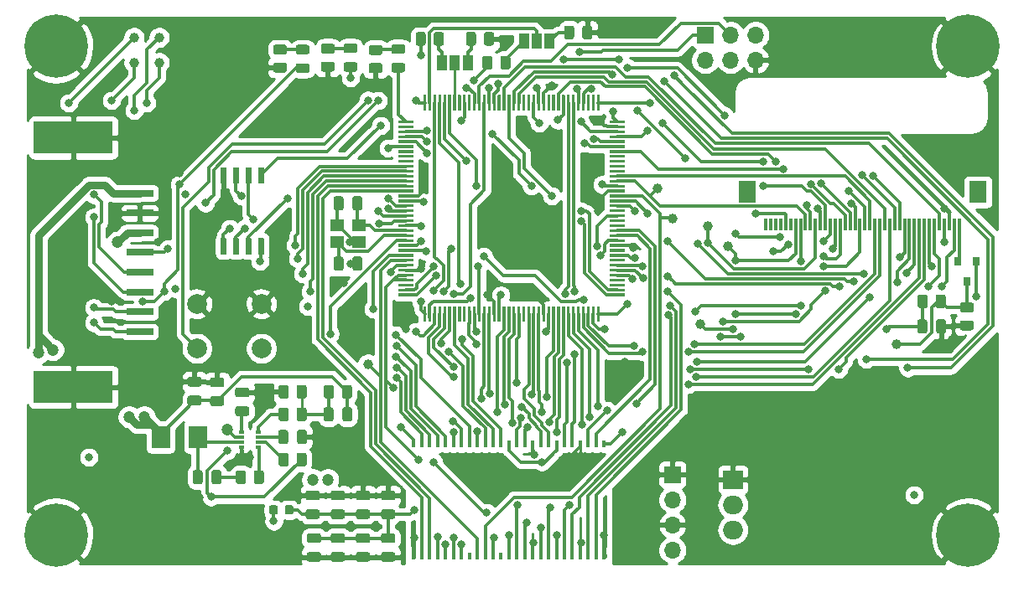
<source format=gtl>
G04 #@! TF.GenerationSoftware,KiCad,Pcbnew,(5.1.8)-1*
G04 #@! TF.CreationDate,2022-07-24T23:30:39+02:00*
G04 #@! TF.ProjectId,Dashboard,44617368-626f-4617-9264-2e6b69636164,rev?*
G04 #@! TF.SameCoordinates,Original*
G04 #@! TF.FileFunction,Copper,L1,Top*
G04 #@! TF.FilePolarity,Positive*
%FSLAX46Y46*%
G04 Gerber Fmt 4.6, Leading zero omitted, Abs format (unit mm)*
G04 Created by KiCad (PCBNEW (5.1.8)-1) date 2022-07-24 23:30:39*
%MOMM*%
%LPD*%
G01*
G04 APERTURE LIST*
G04 #@! TA.AperFunction,SMDPad,CuDef*
%ADD10C,1.000000*%
G04 #@! TD*
G04 #@! TA.AperFunction,SMDPad,CuDef*
%ADD11R,0.320000X0.800000*%
G04 #@! TD*
G04 #@! TA.AperFunction,SMDPad,CuDef*
%ADD12R,8.000000X3.320000*%
G04 #@! TD*
G04 #@! TA.AperFunction,SMDPad,CuDef*
%ADD13R,2.750000X0.660000*%
G04 #@! TD*
G04 #@! TA.AperFunction,ComponentPad*
%ADD14C,0.800000*%
G04 #@! TD*
G04 #@! TA.AperFunction,ComponentPad*
%ADD15C,6.400000*%
G04 #@! TD*
G04 #@! TA.AperFunction,SMDPad,CuDef*
%ADD16R,0.475000X0.300000*%
G04 #@! TD*
G04 #@! TA.AperFunction,SMDPad,CuDef*
%ADD17R,1.854500X2.286000*%
G04 #@! TD*
G04 #@! TA.AperFunction,SMDPad,CuDef*
%ADD18R,1.000000X1.500000*%
G04 #@! TD*
G04 #@! TA.AperFunction,ComponentPad*
%ADD19O,2.000000X1.905000*%
G04 #@! TD*
G04 #@! TA.AperFunction,ComponentPad*
%ADD20R,2.000000X1.905000*%
G04 #@! TD*
G04 #@! TA.AperFunction,ComponentPad*
%ADD21R,1.700000X1.700000*%
G04 #@! TD*
G04 #@! TA.AperFunction,ComponentPad*
%ADD22O,1.700000X1.700000*%
G04 #@! TD*
G04 #@! TA.AperFunction,SMDPad,CuDef*
%ADD23R,0.300000X1.300000*%
G04 #@! TD*
G04 #@! TA.AperFunction,SMDPad,CuDef*
%ADD24R,1.800000X2.200000*%
G04 #@! TD*
G04 #@! TA.AperFunction,SMDPad,CuDef*
%ADD25R,0.800000X0.900000*%
G04 #@! TD*
G04 #@! TA.AperFunction,ComponentPad*
%ADD26C,2.000000*%
G04 #@! TD*
G04 #@! TA.AperFunction,SMDPad,CuDef*
%ADD27R,1.400000X1.200000*%
G04 #@! TD*
G04 #@! TA.AperFunction,ViaPad*
%ADD28C,0.800000*%
G04 #@! TD*
G04 #@! TA.AperFunction,ViaPad*
%ADD29C,1.200000*%
G04 #@! TD*
G04 #@! TA.AperFunction,Conductor*
%ADD30C,0.300000*%
G04 #@! TD*
G04 #@! TA.AperFunction,Conductor*
%ADD31C,0.250000*%
G04 #@! TD*
G04 #@! TA.AperFunction,Conductor*
%ADD32C,0.750000*%
G04 #@! TD*
G04 #@! TA.AperFunction,Conductor*
%ADD33C,0.254000*%
G04 #@! TD*
G04 #@! TA.AperFunction,Conductor*
%ADD34C,0.100000*%
G04 #@! TD*
G04 APERTURE END LIST*
D10*
X153924000Y-105664000D03*
X149606000Y-91948000D03*
X156718000Y-97790000D03*
X173736000Y-107696000D03*
X151130000Y-94996000D03*
X154686000Y-95758000D03*
X120396000Y-109728000D03*
X99314000Y-79248000D03*
X96774000Y-79248000D03*
X99314000Y-76708000D03*
X96774000Y-76708000D03*
D11*
X144220000Y-129124000D03*
X144220000Y-117764000D03*
X143420000Y-129124000D03*
X143420000Y-117764000D03*
X142620000Y-129124000D03*
X142620000Y-117764000D03*
X141820000Y-129124000D03*
X141820000Y-117764000D03*
X141020000Y-129124000D03*
X141020000Y-117764000D03*
X140220000Y-129124000D03*
X140220000Y-117764000D03*
X139420000Y-129124000D03*
X139420000Y-117764000D03*
X138620000Y-129124000D03*
X138620000Y-117764000D03*
X137820000Y-129124000D03*
X137820000Y-117764000D03*
X137020000Y-129124000D03*
X137020000Y-117764000D03*
X136220000Y-129124000D03*
X136220000Y-117764000D03*
X135420000Y-129124000D03*
X135420000Y-117764000D03*
X134620000Y-129124000D03*
X134620000Y-117764000D03*
X133820000Y-129124000D03*
X133820000Y-117764000D03*
X133020000Y-129124000D03*
X133020000Y-117764000D03*
X132220000Y-129124000D03*
X132220000Y-117764000D03*
X131420000Y-129124000D03*
X131420000Y-117764000D03*
X130620000Y-129124000D03*
X130620000Y-117764000D03*
X129820000Y-129124000D03*
X129820000Y-117764000D03*
X129020000Y-129124000D03*
X129020000Y-117764000D03*
X128220000Y-129124000D03*
X128220000Y-117764000D03*
X127420000Y-129124000D03*
X127420000Y-117764000D03*
X126620000Y-129124000D03*
X126620000Y-117764000D03*
X125820000Y-129124000D03*
X125820000Y-117764000D03*
X125020000Y-129124000D03*
X125020000Y-117764000D03*
G04 #@! TA.AperFunction,SMDPad,CuDef*
G36*
G01*
X104681000Y-112972000D02*
X105631000Y-112972000D01*
G75*
G02*
X105881000Y-113222000I0J-250000D01*
G01*
X105881000Y-113722000D01*
G75*
G02*
X105631000Y-113972000I-250000J0D01*
G01*
X104681000Y-113972000D01*
G75*
G02*
X104431000Y-113722000I0J250000D01*
G01*
X104431000Y-113222000D01*
G75*
G02*
X104681000Y-112972000I250000J0D01*
G01*
G37*
G04 #@! TD.AperFunction*
G04 #@! TA.AperFunction,SMDPad,CuDef*
G36*
G01*
X104681000Y-111072000D02*
X105631000Y-111072000D01*
G75*
G02*
X105881000Y-111322000I0J-250000D01*
G01*
X105881000Y-111822000D01*
G75*
G02*
X105631000Y-112072000I-250000J0D01*
G01*
X104681000Y-112072000D01*
G75*
G02*
X104431000Y-111822000I0J250000D01*
G01*
X104431000Y-111322000D01*
G75*
G02*
X104681000Y-111072000I250000J0D01*
G01*
G37*
G04 #@! TD.AperFunction*
D12*
X90631000Y-112041000D03*
X90631000Y-86841000D03*
D13*
X97351000Y-106441000D03*
X97351000Y-104441000D03*
X97351000Y-102441000D03*
X97351000Y-100441000D03*
X97351000Y-98441000D03*
X97351000Y-96441000D03*
X97351000Y-94441000D03*
X97351000Y-92441000D03*
D14*
X90597056Y-125302944D03*
X88900000Y-124600000D03*
X87202944Y-125302944D03*
X86500000Y-127000000D03*
X87202944Y-128697056D03*
X88900000Y-129400000D03*
X90597056Y-128697056D03*
X91300000Y-127000000D03*
D15*
X88900000Y-127000000D03*
D14*
X182672056Y-125302944D03*
X180975000Y-124600000D03*
X179277944Y-125302944D03*
X178575000Y-127000000D03*
X179277944Y-128697056D03*
X180975000Y-129400000D03*
X182672056Y-128697056D03*
X183375000Y-127000000D03*
D15*
X180975000Y-127000000D03*
D14*
X182672056Y-75899944D03*
X180975000Y-75197000D03*
X179277944Y-75899944D03*
X178575000Y-77597000D03*
X179277944Y-79294056D03*
X180975000Y-79997000D03*
X182672056Y-79294056D03*
X183375000Y-77597000D03*
D15*
X180975000Y-77597000D03*
D14*
X90597056Y-75899944D03*
X88900000Y-75197000D03*
X87202944Y-75899944D03*
X86500000Y-77597000D03*
X87202944Y-79294056D03*
X88900000Y-79997000D03*
X90597056Y-79294056D03*
X91300000Y-77597000D03*
D15*
X88900000Y-77597000D03*
G04 #@! TA.AperFunction,SMDPad,CuDef*
G36*
G01*
X125984000Y-105428800D02*
X125984000Y-103891200D01*
G75*
G02*
X125995200Y-103880000I11200J0D01*
G01*
X126252800Y-103880000D01*
G75*
G02*
X126264000Y-103891200I0J-11200D01*
G01*
X126264000Y-105428800D01*
G75*
G02*
X126252800Y-105440000I-11200J0D01*
G01*
X125995200Y-105440000D01*
G75*
G02*
X125984000Y-105428800I0J11200D01*
G01*
G37*
G04 #@! TD.AperFunction*
G04 #@! TA.AperFunction,SMDPad,CuDef*
G36*
G01*
X126484000Y-105428800D02*
X126484000Y-103891200D01*
G75*
G02*
X126495200Y-103880000I11200J0D01*
G01*
X126752800Y-103880000D01*
G75*
G02*
X126764000Y-103891200I0J-11200D01*
G01*
X126764000Y-105428800D01*
G75*
G02*
X126752800Y-105440000I-11200J0D01*
G01*
X126495200Y-105440000D01*
G75*
G02*
X126484000Y-105428800I0J11200D01*
G01*
G37*
G04 #@! TD.AperFunction*
G04 #@! TA.AperFunction,SMDPad,CuDef*
G36*
G01*
X126984000Y-105428800D02*
X126984000Y-103891200D01*
G75*
G02*
X126995200Y-103880000I11200J0D01*
G01*
X127252800Y-103880000D01*
G75*
G02*
X127264000Y-103891200I0J-11200D01*
G01*
X127264000Y-105428800D01*
G75*
G02*
X127252800Y-105440000I-11200J0D01*
G01*
X126995200Y-105440000D01*
G75*
G02*
X126984000Y-105428800I0J11200D01*
G01*
G37*
G04 #@! TD.AperFunction*
G04 #@! TA.AperFunction,SMDPad,CuDef*
G36*
G01*
X127484000Y-105428800D02*
X127484000Y-103891200D01*
G75*
G02*
X127495200Y-103880000I11200J0D01*
G01*
X127752800Y-103880000D01*
G75*
G02*
X127764000Y-103891200I0J-11200D01*
G01*
X127764000Y-105428800D01*
G75*
G02*
X127752800Y-105440000I-11200J0D01*
G01*
X127495200Y-105440000D01*
G75*
G02*
X127484000Y-105428800I0J11200D01*
G01*
G37*
G04 #@! TD.AperFunction*
G04 #@! TA.AperFunction,SMDPad,CuDef*
G36*
G01*
X127984000Y-105428800D02*
X127984000Y-103891200D01*
G75*
G02*
X127995200Y-103880000I11200J0D01*
G01*
X128252800Y-103880000D01*
G75*
G02*
X128264000Y-103891200I0J-11200D01*
G01*
X128264000Y-105428800D01*
G75*
G02*
X128252800Y-105440000I-11200J0D01*
G01*
X127995200Y-105440000D01*
G75*
G02*
X127984000Y-105428800I0J11200D01*
G01*
G37*
G04 #@! TD.AperFunction*
G04 #@! TA.AperFunction,SMDPad,CuDef*
G36*
G01*
X128484000Y-105428800D02*
X128484000Y-103891200D01*
G75*
G02*
X128495200Y-103880000I11200J0D01*
G01*
X128752800Y-103880000D01*
G75*
G02*
X128764000Y-103891200I0J-11200D01*
G01*
X128764000Y-105428800D01*
G75*
G02*
X128752800Y-105440000I-11200J0D01*
G01*
X128495200Y-105440000D01*
G75*
G02*
X128484000Y-105428800I0J11200D01*
G01*
G37*
G04 #@! TD.AperFunction*
G04 #@! TA.AperFunction,SMDPad,CuDef*
G36*
G01*
X128984000Y-105428800D02*
X128984000Y-103891200D01*
G75*
G02*
X128995200Y-103880000I11200J0D01*
G01*
X129252800Y-103880000D01*
G75*
G02*
X129264000Y-103891200I0J-11200D01*
G01*
X129264000Y-105428800D01*
G75*
G02*
X129252800Y-105440000I-11200J0D01*
G01*
X128995200Y-105440000D01*
G75*
G02*
X128984000Y-105428800I0J11200D01*
G01*
G37*
G04 #@! TD.AperFunction*
G04 #@! TA.AperFunction,SMDPad,CuDef*
G36*
G01*
X129484000Y-105428800D02*
X129484000Y-103891200D01*
G75*
G02*
X129495200Y-103880000I11200J0D01*
G01*
X129752800Y-103880000D01*
G75*
G02*
X129764000Y-103891200I0J-11200D01*
G01*
X129764000Y-105428800D01*
G75*
G02*
X129752800Y-105440000I-11200J0D01*
G01*
X129495200Y-105440000D01*
G75*
G02*
X129484000Y-105428800I0J11200D01*
G01*
G37*
G04 #@! TD.AperFunction*
G04 #@! TA.AperFunction,SMDPad,CuDef*
G36*
G01*
X129984000Y-105428800D02*
X129984000Y-103891200D01*
G75*
G02*
X129995200Y-103880000I11200J0D01*
G01*
X130252800Y-103880000D01*
G75*
G02*
X130264000Y-103891200I0J-11200D01*
G01*
X130264000Y-105428800D01*
G75*
G02*
X130252800Y-105440000I-11200J0D01*
G01*
X129995200Y-105440000D01*
G75*
G02*
X129984000Y-105428800I0J11200D01*
G01*
G37*
G04 #@! TD.AperFunction*
G04 #@! TA.AperFunction,SMDPad,CuDef*
G36*
G01*
X130484000Y-105428800D02*
X130484000Y-103891200D01*
G75*
G02*
X130495200Y-103880000I11200J0D01*
G01*
X130752800Y-103880000D01*
G75*
G02*
X130764000Y-103891200I0J-11200D01*
G01*
X130764000Y-105428800D01*
G75*
G02*
X130752800Y-105440000I-11200J0D01*
G01*
X130495200Y-105440000D01*
G75*
G02*
X130484000Y-105428800I0J11200D01*
G01*
G37*
G04 #@! TD.AperFunction*
G04 #@! TA.AperFunction,SMDPad,CuDef*
G36*
G01*
X130984000Y-105428800D02*
X130984000Y-103891200D01*
G75*
G02*
X130995200Y-103880000I11200J0D01*
G01*
X131252800Y-103880000D01*
G75*
G02*
X131264000Y-103891200I0J-11200D01*
G01*
X131264000Y-105428800D01*
G75*
G02*
X131252800Y-105440000I-11200J0D01*
G01*
X130995200Y-105440000D01*
G75*
G02*
X130984000Y-105428800I0J11200D01*
G01*
G37*
G04 #@! TD.AperFunction*
G04 #@! TA.AperFunction,SMDPad,CuDef*
G36*
G01*
X131484000Y-105428800D02*
X131484000Y-103891200D01*
G75*
G02*
X131495200Y-103880000I11200J0D01*
G01*
X131752800Y-103880000D01*
G75*
G02*
X131764000Y-103891200I0J-11200D01*
G01*
X131764000Y-105428800D01*
G75*
G02*
X131752800Y-105440000I-11200J0D01*
G01*
X131495200Y-105440000D01*
G75*
G02*
X131484000Y-105428800I0J11200D01*
G01*
G37*
G04 #@! TD.AperFunction*
G04 #@! TA.AperFunction,SMDPad,CuDef*
G36*
G01*
X131984000Y-105428800D02*
X131984000Y-103891200D01*
G75*
G02*
X131995200Y-103880000I11200J0D01*
G01*
X132252800Y-103880000D01*
G75*
G02*
X132264000Y-103891200I0J-11200D01*
G01*
X132264000Y-105428800D01*
G75*
G02*
X132252800Y-105440000I-11200J0D01*
G01*
X131995200Y-105440000D01*
G75*
G02*
X131984000Y-105428800I0J11200D01*
G01*
G37*
G04 #@! TD.AperFunction*
G04 #@! TA.AperFunction,SMDPad,CuDef*
G36*
G01*
X132484000Y-105428800D02*
X132484000Y-103891200D01*
G75*
G02*
X132495200Y-103880000I11200J0D01*
G01*
X132752800Y-103880000D01*
G75*
G02*
X132764000Y-103891200I0J-11200D01*
G01*
X132764000Y-105428800D01*
G75*
G02*
X132752800Y-105440000I-11200J0D01*
G01*
X132495200Y-105440000D01*
G75*
G02*
X132484000Y-105428800I0J11200D01*
G01*
G37*
G04 #@! TD.AperFunction*
G04 #@! TA.AperFunction,SMDPad,CuDef*
G36*
G01*
X132984000Y-105428800D02*
X132984000Y-103891200D01*
G75*
G02*
X132995200Y-103880000I11200J0D01*
G01*
X133252800Y-103880000D01*
G75*
G02*
X133264000Y-103891200I0J-11200D01*
G01*
X133264000Y-105428800D01*
G75*
G02*
X133252800Y-105440000I-11200J0D01*
G01*
X132995200Y-105440000D01*
G75*
G02*
X132984000Y-105428800I0J11200D01*
G01*
G37*
G04 #@! TD.AperFunction*
G04 #@! TA.AperFunction,SMDPad,CuDef*
G36*
G01*
X133484000Y-105428800D02*
X133484000Y-103891200D01*
G75*
G02*
X133495200Y-103880000I11200J0D01*
G01*
X133752800Y-103880000D01*
G75*
G02*
X133764000Y-103891200I0J-11200D01*
G01*
X133764000Y-105428800D01*
G75*
G02*
X133752800Y-105440000I-11200J0D01*
G01*
X133495200Y-105440000D01*
G75*
G02*
X133484000Y-105428800I0J11200D01*
G01*
G37*
G04 #@! TD.AperFunction*
G04 #@! TA.AperFunction,SMDPad,CuDef*
G36*
G01*
X133984000Y-105428800D02*
X133984000Y-103891200D01*
G75*
G02*
X133995200Y-103880000I11200J0D01*
G01*
X134252800Y-103880000D01*
G75*
G02*
X134264000Y-103891200I0J-11200D01*
G01*
X134264000Y-105428800D01*
G75*
G02*
X134252800Y-105440000I-11200J0D01*
G01*
X133995200Y-105440000D01*
G75*
G02*
X133984000Y-105428800I0J11200D01*
G01*
G37*
G04 #@! TD.AperFunction*
G04 #@! TA.AperFunction,SMDPad,CuDef*
G36*
G01*
X134484000Y-105428800D02*
X134484000Y-103891200D01*
G75*
G02*
X134495200Y-103880000I11200J0D01*
G01*
X134752800Y-103880000D01*
G75*
G02*
X134764000Y-103891200I0J-11200D01*
G01*
X134764000Y-105428800D01*
G75*
G02*
X134752800Y-105440000I-11200J0D01*
G01*
X134495200Y-105440000D01*
G75*
G02*
X134484000Y-105428800I0J11200D01*
G01*
G37*
G04 #@! TD.AperFunction*
G04 #@! TA.AperFunction,SMDPad,CuDef*
G36*
G01*
X134984000Y-105428800D02*
X134984000Y-103891200D01*
G75*
G02*
X134995200Y-103880000I11200J0D01*
G01*
X135252800Y-103880000D01*
G75*
G02*
X135264000Y-103891200I0J-11200D01*
G01*
X135264000Y-105428800D01*
G75*
G02*
X135252800Y-105440000I-11200J0D01*
G01*
X134995200Y-105440000D01*
G75*
G02*
X134984000Y-105428800I0J11200D01*
G01*
G37*
G04 #@! TD.AperFunction*
G04 #@! TA.AperFunction,SMDPad,CuDef*
G36*
G01*
X135484000Y-105428800D02*
X135484000Y-103891200D01*
G75*
G02*
X135495200Y-103880000I11200J0D01*
G01*
X135752800Y-103880000D01*
G75*
G02*
X135764000Y-103891200I0J-11200D01*
G01*
X135764000Y-105428800D01*
G75*
G02*
X135752800Y-105440000I-11200J0D01*
G01*
X135495200Y-105440000D01*
G75*
G02*
X135484000Y-105428800I0J11200D01*
G01*
G37*
G04 #@! TD.AperFunction*
G04 #@! TA.AperFunction,SMDPad,CuDef*
G36*
G01*
X135984000Y-105428800D02*
X135984000Y-103891200D01*
G75*
G02*
X135995200Y-103880000I11200J0D01*
G01*
X136252800Y-103880000D01*
G75*
G02*
X136264000Y-103891200I0J-11200D01*
G01*
X136264000Y-105428800D01*
G75*
G02*
X136252800Y-105440000I-11200J0D01*
G01*
X135995200Y-105440000D01*
G75*
G02*
X135984000Y-105428800I0J11200D01*
G01*
G37*
G04 #@! TD.AperFunction*
G04 #@! TA.AperFunction,SMDPad,CuDef*
G36*
G01*
X136484000Y-105428800D02*
X136484000Y-103891200D01*
G75*
G02*
X136495200Y-103880000I11200J0D01*
G01*
X136752800Y-103880000D01*
G75*
G02*
X136764000Y-103891200I0J-11200D01*
G01*
X136764000Y-105428800D01*
G75*
G02*
X136752800Y-105440000I-11200J0D01*
G01*
X136495200Y-105440000D01*
G75*
G02*
X136484000Y-105428800I0J11200D01*
G01*
G37*
G04 #@! TD.AperFunction*
G04 #@! TA.AperFunction,SMDPad,CuDef*
G36*
G01*
X136984000Y-105428800D02*
X136984000Y-103891200D01*
G75*
G02*
X136995200Y-103880000I11200J0D01*
G01*
X137252800Y-103880000D01*
G75*
G02*
X137264000Y-103891200I0J-11200D01*
G01*
X137264000Y-105428800D01*
G75*
G02*
X137252800Y-105440000I-11200J0D01*
G01*
X136995200Y-105440000D01*
G75*
G02*
X136984000Y-105428800I0J11200D01*
G01*
G37*
G04 #@! TD.AperFunction*
G04 #@! TA.AperFunction,SMDPad,CuDef*
G36*
G01*
X137484000Y-105428800D02*
X137484000Y-103891200D01*
G75*
G02*
X137495200Y-103880000I11200J0D01*
G01*
X137752800Y-103880000D01*
G75*
G02*
X137764000Y-103891200I0J-11200D01*
G01*
X137764000Y-105428800D01*
G75*
G02*
X137752800Y-105440000I-11200J0D01*
G01*
X137495200Y-105440000D01*
G75*
G02*
X137484000Y-105428800I0J11200D01*
G01*
G37*
G04 #@! TD.AperFunction*
G04 #@! TA.AperFunction,SMDPad,CuDef*
G36*
G01*
X137984000Y-105428800D02*
X137984000Y-103891200D01*
G75*
G02*
X137995200Y-103880000I11200J0D01*
G01*
X138252800Y-103880000D01*
G75*
G02*
X138264000Y-103891200I0J-11200D01*
G01*
X138264000Y-105428800D01*
G75*
G02*
X138252800Y-105440000I-11200J0D01*
G01*
X137995200Y-105440000D01*
G75*
G02*
X137984000Y-105428800I0J11200D01*
G01*
G37*
G04 #@! TD.AperFunction*
G04 #@! TA.AperFunction,SMDPad,CuDef*
G36*
G01*
X138484000Y-105428800D02*
X138484000Y-103891200D01*
G75*
G02*
X138495200Y-103880000I11200J0D01*
G01*
X138752800Y-103880000D01*
G75*
G02*
X138764000Y-103891200I0J-11200D01*
G01*
X138764000Y-105428800D01*
G75*
G02*
X138752800Y-105440000I-11200J0D01*
G01*
X138495200Y-105440000D01*
G75*
G02*
X138484000Y-105428800I0J11200D01*
G01*
G37*
G04 #@! TD.AperFunction*
G04 #@! TA.AperFunction,SMDPad,CuDef*
G36*
G01*
X138984000Y-105428800D02*
X138984000Y-103891200D01*
G75*
G02*
X138995200Y-103880000I11200J0D01*
G01*
X139252800Y-103880000D01*
G75*
G02*
X139264000Y-103891200I0J-11200D01*
G01*
X139264000Y-105428800D01*
G75*
G02*
X139252800Y-105440000I-11200J0D01*
G01*
X138995200Y-105440000D01*
G75*
G02*
X138984000Y-105428800I0J11200D01*
G01*
G37*
G04 #@! TD.AperFunction*
G04 #@! TA.AperFunction,SMDPad,CuDef*
G36*
G01*
X139484000Y-105428800D02*
X139484000Y-103891200D01*
G75*
G02*
X139495200Y-103880000I11200J0D01*
G01*
X139752800Y-103880000D01*
G75*
G02*
X139764000Y-103891200I0J-11200D01*
G01*
X139764000Y-105428800D01*
G75*
G02*
X139752800Y-105440000I-11200J0D01*
G01*
X139495200Y-105440000D01*
G75*
G02*
X139484000Y-105428800I0J11200D01*
G01*
G37*
G04 #@! TD.AperFunction*
G04 #@! TA.AperFunction,SMDPad,CuDef*
G36*
G01*
X139984000Y-105428800D02*
X139984000Y-103891200D01*
G75*
G02*
X139995200Y-103880000I11200J0D01*
G01*
X140252800Y-103880000D01*
G75*
G02*
X140264000Y-103891200I0J-11200D01*
G01*
X140264000Y-105428800D01*
G75*
G02*
X140252800Y-105440000I-11200J0D01*
G01*
X139995200Y-105440000D01*
G75*
G02*
X139984000Y-105428800I0J11200D01*
G01*
G37*
G04 #@! TD.AperFunction*
G04 #@! TA.AperFunction,SMDPad,CuDef*
G36*
G01*
X140484000Y-105428800D02*
X140484000Y-103891200D01*
G75*
G02*
X140495200Y-103880000I11200J0D01*
G01*
X140752800Y-103880000D01*
G75*
G02*
X140764000Y-103891200I0J-11200D01*
G01*
X140764000Y-105428800D01*
G75*
G02*
X140752800Y-105440000I-11200J0D01*
G01*
X140495200Y-105440000D01*
G75*
G02*
X140484000Y-105428800I0J11200D01*
G01*
G37*
G04 #@! TD.AperFunction*
G04 #@! TA.AperFunction,SMDPad,CuDef*
G36*
G01*
X140984000Y-105428800D02*
X140984000Y-103891200D01*
G75*
G02*
X140995200Y-103880000I11200J0D01*
G01*
X141252800Y-103880000D01*
G75*
G02*
X141264000Y-103891200I0J-11200D01*
G01*
X141264000Y-105428800D01*
G75*
G02*
X141252800Y-105440000I-11200J0D01*
G01*
X140995200Y-105440000D01*
G75*
G02*
X140984000Y-105428800I0J11200D01*
G01*
G37*
G04 #@! TD.AperFunction*
G04 #@! TA.AperFunction,SMDPad,CuDef*
G36*
G01*
X141484000Y-105428800D02*
X141484000Y-103891200D01*
G75*
G02*
X141495200Y-103880000I11200J0D01*
G01*
X141752800Y-103880000D01*
G75*
G02*
X141764000Y-103891200I0J-11200D01*
G01*
X141764000Y-105428800D01*
G75*
G02*
X141752800Y-105440000I-11200J0D01*
G01*
X141495200Y-105440000D01*
G75*
G02*
X141484000Y-105428800I0J11200D01*
G01*
G37*
G04 #@! TD.AperFunction*
G04 #@! TA.AperFunction,SMDPad,CuDef*
G36*
G01*
X141984000Y-105428800D02*
X141984000Y-103891200D01*
G75*
G02*
X141995200Y-103880000I11200J0D01*
G01*
X142252800Y-103880000D01*
G75*
G02*
X142264000Y-103891200I0J-11200D01*
G01*
X142264000Y-105428800D01*
G75*
G02*
X142252800Y-105440000I-11200J0D01*
G01*
X141995200Y-105440000D01*
G75*
G02*
X141984000Y-105428800I0J11200D01*
G01*
G37*
G04 #@! TD.AperFunction*
G04 #@! TA.AperFunction,SMDPad,CuDef*
G36*
G01*
X142484000Y-105428800D02*
X142484000Y-103891200D01*
G75*
G02*
X142495200Y-103880000I11200J0D01*
G01*
X142752800Y-103880000D01*
G75*
G02*
X142764000Y-103891200I0J-11200D01*
G01*
X142764000Y-105428800D01*
G75*
G02*
X142752800Y-105440000I-11200J0D01*
G01*
X142495200Y-105440000D01*
G75*
G02*
X142484000Y-105428800I0J11200D01*
G01*
G37*
G04 #@! TD.AperFunction*
G04 #@! TA.AperFunction,SMDPad,CuDef*
G36*
G01*
X142984000Y-105428800D02*
X142984000Y-103891200D01*
G75*
G02*
X142995200Y-103880000I11200J0D01*
G01*
X143252800Y-103880000D01*
G75*
G02*
X143264000Y-103891200I0J-11200D01*
G01*
X143264000Y-105428800D01*
G75*
G02*
X143252800Y-105440000I-11200J0D01*
G01*
X142995200Y-105440000D01*
G75*
G02*
X142984000Y-105428800I0J11200D01*
G01*
G37*
G04 #@! TD.AperFunction*
G04 #@! TA.AperFunction,SMDPad,CuDef*
G36*
G01*
X143484000Y-105428800D02*
X143484000Y-103891200D01*
G75*
G02*
X143495200Y-103880000I11200J0D01*
G01*
X143752800Y-103880000D01*
G75*
G02*
X143764000Y-103891200I0J-11200D01*
G01*
X143764000Y-105428800D01*
G75*
G02*
X143752800Y-105440000I-11200J0D01*
G01*
X143495200Y-105440000D01*
G75*
G02*
X143484000Y-105428800I0J11200D01*
G01*
G37*
G04 #@! TD.AperFunction*
G04 #@! TA.AperFunction,SMDPad,CuDef*
G36*
G01*
X143484000Y-84068800D02*
X143484000Y-82531200D01*
G75*
G02*
X143495200Y-82520000I11200J0D01*
G01*
X143752800Y-82520000D01*
G75*
G02*
X143764000Y-82531200I0J-11200D01*
G01*
X143764000Y-84068800D01*
G75*
G02*
X143752800Y-84080000I-11200J0D01*
G01*
X143495200Y-84080000D01*
G75*
G02*
X143484000Y-84068800I0J11200D01*
G01*
G37*
G04 #@! TD.AperFunction*
G04 #@! TA.AperFunction,SMDPad,CuDef*
G36*
G01*
X142984000Y-84068800D02*
X142984000Y-82531200D01*
G75*
G02*
X142995200Y-82520000I11200J0D01*
G01*
X143252800Y-82520000D01*
G75*
G02*
X143264000Y-82531200I0J-11200D01*
G01*
X143264000Y-84068800D01*
G75*
G02*
X143252800Y-84080000I-11200J0D01*
G01*
X142995200Y-84080000D01*
G75*
G02*
X142984000Y-84068800I0J11200D01*
G01*
G37*
G04 #@! TD.AperFunction*
G04 #@! TA.AperFunction,SMDPad,CuDef*
G36*
G01*
X142484000Y-84068800D02*
X142484000Y-82531200D01*
G75*
G02*
X142495200Y-82520000I11200J0D01*
G01*
X142752800Y-82520000D01*
G75*
G02*
X142764000Y-82531200I0J-11200D01*
G01*
X142764000Y-84068800D01*
G75*
G02*
X142752800Y-84080000I-11200J0D01*
G01*
X142495200Y-84080000D01*
G75*
G02*
X142484000Y-84068800I0J11200D01*
G01*
G37*
G04 #@! TD.AperFunction*
G04 #@! TA.AperFunction,SMDPad,CuDef*
G36*
G01*
X141984000Y-84068800D02*
X141984000Y-82531200D01*
G75*
G02*
X141995200Y-82520000I11200J0D01*
G01*
X142252800Y-82520000D01*
G75*
G02*
X142264000Y-82531200I0J-11200D01*
G01*
X142264000Y-84068800D01*
G75*
G02*
X142252800Y-84080000I-11200J0D01*
G01*
X141995200Y-84080000D01*
G75*
G02*
X141984000Y-84068800I0J11200D01*
G01*
G37*
G04 #@! TD.AperFunction*
G04 #@! TA.AperFunction,SMDPad,CuDef*
G36*
G01*
X141484000Y-84068800D02*
X141484000Y-82531200D01*
G75*
G02*
X141495200Y-82520000I11200J0D01*
G01*
X141752800Y-82520000D01*
G75*
G02*
X141764000Y-82531200I0J-11200D01*
G01*
X141764000Y-84068800D01*
G75*
G02*
X141752800Y-84080000I-11200J0D01*
G01*
X141495200Y-84080000D01*
G75*
G02*
X141484000Y-84068800I0J11200D01*
G01*
G37*
G04 #@! TD.AperFunction*
G04 #@! TA.AperFunction,SMDPad,CuDef*
G36*
G01*
X140984000Y-84068800D02*
X140984000Y-82531200D01*
G75*
G02*
X140995200Y-82520000I11200J0D01*
G01*
X141252800Y-82520000D01*
G75*
G02*
X141264000Y-82531200I0J-11200D01*
G01*
X141264000Y-84068800D01*
G75*
G02*
X141252800Y-84080000I-11200J0D01*
G01*
X140995200Y-84080000D01*
G75*
G02*
X140984000Y-84068800I0J11200D01*
G01*
G37*
G04 #@! TD.AperFunction*
G04 #@! TA.AperFunction,SMDPad,CuDef*
G36*
G01*
X140484000Y-84068800D02*
X140484000Y-82531200D01*
G75*
G02*
X140495200Y-82520000I11200J0D01*
G01*
X140752800Y-82520000D01*
G75*
G02*
X140764000Y-82531200I0J-11200D01*
G01*
X140764000Y-84068800D01*
G75*
G02*
X140752800Y-84080000I-11200J0D01*
G01*
X140495200Y-84080000D01*
G75*
G02*
X140484000Y-84068800I0J11200D01*
G01*
G37*
G04 #@! TD.AperFunction*
G04 #@! TA.AperFunction,SMDPad,CuDef*
G36*
G01*
X139984000Y-84068800D02*
X139984000Y-82531200D01*
G75*
G02*
X139995200Y-82520000I11200J0D01*
G01*
X140252800Y-82520000D01*
G75*
G02*
X140264000Y-82531200I0J-11200D01*
G01*
X140264000Y-84068800D01*
G75*
G02*
X140252800Y-84080000I-11200J0D01*
G01*
X139995200Y-84080000D01*
G75*
G02*
X139984000Y-84068800I0J11200D01*
G01*
G37*
G04 #@! TD.AperFunction*
G04 #@! TA.AperFunction,SMDPad,CuDef*
G36*
G01*
X139484000Y-84068800D02*
X139484000Y-82531200D01*
G75*
G02*
X139495200Y-82520000I11200J0D01*
G01*
X139752800Y-82520000D01*
G75*
G02*
X139764000Y-82531200I0J-11200D01*
G01*
X139764000Y-84068800D01*
G75*
G02*
X139752800Y-84080000I-11200J0D01*
G01*
X139495200Y-84080000D01*
G75*
G02*
X139484000Y-84068800I0J11200D01*
G01*
G37*
G04 #@! TD.AperFunction*
G04 #@! TA.AperFunction,SMDPad,CuDef*
G36*
G01*
X138984000Y-84068800D02*
X138984000Y-82531200D01*
G75*
G02*
X138995200Y-82520000I11200J0D01*
G01*
X139252800Y-82520000D01*
G75*
G02*
X139264000Y-82531200I0J-11200D01*
G01*
X139264000Y-84068800D01*
G75*
G02*
X139252800Y-84080000I-11200J0D01*
G01*
X138995200Y-84080000D01*
G75*
G02*
X138984000Y-84068800I0J11200D01*
G01*
G37*
G04 #@! TD.AperFunction*
G04 #@! TA.AperFunction,SMDPad,CuDef*
G36*
G01*
X138484000Y-84068800D02*
X138484000Y-82531200D01*
G75*
G02*
X138495200Y-82520000I11200J0D01*
G01*
X138752800Y-82520000D01*
G75*
G02*
X138764000Y-82531200I0J-11200D01*
G01*
X138764000Y-84068800D01*
G75*
G02*
X138752800Y-84080000I-11200J0D01*
G01*
X138495200Y-84080000D01*
G75*
G02*
X138484000Y-84068800I0J11200D01*
G01*
G37*
G04 #@! TD.AperFunction*
G04 #@! TA.AperFunction,SMDPad,CuDef*
G36*
G01*
X137984000Y-84068800D02*
X137984000Y-82531200D01*
G75*
G02*
X137995200Y-82520000I11200J0D01*
G01*
X138252800Y-82520000D01*
G75*
G02*
X138264000Y-82531200I0J-11200D01*
G01*
X138264000Y-84068800D01*
G75*
G02*
X138252800Y-84080000I-11200J0D01*
G01*
X137995200Y-84080000D01*
G75*
G02*
X137984000Y-84068800I0J11200D01*
G01*
G37*
G04 #@! TD.AperFunction*
G04 #@! TA.AperFunction,SMDPad,CuDef*
G36*
G01*
X137484000Y-84068800D02*
X137484000Y-82531200D01*
G75*
G02*
X137495200Y-82520000I11200J0D01*
G01*
X137752800Y-82520000D01*
G75*
G02*
X137764000Y-82531200I0J-11200D01*
G01*
X137764000Y-84068800D01*
G75*
G02*
X137752800Y-84080000I-11200J0D01*
G01*
X137495200Y-84080000D01*
G75*
G02*
X137484000Y-84068800I0J11200D01*
G01*
G37*
G04 #@! TD.AperFunction*
G04 #@! TA.AperFunction,SMDPad,CuDef*
G36*
G01*
X136984000Y-84068800D02*
X136984000Y-82531200D01*
G75*
G02*
X136995200Y-82520000I11200J0D01*
G01*
X137252800Y-82520000D01*
G75*
G02*
X137264000Y-82531200I0J-11200D01*
G01*
X137264000Y-84068800D01*
G75*
G02*
X137252800Y-84080000I-11200J0D01*
G01*
X136995200Y-84080000D01*
G75*
G02*
X136984000Y-84068800I0J11200D01*
G01*
G37*
G04 #@! TD.AperFunction*
G04 #@! TA.AperFunction,SMDPad,CuDef*
G36*
G01*
X136484000Y-84068800D02*
X136484000Y-82531200D01*
G75*
G02*
X136495200Y-82520000I11200J0D01*
G01*
X136752800Y-82520000D01*
G75*
G02*
X136764000Y-82531200I0J-11200D01*
G01*
X136764000Y-84068800D01*
G75*
G02*
X136752800Y-84080000I-11200J0D01*
G01*
X136495200Y-84080000D01*
G75*
G02*
X136484000Y-84068800I0J11200D01*
G01*
G37*
G04 #@! TD.AperFunction*
G04 #@! TA.AperFunction,SMDPad,CuDef*
G36*
G01*
X135984000Y-84068800D02*
X135984000Y-82531200D01*
G75*
G02*
X135995200Y-82520000I11200J0D01*
G01*
X136252800Y-82520000D01*
G75*
G02*
X136264000Y-82531200I0J-11200D01*
G01*
X136264000Y-84068800D01*
G75*
G02*
X136252800Y-84080000I-11200J0D01*
G01*
X135995200Y-84080000D01*
G75*
G02*
X135984000Y-84068800I0J11200D01*
G01*
G37*
G04 #@! TD.AperFunction*
G04 #@! TA.AperFunction,SMDPad,CuDef*
G36*
G01*
X135484000Y-84068800D02*
X135484000Y-82531200D01*
G75*
G02*
X135495200Y-82520000I11200J0D01*
G01*
X135752800Y-82520000D01*
G75*
G02*
X135764000Y-82531200I0J-11200D01*
G01*
X135764000Y-84068800D01*
G75*
G02*
X135752800Y-84080000I-11200J0D01*
G01*
X135495200Y-84080000D01*
G75*
G02*
X135484000Y-84068800I0J11200D01*
G01*
G37*
G04 #@! TD.AperFunction*
G04 #@! TA.AperFunction,SMDPad,CuDef*
G36*
G01*
X134984000Y-84068800D02*
X134984000Y-82531200D01*
G75*
G02*
X134995200Y-82520000I11200J0D01*
G01*
X135252800Y-82520000D01*
G75*
G02*
X135264000Y-82531200I0J-11200D01*
G01*
X135264000Y-84068800D01*
G75*
G02*
X135252800Y-84080000I-11200J0D01*
G01*
X134995200Y-84080000D01*
G75*
G02*
X134984000Y-84068800I0J11200D01*
G01*
G37*
G04 #@! TD.AperFunction*
G04 #@! TA.AperFunction,SMDPad,CuDef*
G36*
G01*
X134484000Y-84068800D02*
X134484000Y-82531200D01*
G75*
G02*
X134495200Y-82520000I11200J0D01*
G01*
X134752800Y-82520000D01*
G75*
G02*
X134764000Y-82531200I0J-11200D01*
G01*
X134764000Y-84068800D01*
G75*
G02*
X134752800Y-84080000I-11200J0D01*
G01*
X134495200Y-84080000D01*
G75*
G02*
X134484000Y-84068800I0J11200D01*
G01*
G37*
G04 #@! TD.AperFunction*
G04 #@! TA.AperFunction,SMDPad,CuDef*
G36*
G01*
X133984000Y-84068800D02*
X133984000Y-82531200D01*
G75*
G02*
X133995200Y-82520000I11200J0D01*
G01*
X134252800Y-82520000D01*
G75*
G02*
X134264000Y-82531200I0J-11200D01*
G01*
X134264000Y-84068800D01*
G75*
G02*
X134252800Y-84080000I-11200J0D01*
G01*
X133995200Y-84080000D01*
G75*
G02*
X133984000Y-84068800I0J11200D01*
G01*
G37*
G04 #@! TD.AperFunction*
G04 #@! TA.AperFunction,SMDPad,CuDef*
G36*
G01*
X133484000Y-84068800D02*
X133484000Y-82531200D01*
G75*
G02*
X133495200Y-82520000I11200J0D01*
G01*
X133752800Y-82520000D01*
G75*
G02*
X133764000Y-82531200I0J-11200D01*
G01*
X133764000Y-84068800D01*
G75*
G02*
X133752800Y-84080000I-11200J0D01*
G01*
X133495200Y-84080000D01*
G75*
G02*
X133484000Y-84068800I0J11200D01*
G01*
G37*
G04 #@! TD.AperFunction*
G04 #@! TA.AperFunction,SMDPad,CuDef*
G36*
G01*
X132984000Y-84068800D02*
X132984000Y-82531200D01*
G75*
G02*
X132995200Y-82520000I11200J0D01*
G01*
X133252800Y-82520000D01*
G75*
G02*
X133264000Y-82531200I0J-11200D01*
G01*
X133264000Y-84068800D01*
G75*
G02*
X133252800Y-84080000I-11200J0D01*
G01*
X132995200Y-84080000D01*
G75*
G02*
X132984000Y-84068800I0J11200D01*
G01*
G37*
G04 #@! TD.AperFunction*
G04 #@! TA.AperFunction,SMDPad,CuDef*
G36*
G01*
X132484000Y-84068800D02*
X132484000Y-82531200D01*
G75*
G02*
X132495200Y-82520000I11200J0D01*
G01*
X132752800Y-82520000D01*
G75*
G02*
X132764000Y-82531200I0J-11200D01*
G01*
X132764000Y-84068800D01*
G75*
G02*
X132752800Y-84080000I-11200J0D01*
G01*
X132495200Y-84080000D01*
G75*
G02*
X132484000Y-84068800I0J11200D01*
G01*
G37*
G04 #@! TD.AperFunction*
G04 #@! TA.AperFunction,SMDPad,CuDef*
G36*
G01*
X131984000Y-84068800D02*
X131984000Y-82531200D01*
G75*
G02*
X131995200Y-82520000I11200J0D01*
G01*
X132252800Y-82520000D01*
G75*
G02*
X132264000Y-82531200I0J-11200D01*
G01*
X132264000Y-84068800D01*
G75*
G02*
X132252800Y-84080000I-11200J0D01*
G01*
X131995200Y-84080000D01*
G75*
G02*
X131984000Y-84068800I0J11200D01*
G01*
G37*
G04 #@! TD.AperFunction*
G04 #@! TA.AperFunction,SMDPad,CuDef*
G36*
G01*
X131484000Y-84068800D02*
X131484000Y-82531200D01*
G75*
G02*
X131495200Y-82520000I11200J0D01*
G01*
X131752800Y-82520000D01*
G75*
G02*
X131764000Y-82531200I0J-11200D01*
G01*
X131764000Y-84068800D01*
G75*
G02*
X131752800Y-84080000I-11200J0D01*
G01*
X131495200Y-84080000D01*
G75*
G02*
X131484000Y-84068800I0J11200D01*
G01*
G37*
G04 #@! TD.AperFunction*
G04 #@! TA.AperFunction,SMDPad,CuDef*
G36*
G01*
X130984000Y-84068800D02*
X130984000Y-82531200D01*
G75*
G02*
X130995200Y-82520000I11200J0D01*
G01*
X131252800Y-82520000D01*
G75*
G02*
X131264000Y-82531200I0J-11200D01*
G01*
X131264000Y-84068800D01*
G75*
G02*
X131252800Y-84080000I-11200J0D01*
G01*
X130995200Y-84080000D01*
G75*
G02*
X130984000Y-84068800I0J11200D01*
G01*
G37*
G04 #@! TD.AperFunction*
G04 #@! TA.AperFunction,SMDPad,CuDef*
G36*
G01*
X130484000Y-84068800D02*
X130484000Y-82531200D01*
G75*
G02*
X130495200Y-82520000I11200J0D01*
G01*
X130752800Y-82520000D01*
G75*
G02*
X130764000Y-82531200I0J-11200D01*
G01*
X130764000Y-84068800D01*
G75*
G02*
X130752800Y-84080000I-11200J0D01*
G01*
X130495200Y-84080000D01*
G75*
G02*
X130484000Y-84068800I0J11200D01*
G01*
G37*
G04 #@! TD.AperFunction*
G04 #@! TA.AperFunction,SMDPad,CuDef*
G36*
G01*
X129984000Y-84068800D02*
X129984000Y-82531200D01*
G75*
G02*
X129995200Y-82520000I11200J0D01*
G01*
X130252800Y-82520000D01*
G75*
G02*
X130264000Y-82531200I0J-11200D01*
G01*
X130264000Y-84068800D01*
G75*
G02*
X130252800Y-84080000I-11200J0D01*
G01*
X129995200Y-84080000D01*
G75*
G02*
X129984000Y-84068800I0J11200D01*
G01*
G37*
G04 #@! TD.AperFunction*
G04 #@! TA.AperFunction,SMDPad,CuDef*
G36*
G01*
X129484000Y-84068800D02*
X129484000Y-82531200D01*
G75*
G02*
X129495200Y-82520000I11200J0D01*
G01*
X129752800Y-82520000D01*
G75*
G02*
X129764000Y-82531200I0J-11200D01*
G01*
X129764000Y-84068800D01*
G75*
G02*
X129752800Y-84080000I-11200J0D01*
G01*
X129495200Y-84080000D01*
G75*
G02*
X129484000Y-84068800I0J11200D01*
G01*
G37*
G04 #@! TD.AperFunction*
G04 #@! TA.AperFunction,SMDPad,CuDef*
G36*
G01*
X128984000Y-84068800D02*
X128984000Y-82531200D01*
G75*
G02*
X128995200Y-82520000I11200J0D01*
G01*
X129252800Y-82520000D01*
G75*
G02*
X129264000Y-82531200I0J-11200D01*
G01*
X129264000Y-84068800D01*
G75*
G02*
X129252800Y-84080000I-11200J0D01*
G01*
X128995200Y-84080000D01*
G75*
G02*
X128984000Y-84068800I0J11200D01*
G01*
G37*
G04 #@! TD.AperFunction*
G04 #@! TA.AperFunction,SMDPad,CuDef*
G36*
G01*
X128484000Y-84068800D02*
X128484000Y-82531200D01*
G75*
G02*
X128495200Y-82520000I11200J0D01*
G01*
X128752800Y-82520000D01*
G75*
G02*
X128764000Y-82531200I0J-11200D01*
G01*
X128764000Y-84068800D01*
G75*
G02*
X128752800Y-84080000I-11200J0D01*
G01*
X128495200Y-84080000D01*
G75*
G02*
X128484000Y-84068800I0J11200D01*
G01*
G37*
G04 #@! TD.AperFunction*
G04 #@! TA.AperFunction,SMDPad,CuDef*
G36*
G01*
X127984000Y-84068800D02*
X127984000Y-82531200D01*
G75*
G02*
X127995200Y-82520000I11200J0D01*
G01*
X128252800Y-82520000D01*
G75*
G02*
X128264000Y-82531200I0J-11200D01*
G01*
X128264000Y-84068800D01*
G75*
G02*
X128252800Y-84080000I-11200J0D01*
G01*
X127995200Y-84080000D01*
G75*
G02*
X127984000Y-84068800I0J11200D01*
G01*
G37*
G04 #@! TD.AperFunction*
G04 #@! TA.AperFunction,SMDPad,CuDef*
G36*
G01*
X127484000Y-84068800D02*
X127484000Y-82531200D01*
G75*
G02*
X127495200Y-82520000I11200J0D01*
G01*
X127752800Y-82520000D01*
G75*
G02*
X127764000Y-82531200I0J-11200D01*
G01*
X127764000Y-84068800D01*
G75*
G02*
X127752800Y-84080000I-11200J0D01*
G01*
X127495200Y-84080000D01*
G75*
G02*
X127484000Y-84068800I0J11200D01*
G01*
G37*
G04 #@! TD.AperFunction*
G04 #@! TA.AperFunction,SMDPad,CuDef*
G36*
G01*
X126984000Y-84068800D02*
X126984000Y-82531200D01*
G75*
G02*
X126995200Y-82520000I11200J0D01*
G01*
X127252800Y-82520000D01*
G75*
G02*
X127264000Y-82531200I0J-11200D01*
G01*
X127264000Y-84068800D01*
G75*
G02*
X127252800Y-84080000I-11200J0D01*
G01*
X126995200Y-84080000D01*
G75*
G02*
X126984000Y-84068800I0J11200D01*
G01*
G37*
G04 #@! TD.AperFunction*
G04 #@! TA.AperFunction,SMDPad,CuDef*
G36*
G01*
X126484000Y-84068800D02*
X126484000Y-82531200D01*
G75*
G02*
X126495200Y-82520000I11200J0D01*
G01*
X126752800Y-82520000D01*
G75*
G02*
X126764000Y-82531200I0J-11200D01*
G01*
X126764000Y-84068800D01*
G75*
G02*
X126752800Y-84080000I-11200J0D01*
G01*
X126495200Y-84080000D01*
G75*
G02*
X126484000Y-84068800I0J11200D01*
G01*
G37*
G04 #@! TD.AperFunction*
G04 #@! TA.AperFunction,SMDPad,CuDef*
G36*
G01*
X125984000Y-84068800D02*
X125984000Y-82531200D01*
G75*
G02*
X125995200Y-82520000I11200J0D01*
G01*
X126252800Y-82520000D01*
G75*
G02*
X126264000Y-82531200I0J-11200D01*
G01*
X126264000Y-84068800D01*
G75*
G02*
X126252800Y-84080000I-11200J0D01*
G01*
X125995200Y-84080000D01*
G75*
G02*
X125984000Y-84068800I0J11200D01*
G01*
G37*
G04 #@! TD.AperFunction*
G04 #@! TA.AperFunction,SMDPad,CuDef*
G36*
G01*
X123414000Y-85358800D02*
X123414000Y-85101200D01*
G75*
G02*
X123425200Y-85090000I11200J0D01*
G01*
X124962800Y-85090000D01*
G75*
G02*
X124974000Y-85101200I0J-11200D01*
G01*
X124974000Y-85358800D01*
G75*
G02*
X124962800Y-85370000I-11200J0D01*
G01*
X123425200Y-85370000D01*
G75*
G02*
X123414000Y-85358800I0J11200D01*
G01*
G37*
G04 #@! TD.AperFunction*
G04 #@! TA.AperFunction,SMDPad,CuDef*
G36*
G01*
X123414000Y-85858800D02*
X123414000Y-85601200D01*
G75*
G02*
X123425200Y-85590000I11200J0D01*
G01*
X124962800Y-85590000D01*
G75*
G02*
X124974000Y-85601200I0J-11200D01*
G01*
X124974000Y-85858800D01*
G75*
G02*
X124962800Y-85870000I-11200J0D01*
G01*
X123425200Y-85870000D01*
G75*
G02*
X123414000Y-85858800I0J11200D01*
G01*
G37*
G04 #@! TD.AperFunction*
G04 #@! TA.AperFunction,SMDPad,CuDef*
G36*
G01*
X123414000Y-86358800D02*
X123414000Y-86101200D01*
G75*
G02*
X123425200Y-86090000I11200J0D01*
G01*
X124962800Y-86090000D01*
G75*
G02*
X124974000Y-86101200I0J-11200D01*
G01*
X124974000Y-86358800D01*
G75*
G02*
X124962800Y-86370000I-11200J0D01*
G01*
X123425200Y-86370000D01*
G75*
G02*
X123414000Y-86358800I0J11200D01*
G01*
G37*
G04 #@! TD.AperFunction*
G04 #@! TA.AperFunction,SMDPad,CuDef*
G36*
G01*
X123414000Y-86858800D02*
X123414000Y-86601200D01*
G75*
G02*
X123425200Y-86590000I11200J0D01*
G01*
X124962800Y-86590000D01*
G75*
G02*
X124974000Y-86601200I0J-11200D01*
G01*
X124974000Y-86858800D01*
G75*
G02*
X124962800Y-86870000I-11200J0D01*
G01*
X123425200Y-86870000D01*
G75*
G02*
X123414000Y-86858800I0J11200D01*
G01*
G37*
G04 #@! TD.AperFunction*
G04 #@! TA.AperFunction,SMDPad,CuDef*
G36*
G01*
X123414000Y-87358800D02*
X123414000Y-87101200D01*
G75*
G02*
X123425200Y-87090000I11200J0D01*
G01*
X124962800Y-87090000D01*
G75*
G02*
X124974000Y-87101200I0J-11200D01*
G01*
X124974000Y-87358800D01*
G75*
G02*
X124962800Y-87370000I-11200J0D01*
G01*
X123425200Y-87370000D01*
G75*
G02*
X123414000Y-87358800I0J11200D01*
G01*
G37*
G04 #@! TD.AperFunction*
G04 #@! TA.AperFunction,SMDPad,CuDef*
G36*
G01*
X123414000Y-87858800D02*
X123414000Y-87601200D01*
G75*
G02*
X123425200Y-87590000I11200J0D01*
G01*
X124962800Y-87590000D01*
G75*
G02*
X124974000Y-87601200I0J-11200D01*
G01*
X124974000Y-87858800D01*
G75*
G02*
X124962800Y-87870000I-11200J0D01*
G01*
X123425200Y-87870000D01*
G75*
G02*
X123414000Y-87858800I0J11200D01*
G01*
G37*
G04 #@! TD.AperFunction*
G04 #@! TA.AperFunction,SMDPad,CuDef*
G36*
G01*
X123414000Y-88358800D02*
X123414000Y-88101200D01*
G75*
G02*
X123425200Y-88090000I11200J0D01*
G01*
X124962800Y-88090000D01*
G75*
G02*
X124974000Y-88101200I0J-11200D01*
G01*
X124974000Y-88358800D01*
G75*
G02*
X124962800Y-88370000I-11200J0D01*
G01*
X123425200Y-88370000D01*
G75*
G02*
X123414000Y-88358800I0J11200D01*
G01*
G37*
G04 #@! TD.AperFunction*
G04 #@! TA.AperFunction,SMDPad,CuDef*
G36*
G01*
X123414000Y-88858800D02*
X123414000Y-88601200D01*
G75*
G02*
X123425200Y-88590000I11200J0D01*
G01*
X124962800Y-88590000D01*
G75*
G02*
X124974000Y-88601200I0J-11200D01*
G01*
X124974000Y-88858800D01*
G75*
G02*
X124962800Y-88870000I-11200J0D01*
G01*
X123425200Y-88870000D01*
G75*
G02*
X123414000Y-88858800I0J11200D01*
G01*
G37*
G04 #@! TD.AperFunction*
G04 #@! TA.AperFunction,SMDPad,CuDef*
G36*
G01*
X123414000Y-89358800D02*
X123414000Y-89101200D01*
G75*
G02*
X123425200Y-89090000I11200J0D01*
G01*
X124962800Y-89090000D01*
G75*
G02*
X124974000Y-89101200I0J-11200D01*
G01*
X124974000Y-89358800D01*
G75*
G02*
X124962800Y-89370000I-11200J0D01*
G01*
X123425200Y-89370000D01*
G75*
G02*
X123414000Y-89358800I0J11200D01*
G01*
G37*
G04 #@! TD.AperFunction*
G04 #@! TA.AperFunction,SMDPad,CuDef*
G36*
G01*
X123414000Y-89858800D02*
X123414000Y-89601200D01*
G75*
G02*
X123425200Y-89590000I11200J0D01*
G01*
X124962800Y-89590000D01*
G75*
G02*
X124974000Y-89601200I0J-11200D01*
G01*
X124974000Y-89858800D01*
G75*
G02*
X124962800Y-89870000I-11200J0D01*
G01*
X123425200Y-89870000D01*
G75*
G02*
X123414000Y-89858800I0J11200D01*
G01*
G37*
G04 #@! TD.AperFunction*
G04 #@! TA.AperFunction,SMDPad,CuDef*
G36*
G01*
X123414000Y-90358800D02*
X123414000Y-90101200D01*
G75*
G02*
X123425200Y-90090000I11200J0D01*
G01*
X124962800Y-90090000D01*
G75*
G02*
X124974000Y-90101200I0J-11200D01*
G01*
X124974000Y-90358800D01*
G75*
G02*
X124962800Y-90370000I-11200J0D01*
G01*
X123425200Y-90370000D01*
G75*
G02*
X123414000Y-90358800I0J11200D01*
G01*
G37*
G04 #@! TD.AperFunction*
G04 #@! TA.AperFunction,SMDPad,CuDef*
G36*
G01*
X123414000Y-90858800D02*
X123414000Y-90601200D01*
G75*
G02*
X123425200Y-90590000I11200J0D01*
G01*
X124962800Y-90590000D01*
G75*
G02*
X124974000Y-90601200I0J-11200D01*
G01*
X124974000Y-90858800D01*
G75*
G02*
X124962800Y-90870000I-11200J0D01*
G01*
X123425200Y-90870000D01*
G75*
G02*
X123414000Y-90858800I0J11200D01*
G01*
G37*
G04 #@! TD.AperFunction*
G04 #@! TA.AperFunction,SMDPad,CuDef*
G36*
G01*
X123414000Y-91358800D02*
X123414000Y-91101200D01*
G75*
G02*
X123425200Y-91090000I11200J0D01*
G01*
X124962800Y-91090000D01*
G75*
G02*
X124974000Y-91101200I0J-11200D01*
G01*
X124974000Y-91358800D01*
G75*
G02*
X124962800Y-91370000I-11200J0D01*
G01*
X123425200Y-91370000D01*
G75*
G02*
X123414000Y-91358800I0J11200D01*
G01*
G37*
G04 #@! TD.AperFunction*
G04 #@! TA.AperFunction,SMDPad,CuDef*
G36*
G01*
X123414000Y-91858800D02*
X123414000Y-91601200D01*
G75*
G02*
X123425200Y-91590000I11200J0D01*
G01*
X124962800Y-91590000D01*
G75*
G02*
X124974000Y-91601200I0J-11200D01*
G01*
X124974000Y-91858800D01*
G75*
G02*
X124962800Y-91870000I-11200J0D01*
G01*
X123425200Y-91870000D01*
G75*
G02*
X123414000Y-91858800I0J11200D01*
G01*
G37*
G04 #@! TD.AperFunction*
G04 #@! TA.AperFunction,SMDPad,CuDef*
G36*
G01*
X123414000Y-92358800D02*
X123414000Y-92101200D01*
G75*
G02*
X123425200Y-92090000I11200J0D01*
G01*
X124962800Y-92090000D01*
G75*
G02*
X124974000Y-92101200I0J-11200D01*
G01*
X124974000Y-92358800D01*
G75*
G02*
X124962800Y-92370000I-11200J0D01*
G01*
X123425200Y-92370000D01*
G75*
G02*
X123414000Y-92358800I0J11200D01*
G01*
G37*
G04 #@! TD.AperFunction*
G04 #@! TA.AperFunction,SMDPad,CuDef*
G36*
G01*
X123414000Y-92858800D02*
X123414000Y-92601200D01*
G75*
G02*
X123425200Y-92590000I11200J0D01*
G01*
X124962800Y-92590000D01*
G75*
G02*
X124974000Y-92601200I0J-11200D01*
G01*
X124974000Y-92858800D01*
G75*
G02*
X124962800Y-92870000I-11200J0D01*
G01*
X123425200Y-92870000D01*
G75*
G02*
X123414000Y-92858800I0J11200D01*
G01*
G37*
G04 #@! TD.AperFunction*
G04 #@! TA.AperFunction,SMDPad,CuDef*
G36*
G01*
X123414000Y-93358800D02*
X123414000Y-93101200D01*
G75*
G02*
X123425200Y-93090000I11200J0D01*
G01*
X124962800Y-93090000D01*
G75*
G02*
X124974000Y-93101200I0J-11200D01*
G01*
X124974000Y-93358800D01*
G75*
G02*
X124962800Y-93370000I-11200J0D01*
G01*
X123425200Y-93370000D01*
G75*
G02*
X123414000Y-93358800I0J11200D01*
G01*
G37*
G04 #@! TD.AperFunction*
G04 #@! TA.AperFunction,SMDPad,CuDef*
G36*
G01*
X123414000Y-93858800D02*
X123414000Y-93601200D01*
G75*
G02*
X123425200Y-93590000I11200J0D01*
G01*
X124962800Y-93590000D01*
G75*
G02*
X124974000Y-93601200I0J-11200D01*
G01*
X124974000Y-93858800D01*
G75*
G02*
X124962800Y-93870000I-11200J0D01*
G01*
X123425200Y-93870000D01*
G75*
G02*
X123414000Y-93858800I0J11200D01*
G01*
G37*
G04 #@! TD.AperFunction*
G04 #@! TA.AperFunction,SMDPad,CuDef*
G36*
G01*
X123414000Y-94358800D02*
X123414000Y-94101200D01*
G75*
G02*
X123425200Y-94090000I11200J0D01*
G01*
X124962800Y-94090000D01*
G75*
G02*
X124974000Y-94101200I0J-11200D01*
G01*
X124974000Y-94358800D01*
G75*
G02*
X124962800Y-94370000I-11200J0D01*
G01*
X123425200Y-94370000D01*
G75*
G02*
X123414000Y-94358800I0J11200D01*
G01*
G37*
G04 #@! TD.AperFunction*
G04 #@! TA.AperFunction,SMDPad,CuDef*
G36*
G01*
X123414000Y-94858800D02*
X123414000Y-94601200D01*
G75*
G02*
X123425200Y-94590000I11200J0D01*
G01*
X124962800Y-94590000D01*
G75*
G02*
X124974000Y-94601200I0J-11200D01*
G01*
X124974000Y-94858800D01*
G75*
G02*
X124962800Y-94870000I-11200J0D01*
G01*
X123425200Y-94870000D01*
G75*
G02*
X123414000Y-94858800I0J11200D01*
G01*
G37*
G04 #@! TD.AperFunction*
G04 #@! TA.AperFunction,SMDPad,CuDef*
G36*
G01*
X123414000Y-95358800D02*
X123414000Y-95101200D01*
G75*
G02*
X123425200Y-95090000I11200J0D01*
G01*
X124962800Y-95090000D01*
G75*
G02*
X124974000Y-95101200I0J-11200D01*
G01*
X124974000Y-95358800D01*
G75*
G02*
X124962800Y-95370000I-11200J0D01*
G01*
X123425200Y-95370000D01*
G75*
G02*
X123414000Y-95358800I0J11200D01*
G01*
G37*
G04 #@! TD.AperFunction*
G04 #@! TA.AperFunction,SMDPad,CuDef*
G36*
G01*
X123414000Y-95858800D02*
X123414000Y-95601200D01*
G75*
G02*
X123425200Y-95590000I11200J0D01*
G01*
X124962800Y-95590000D01*
G75*
G02*
X124974000Y-95601200I0J-11200D01*
G01*
X124974000Y-95858800D01*
G75*
G02*
X124962800Y-95870000I-11200J0D01*
G01*
X123425200Y-95870000D01*
G75*
G02*
X123414000Y-95858800I0J11200D01*
G01*
G37*
G04 #@! TD.AperFunction*
G04 #@! TA.AperFunction,SMDPad,CuDef*
G36*
G01*
X123414000Y-96358800D02*
X123414000Y-96101200D01*
G75*
G02*
X123425200Y-96090000I11200J0D01*
G01*
X124962800Y-96090000D01*
G75*
G02*
X124974000Y-96101200I0J-11200D01*
G01*
X124974000Y-96358800D01*
G75*
G02*
X124962800Y-96370000I-11200J0D01*
G01*
X123425200Y-96370000D01*
G75*
G02*
X123414000Y-96358800I0J11200D01*
G01*
G37*
G04 #@! TD.AperFunction*
G04 #@! TA.AperFunction,SMDPad,CuDef*
G36*
G01*
X123414000Y-96858800D02*
X123414000Y-96601200D01*
G75*
G02*
X123425200Y-96590000I11200J0D01*
G01*
X124962800Y-96590000D01*
G75*
G02*
X124974000Y-96601200I0J-11200D01*
G01*
X124974000Y-96858800D01*
G75*
G02*
X124962800Y-96870000I-11200J0D01*
G01*
X123425200Y-96870000D01*
G75*
G02*
X123414000Y-96858800I0J11200D01*
G01*
G37*
G04 #@! TD.AperFunction*
G04 #@! TA.AperFunction,SMDPad,CuDef*
G36*
G01*
X123414000Y-97358800D02*
X123414000Y-97101200D01*
G75*
G02*
X123425200Y-97090000I11200J0D01*
G01*
X124962800Y-97090000D01*
G75*
G02*
X124974000Y-97101200I0J-11200D01*
G01*
X124974000Y-97358800D01*
G75*
G02*
X124962800Y-97370000I-11200J0D01*
G01*
X123425200Y-97370000D01*
G75*
G02*
X123414000Y-97358800I0J11200D01*
G01*
G37*
G04 #@! TD.AperFunction*
G04 #@! TA.AperFunction,SMDPad,CuDef*
G36*
G01*
X123414000Y-97858800D02*
X123414000Y-97601200D01*
G75*
G02*
X123425200Y-97590000I11200J0D01*
G01*
X124962800Y-97590000D01*
G75*
G02*
X124974000Y-97601200I0J-11200D01*
G01*
X124974000Y-97858800D01*
G75*
G02*
X124962800Y-97870000I-11200J0D01*
G01*
X123425200Y-97870000D01*
G75*
G02*
X123414000Y-97858800I0J11200D01*
G01*
G37*
G04 #@! TD.AperFunction*
G04 #@! TA.AperFunction,SMDPad,CuDef*
G36*
G01*
X123414000Y-98358800D02*
X123414000Y-98101200D01*
G75*
G02*
X123425200Y-98090000I11200J0D01*
G01*
X124962800Y-98090000D01*
G75*
G02*
X124974000Y-98101200I0J-11200D01*
G01*
X124974000Y-98358800D01*
G75*
G02*
X124962800Y-98370000I-11200J0D01*
G01*
X123425200Y-98370000D01*
G75*
G02*
X123414000Y-98358800I0J11200D01*
G01*
G37*
G04 #@! TD.AperFunction*
G04 #@! TA.AperFunction,SMDPad,CuDef*
G36*
G01*
X123414000Y-98858800D02*
X123414000Y-98601200D01*
G75*
G02*
X123425200Y-98590000I11200J0D01*
G01*
X124962800Y-98590000D01*
G75*
G02*
X124974000Y-98601200I0J-11200D01*
G01*
X124974000Y-98858800D01*
G75*
G02*
X124962800Y-98870000I-11200J0D01*
G01*
X123425200Y-98870000D01*
G75*
G02*
X123414000Y-98858800I0J11200D01*
G01*
G37*
G04 #@! TD.AperFunction*
G04 #@! TA.AperFunction,SMDPad,CuDef*
G36*
G01*
X123414000Y-99358800D02*
X123414000Y-99101200D01*
G75*
G02*
X123425200Y-99090000I11200J0D01*
G01*
X124962800Y-99090000D01*
G75*
G02*
X124974000Y-99101200I0J-11200D01*
G01*
X124974000Y-99358800D01*
G75*
G02*
X124962800Y-99370000I-11200J0D01*
G01*
X123425200Y-99370000D01*
G75*
G02*
X123414000Y-99358800I0J11200D01*
G01*
G37*
G04 #@! TD.AperFunction*
G04 #@! TA.AperFunction,SMDPad,CuDef*
G36*
G01*
X123414000Y-99858800D02*
X123414000Y-99601200D01*
G75*
G02*
X123425200Y-99590000I11200J0D01*
G01*
X124962800Y-99590000D01*
G75*
G02*
X124974000Y-99601200I0J-11200D01*
G01*
X124974000Y-99858800D01*
G75*
G02*
X124962800Y-99870000I-11200J0D01*
G01*
X123425200Y-99870000D01*
G75*
G02*
X123414000Y-99858800I0J11200D01*
G01*
G37*
G04 #@! TD.AperFunction*
G04 #@! TA.AperFunction,SMDPad,CuDef*
G36*
G01*
X123414000Y-100358800D02*
X123414000Y-100101200D01*
G75*
G02*
X123425200Y-100090000I11200J0D01*
G01*
X124962800Y-100090000D01*
G75*
G02*
X124974000Y-100101200I0J-11200D01*
G01*
X124974000Y-100358800D01*
G75*
G02*
X124962800Y-100370000I-11200J0D01*
G01*
X123425200Y-100370000D01*
G75*
G02*
X123414000Y-100358800I0J11200D01*
G01*
G37*
G04 #@! TD.AperFunction*
G04 #@! TA.AperFunction,SMDPad,CuDef*
G36*
G01*
X123414000Y-100858800D02*
X123414000Y-100601200D01*
G75*
G02*
X123425200Y-100590000I11200J0D01*
G01*
X124962800Y-100590000D01*
G75*
G02*
X124974000Y-100601200I0J-11200D01*
G01*
X124974000Y-100858800D01*
G75*
G02*
X124962800Y-100870000I-11200J0D01*
G01*
X123425200Y-100870000D01*
G75*
G02*
X123414000Y-100858800I0J11200D01*
G01*
G37*
G04 #@! TD.AperFunction*
G04 #@! TA.AperFunction,SMDPad,CuDef*
G36*
G01*
X123414000Y-101358800D02*
X123414000Y-101101200D01*
G75*
G02*
X123425200Y-101090000I11200J0D01*
G01*
X124962800Y-101090000D01*
G75*
G02*
X124974000Y-101101200I0J-11200D01*
G01*
X124974000Y-101358800D01*
G75*
G02*
X124962800Y-101370000I-11200J0D01*
G01*
X123425200Y-101370000D01*
G75*
G02*
X123414000Y-101358800I0J11200D01*
G01*
G37*
G04 #@! TD.AperFunction*
G04 #@! TA.AperFunction,SMDPad,CuDef*
G36*
G01*
X123414000Y-101858800D02*
X123414000Y-101601200D01*
G75*
G02*
X123425200Y-101590000I11200J0D01*
G01*
X124962800Y-101590000D01*
G75*
G02*
X124974000Y-101601200I0J-11200D01*
G01*
X124974000Y-101858800D01*
G75*
G02*
X124962800Y-101870000I-11200J0D01*
G01*
X123425200Y-101870000D01*
G75*
G02*
X123414000Y-101858800I0J11200D01*
G01*
G37*
G04 #@! TD.AperFunction*
G04 #@! TA.AperFunction,SMDPad,CuDef*
G36*
G01*
X123414000Y-102358800D02*
X123414000Y-102101200D01*
G75*
G02*
X123425200Y-102090000I11200J0D01*
G01*
X124962800Y-102090000D01*
G75*
G02*
X124974000Y-102101200I0J-11200D01*
G01*
X124974000Y-102358800D01*
G75*
G02*
X124962800Y-102370000I-11200J0D01*
G01*
X123425200Y-102370000D01*
G75*
G02*
X123414000Y-102358800I0J11200D01*
G01*
G37*
G04 #@! TD.AperFunction*
G04 #@! TA.AperFunction,SMDPad,CuDef*
G36*
G01*
X123414000Y-102858800D02*
X123414000Y-102601200D01*
G75*
G02*
X123425200Y-102590000I11200J0D01*
G01*
X124962800Y-102590000D01*
G75*
G02*
X124974000Y-102601200I0J-11200D01*
G01*
X124974000Y-102858800D01*
G75*
G02*
X124962800Y-102870000I-11200J0D01*
G01*
X123425200Y-102870000D01*
G75*
G02*
X123414000Y-102858800I0J11200D01*
G01*
G37*
G04 #@! TD.AperFunction*
G04 #@! TA.AperFunction,SMDPad,CuDef*
G36*
G01*
X144774000Y-102858800D02*
X144774000Y-102601200D01*
G75*
G02*
X144785200Y-102590000I11200J0D01*
G01*
X146322800Y-102590000D01*
G75*
G02*
X146334000Y-102601200I0J-11200D01*
G01*
X146334000Y-102858800D01*
G75*
G02*
X146322800Y-102870000I-11200J0D01*
G01*
X144785200Y-102870000D01*
G75*
G02*
X144774000Y-102858800I0J11200D01*
G01*
G37*
G04 #@! TD.AperFunction*
G04 #@! TA.AperFunction,SMDPad,CuDef*
G36*
G01*
X144774000Y-102358800D02*
X144774000Y-102101200D01*
G75*
G02*
X144785200Y-102090000I11200J0D01*
G01*
X146322800Y-102090000D01*
G75*
G02*
X146334000Y-102101200I0J-11200D01*
G01*
X146334000Y-102358800D01*
G75*
G02*
X146322800Y-102370000I-11200J0D01*
G01*
X144785200Y-102370000D01*
G75*
G02*
X144774000Y-102358800I0J11200D01*
G01*
G37*
G04 #@! TD.AperFunction*
G04 #@! TA.AperFunction,SMDPad,CuDef*
G36*
G01*
X144774000Y-101858800D02*
X144774000Y-101601200D01*
G75*
G02*
X144785200Y-101590000I11200J0D01*
G01*
X146322800Y-101590000D01*
G75*
G02*
X146334000Y-101601200I0J-11200D01*
G01*
X146334000Y-101858800D01*
G75*
G02*
X146322800Y-101870000I-11200J0D01*
G01*
X144785200Y-101870000D01*
G75*
G02*
X144774000Y-101858800I0J11200D01*
G01*
G37*
G04 #@! TD.AperFunction*
G04 #@! TA.AperFunction,SMDPad,CuDef*
G36*
G01*
X144774000Y-101358800D02*
X144774000Y-101101200D01*
G75*
G02*
X144785200Y-101090000I11200J0D01*
G01*
X146322800Y-101090000D01*
G75*
G02*
X146334000Y-101101200I0J-11200D01*
G01*
X146334000Y-101358800D01*
G75*
G02*
X146322800Y-101370000I-11200J0D01*
G01*
X144785200Y-101370000D01*
G75*
G02*
X144774000Y-101358800I0J11200D01*
G01*
G37*
G04 #@! TD.AperFunction*
G04 #@! TA.AperFunction,SMDPad,CuDef*
G36*
G01*
X144774000Y-100858800D02*
X144774000Y-100601200D01*
G75*
G02*
X144785200Y-100590000I11200J0D01*
G01*
X146322800Y-100590000D01*
G75*
G02*
X146334000Y-100601200I0J-11200D01*
G01*
X146334000Y-100858800D01*
G75*
G02*
X146322800Y-100870000I-11200J0D01*
G01*
X144785200Y-100870000D01*
G75*
G02*
X144774000Y-100858800I0J11200D01*
G01*
G37*
G04 #@! TD.AperFunction*
G04 #@! TA.AperFunction,SMDPad,CuDef*
G36*
G01*
X144774000Y-100358800D02*
X144774000Y-100101200D01*
G75*
G02*
X144785200Y-100090000I11200J0D01*
G01*
X146322800Y-100090000D01*
G75*
G02*
X146334000Y-100101200I0J-11200D01*
G01*
X146334000Y-100358800D01*
G75*
G02*
X146322800Y-100370000I-11200J0D01*
G01*
X144785200Y-100370000D01*
G75*
G02*
X144774000Y-100358800I0J11200D01*
G01*
G37*
G04 #@! TD.AperFunction*
G04 #@! TA.AperFunction,SMDPad,CuDef*
G36*
G01*
X144774000Y-99858800D02*
X144774000Y-99601200D01*
G75*
G02*
X144785200Y-99590000I11200J0D01*
G01*
X146322800Y-99590000D01*
G75*
G02*
X146334000Y-99601200I0J-11200D01*
G01*
X146334000Y-99858800D01*
G75*
G02*
X146322800Y-99870000I-11200J0D01*
G01*
X144785200Y-99870000D01*
G75*
G02*
X144774000Y-99858800I0J11200D01*
G01*
G37*
G04 #@! TD.AperFunction*
G04 #@! TA.AperFunction,SMDPad,CuDef*
G36*
G01*
X144774000Y-99358800D02*
X144774000Y-99101200D01*
G75*
G02*
X144785200Y-99090000I11200J0D01*
G01*
X146322800Y-99090000D01*
G75*
G02*
X146334000Y-99101200I0J-11200D01*
G01*
X146334000Y-99358800D01*
G75*
G02*
X146322800Y-99370000I-11200J0D01*
G01*
X144785200Y-99370000D01*
G75*
G02*
X144774000Y-99358800I0J11200D01*
G01*
G37*
G04 #@! TD.AperFunction*
G04 #@! TA.AperFunction,SMDPad,CuDef*
G36*
G01*
X144774000Y-98858800D02*
X144774000Y-98601200D01*
G75*
G02*
X144785200Y-98590000I11200J0D01*
G01*
X146322800Y-98590000D01*
G75*
G02*
X146334000Y-98601200I0J-11200D01*
G01*
X146334000Y-98858800D01*
G75*
G02*
X146322800Y-98870000I-11200J0D01*
G01*
X144785200Y-98870000D01*
G75*
G02*
X144774000Y-98858800I0J11200D01*
G01*
G37*
G04 #@! TD.AperFunction*
G04 #@! TA.AperFunction,SMDPad,CuDef*
G36*
G01*
X144774000Y-98358800D02*
X144774000Y-98101200D01*
G75*
G02*
X144785200Y-98090000I11200J0D01*
G01*
X146322800Y-98090000D01*
G75*
G02*
X146334000Y-98101200I0J-11200D01*
G01*
X146334000Y-98358800D01*
G75*
G02*
X146322800Y-98370000I-11200J0D01*
G01*
X144785200Y-98370000D01*
G75*
G02*
X144774000Y-98358800I0J11200D01*
G01*
G37*
G04 #@! TD.AperFunction*
G04 #@! TA.AperFunction,SMDPad,CuDef*
G36*
G01*
X144774000Y-97858800D02*
X144774000Y-97601200D01*
G75*
G02*
X144785200Y-97590000I11200J0D01*
G01*
X146322800Y-97590000D01*
G75*
G02*
X146334000Y-97601200I0J-11200D01*
G01*
X146334000Y-97858800D01*
G75*
G02*
X146322800Y-97870000I-11200J0D01*
G01*
X144785200Y-97870000D01*
G75*
G02*
X144774000Y-97858800I0J11200D01*
G01*
G37*
G04 #@! TD.AperFunction*
G04 #@! TA.AperFunction,SMDPad,CuDef*
G36*
G01*
X144774000Y-97358800D02*
X144774000Y-97101200D01*
G75*
G02*
X144785200Y-97090000I11200J0D01*
G01*
X146322800Y-97090000D01*
G75*
G02*
X146334000Y-97101200I0J-11200D01*
G01*
X146334000Y-97358800D01*
G75*
G02*
X146322800Y-97370000I-11200J0D01*
G01*
X144785200Y-97370000D01*
G75*
G02*
X144774000Y-97358800I0J11200D01*
G01*
G37*
G04 #@! TD.AperFunction*
G04 #@! TA.AperFunction,SMDPad,CuDef*
G36*
G01*
X144774000Y-96858800D02*
X144774000Y-96601200D01*
G75*
G02*
X144785200Y-96590000I11200J0D01*
G01*
X146322800Y-96590000D01*
G75*
G02*
X146334000Y-96601200I0J-11200D01*
G01*
X146334000Y-96858800D01*
G75*
G02*
X146322800Y-96870000I-11200J0D01*
G01*
X144785200Y-96870000D01*
G75*
G02*
X144774000Y-96858800I0J11200D01*
G01*
G37*
G04 #@! TD.AperFunction*
G04 #@! TA.AperFunction,SMDPad,CuDef*
G36*
G01*
X144774000Y-96358800D02*
X144774000Y-96101200D01*
G75*
G02*
X144785200Y-96090000I11200J0D01*
G01*
X146322800Y-96090000D01*
G75*
G02*
X146334000Y-96101200I0J-11200D01*
G01*
X146334000Y-96358800D01*
G75*
G02*
X146322800Y-96370000I-11200J0D01*
G01*
X144785200Y-96370000D01*
G75*
G02*
X144774000Y-96358800I0J11200D01*
G01*
G37*
G04 #@! TD.AperFunction*
G04 #@! TA.AperFunction,SMDPad,CuDef*
G36*
G01*
X144774000Y-95858800D02*
X144774000Y-95601200D01*
G75*
G02*
X144785200Y-95590000I11200J0D01*
G01*
X146322800Y-95590000D01*
G75*
G02*
X146334000Y-95601200I0J-11200D01*
G01*
X146334000Y-95858800D01*
G75*
G02*
X146322800Y-95870000I-11200J0D01*
G01*
X144785200Y-95870000D01*
G75*
G02*
X144774000Y-95858800I0J11200D01*
G01*
G37*
G04 #@! TD.AperFunction*
G04 #@! TA.AperFunction,SMDPad,CuDef*
G36*
G01*
X144774000Y-95358800D02*
X144774000Y-95101200D01*
G75*
G02*
X144785200Y-95090000I11200J0D01*
G01*
X146322800Y-95090000D01*
G75*
G02*
X146334000Y-95101200I0J-11200D01*
G01*
X146334000Y-95358800D01*
G75*
G02*
X146322800Y-95370000I-11200J0D01*
G01*
X144785200Y-95370000D01*
G75*
G02*
X144774000Y-95358800I0J11200D01*
G01*
G37*
G04 #@! TD.AperFunction*
G04 #@! TA.AperFunction,SMDPad,CuDef*
G36*
G01*
X144774000Y-94858800D02*
X144774000Y-94601200D01*
G75*
G02*
X144785200Y-94590000I11200J0D01*
G01*
X146322800Y-94590000D01*
G75*
G02*
X146334000Y-94601200I0J-11200D01*
G01*
X146334000Y-94858800D01*
G75*
G02*
X146322800Y-94870000I-11200J0D01*
G01*
X144785200Y-94870000D01*
G75*
G02*
X144774000Y-94858800I0J11200D01*
G01*
G37*
G04 #@! TD.AperFunction*
G04 #@! TA.AperFunction,SMDPad,CuDef*
G36*
G01*
X144774000Y-94358800D02*
X144774000Y-94101200D01*
G75*
G02*
X144785200Y-94090000I11200J0D01*
G01*
X146322800Y-94090000D01*
G75*
G02*
X146334000Y-94101200I0J-11200D01*
G01*
X146334000Y-94358800D01*
G75*
G02*
X146322800Y-94370000I-11200J0D01*
G01*
X144785200Y-94370000D01*
G75*
G02*
X144774000Y-94358800I0J11200D01*
G01*
G37*
G04 #@! TD.AperFunction*
G04 #@! TA.AperFunction,SMDPad,CuDef*
G36*
G01*
X144774000Y-93858800D02*
X144774000Y-93601200D01*
G75*
G02*
X144785200Y-93590000I11200J0D01*
G01*
X146322800Y-93590000D01*
G75*
G02*
X146334000Y-93601200I0J-11200D01*
G01*
X146334000Y-93858800D01*
G75*
G02*
X146322800Y-93870000I-11200J0D01*
G01*
X144785200Y-93870000D01*
G75*
G02*
X144774000Y-93858800I0J11200D01*
G01*
G37*
G04 #@! TD.AperFunction*
G04 #@! TA.AperFunction,SMDPad,CuDef*
G36*
G01*
X144774000Y-93358800D02*
X144774000Y-93101200D01*
G75*
G02*
X144785200Y-93090000I11200J0D01*
G01*
X146322800Y-93090000D01*
G75*
G02*
X146334000Y-93101200I0J-11200D01*
G01*
X146334000Y-93358800D01*
G75*
G02*
X146322800Y-93370000I-11200J0D01*
G01*
X144785200Y-93370000D01*
G75*
G02*
X144774000Y-93358800I0J11200D01*
G01*
G37*
G04 #@! TD.AperFunction*
G04 #@! TA.AperFunction,SMDPad,CuDef*
G36*
G01*
X144774000Y-92858800D02*
X144774000Y-92601200D01*
G75*
G02*
X144785200Y-92590000I11200J0D01*
G01*
X146322800Y-92590000D01*
G75*
G02*
X146334000Y-92601200I0J-11200D01*
G01*
X146334000Y-92858800D01*
G75*
G02*
X146322800Y-92870000I-11200J0D01*
G01*
X144785200Y-92870000D01*
G75*
G02*
X144774000Y-92858800I0J11200D01*
G01*
G37*
G04 #@! TD.AperFunction*
G04 #@! TA.AperFunction,SMDPad,CuDef*
G36*
G01*
X144774000Y-92358800D02*
X144774000Y-92101200D01*
G75*
G02*
X144785200Y-92090000I11200J0D01*
G01*
X146322800Y-92090000D01*
G75*
G02*
X146334000Y-92101200I0J-11200D01*
G01*
X146334000Y-92358800D01*
G75*
G02*
X146322800Y-92370000I-11200J0D01*
G01*
X144785200Y-92370000D01*
G75*
G02*
X144774000Y-92358800I0J11200D01*
G01*
G37*
G04 #@! TD.AperFunction*
G04 #@! TA.AperFunction,SMDPad,CuDef*
G36*
G01*
X144774000Y-91858800D02*
X144774000Y-91601200D01*
G75*
G02*
X144785200Y-91590000I11200J0D01*
G01*
X146322800Y-91590000D01*
G75*
G02*
X146334000Y-91601200I0J-11200D01*
G01*
X146334000Y-91858800D01*
G75*
G02*
X146322800Y-91870000I-11200J0D01*
G01*
X144785200Y-91870000D01*
G75*
G02*
X144774000Y-91858800I0J11200D01*
G01*
G37*
G04 #@! TD.AperFunction*
G04 #@! TA.AperFunction,SMDPad,CuDef*
G36*
G01*
X144774000Y-91358800D02*
X144774000Y-91101200D01*
G75*
G02*
X144785200Y-91090000I11200J0D01*
G01*
X146322800Y-91090000D01*
G75*
G02*
X146334000Y-91101200I0J-11200D01*
G01*
X146334000Y-91358800D01*
G75*
G02*
X146322800Y-91370000I-11200J0D01*
G01*
X144785200Y-91370000D01*
G75*
G02*
X144774000Y-91358800I0J11200D01*
G01*
G37*
G04 #@! TD.AperFunction*
G04 #@! TA.AperFunction,SMDPad,CuDef*
G36*
G01*
X144774000Y-90858800D02*
X144774000Y-90601200D01*
G75*
G02*
X144785200Y-90590000I11200J0D01*
G01*
X146322800Y-90590000D01*
G75*
G02*
X146334000Y-90601200I0J-11200D01*
G01*
X146334000Y-90858800D01*
G75*
G02*
X146322800Y-90870000I-11200J0D01*
G01*
X144785200Y-90870000D01*
G75*
G02*
X144774000Y-90858800I0J11200D01*
G01*
G37*
G04 #@! TD.AperFunction*
G04 #@! TA.AperFunction,SMDPad,CuDef*
G36*
G01*
X144774000Y-90358800D02*
X144774000Y-90101200D01*
G75*
G02*
X144785200Y-90090000I11200J0D01*
G01*
X146322800Y-90090000D01*
G75*
G02*
X146334000Y-90101200I0J-11200D01*
G01*
X146334000Y-90358800D01*
G75*
G02*
X146322800Y-90370000I-11200J0D01*
G01*
X144785200Y-90370000D01*
G75*
G02*
X144774000Y-90358800I0J11200D01*
G01*
G37*
G04 #@! TD.AperFunction*
G04 #@! TA.AperFunction,SMDPad,CuDef*
G36*
G01*
X144774000Y-89858800D02*
X144774000Y-89601200D01*
G75*
G02*
X144785200Y-89590000I11200J0D01*
G01*
X146322800Y-89590000D01*
G75*
G02*
X146334000Y-89601200I0J-11200D01*
G01*
X146334000Y-89858800D01*
G75*
G02*
X146322800Y-89870000I-11200J0D01*
G01*
X144785200Y-89870000D01*
G75*
G02*
X144774000Y-89858800I0J11200D01*
G01*
G37*
G04 #@! TD.AperFunction*
G04 #@! TA.AperFunction,SMDPad,CuDef*
G36*
G01*
X144774000Y-89358800D02*
X144774000Y-89101200D01*
G75*
G02*
X144785200Y-89090000I11200J0D01*
G01*
X146322800Y-89090000D01*
G75*
G02*
X146334000Y-89101200I0J-11200D01*
G01*
X146334000Y-89358800D01*
G75*
G02*
X146322800Y-89370000I-11200J0D01*
G01*
X144785200Y-89370000D01*
G75*
G02*
X144774000Y-89358800I0J11200D01*
G01*
G37*
G04 #@! TD.AperFunction*
G04 #@! TA.AperFunction,SMDPad,CuDef*
G36*
G01*
X144774000Y-88858800D02*
X144774000Y-88601200D01*
G75*
G02*
X144785200Y-88590000I11200J0D01*
G01*
X146322800Y-88590000D01*
G75*
G02*
X146334000Y-88601200I0J-11200D01*
G01*
X146334000Y-88858800D01*
G75*
G02*
X146322800Y-88870000I-11200J0D01*
G01*
X144785200Y-88870000D01*
G75*
G02*
X144774000Y-88858800I0J11200D01*
G01*
G37*
G04 #@! TD.AperFunction*
G04 #@! TA.AperFunction,SMDPad,CuDef*
G36*
G01*
X144774000Y-88358800D02*
X144774000Y-88101200D01*
G75*
G02*
X144785200Y-88090000I11200J0D01*
G01*
X146322800Y-88090000D01*
G75*
G02*
X146334000Y-88101200I0J-11200D01*
G01*
X146334000Y-88358800D01*
G75*
G02*
X146322800Y-88370000I-11200J0D01*
G01*
X144785200Y-88370000D01*
G75*
G02*
X144774000Y-88358800I0J11200D01*
G01*
G37*
G04 #@! TD.AperFunction*
G04 #@! TA.AperFunction,SMDPad,CuDef*
G36*
G01*
X144774000Y-87858800D02*
X144774000Y-87601200D01*
G75*
G02*
X144785200Y-87590000I11200J0D01*
G01*
X146322800Y-87590000D01*
G75*
G02*
X146334000Y-87601200I0J-11200D01*
G01*
X146334000Y-87858800D01*
G75*
G02*
X146322800Y-87870000I-11200J0D01*
G01*
X144785200Y-87870000D01*
G75*
G02*
X144774000Y-87858800I0J11200D01*
G01*
G37*
G04 #@! TD.AperFunction*
G04 #@! TA.AperFunction,SMDPad,CuDef*
G36*
G01*
X144774000Y-87358800D02*
X144774000Y-87101200D01*
G75*
G02*
X144785200Y-87090000I11200J0D01*
G01*
X146322800Y-87090000D01*
G75*
G02*
X146334000Y-87101200I0J-11200D01*
G01*
X146334000Y-87358800D01*
G75*
G02*
X146322800Y-87370000I-11200J0D01*
G01*
X144785200Y-87370000D01*
G75*
G02*
X144774000Y-87358800I0J11200D01*
G01*
G37*
G04 #@! TD.AperFunction*
G04 #@! TA.AperFunction,SMDPad,CuDef*
G36*
G01*
X144774000Y-86858800D02*
X144774000Y-86601200D01*
G75*
G02*
X144785200Y-86590000I11200J0D01*
G01*
X146322800Y-86590000D01*
G75*
G02*
X146334000Y-86601200I0J-11200D01*
G01*
X146334000Y-86858800D01*
G75*
G02*
X146322800Y-86870000I-11200J0D01*
G01*
X144785200Y-86870000D01*
G75*
G02*
X144774000Y-86858800I0J11200D01*
G01*
G37*
G04 #@! TD.AperFunction*
G04 #@! TA.AperFunction,SMDPad,CuDef*
G36*
G01*
X144774000Y-86358800D02*
X144774000Y-86101200D01*
G75*
G02*
X144785200Y-86090000I11200J0D01*
G01*
X146322800Y-86090000D01*
G75*
G02*
X146334000Y-86101200I0J-11200D01*
G01*
X146334000Y-86358800D01*
G75*
G02*
X146322800Y-86370000I-11200J0D01*
G01*
X144785200Y-86370000D01*
G75*
G02*
X144774000Y-86358800I0J11200D01*
G01*
G37*
G04 #@! TD.AperFunction*
G04 #@! TA.AperFunction,SMDPad,CuDef*
G36*
G01*
X144774000Y-85858800D02*
X144774000Y-85601200D01*
G75*
G02*
X144785200Y-85590000I11200J0D01*
G01*
X146322800Y-85590000D01*
G75*
G02*
X146334000Y-85601200I0J-11200D01*
G01*
X146334000Y-85858800D01*
G75*
G02*
X146322800Y-85870000I-11200J0D01*
G01*
X144785200Y-85870000D01*
G75*
G02*
X144774000Y-85858800I0J11200D01*
G01*
G37*
G04 #@! TD.AperFunction*
G04 #@! TA.AperFunction,SMDPad,CuDef*
G36*
G01*
X144774000Y-85358800D02*
X144774000Y-85101200D01*
G75*
G02*
X144785200Y-85090000I11200J0D01*
G01*
X146322800Y-85090000D01*
G75*
G02*
X146334000Y-85101200I0J-11200D01*
G01*
X146334000Y-85358800D01*
G75*
G02*
X146322800Y-85370000I-11200J0D01*
G01*
X144785200Y-85370000D01*
G75*
G02*
X144774000Y-85358800I0J11200D01*
G01*
G37*
G04 #@! TD.AperFunction*
G04 #@! TA.AperFunction,SMDPad,CuDef*
G36*
G01*
X114460000Y-128720000D02*
X115410000Y-128720000D01*
G75*
G02*
X115660000Y-128970000I0J-250000D01*
G01*
X115660000Y-129470000D01*
G75*
G02*
X115410000Y-129720000I-250000J0D01*
G01*
X114460000Y-129720000D01*
G75*
G02*
X114210000Y-129470000I0J250000D01*
G01*
X114210000Y-128970000D01*
G75*
G02*
X114460000Y-128720000I250000J0D01*
G01*
G37*
G04 #@! TD.AperFunction*
G04 #@! TA.AperFunction,SMDPad,CuDef*
G36*
G01*
X114460000Y-126820000D02*
X115410000Y-126820000D01*
G75*
G02*
X115660000Y-127070000I0J-250000D01*
G01*
X115660000Y-127570000D01*
G75*
G02*
X115410000Y-127820000I-250000J0D01*
G01*
X114460000Y-127820000D01*
G75*
G02*
X114210000Y-127570000I0J250000D01*
G01*
X114210000Y-127070000D01*
G75*
G02*
X114460000Y-126820000I250000J0D01*
G01*
G37*
G04 #@! TD.AperFunction*
G04 #@! TA.AperFunction,SMDPad,CuDef*
G36*
G01*
X111983000Y-124716250D02*
X111983000Y-124203750D01*
G75*
G02*
X112201750Y-123985000I218750J0D01*
G01*
X112639250Y-123985000D01*
G75*
G02*
X112858000Y-124203750I0J-218750D01*
G01*
X112858000Y-124716250D01*
G75*
G02*
X112639250Y-124935000I-218750J0D01*
G01*
X112201750Y-124935000D01*
G75*
G02*
X111983000Y-124716250I0J218750D01*
G01*
G37*
G04 #@! TD.AperFunction*
G04 #@! TA.AperFunction,SMDPad,CuDef*
G36*
G01*
X110408000Y-124716250D02*
X110408000Y-124203750D01*
G75*
G02*
X110626750Y-123985000I218750J0D01*
G01*
X111064250Y-123985000D01*
G75*
G02*
X111283000Y-124203750I0J-218750D01*
G01*
X111283000Y-124716250D01*
G75*
G02*
X111064250Y-124935000I-218750J0D01*
G01*
X110626750Y-124935000D01*
G75*
G02*
X110408000Y-124716250I0J218750D01*
G01*
G37*
G04 #@! TD.AperFunction*
D16*
X109296000Y-116598000D03*
X109296000Y-117098000D03*
X109296000Y-117598000D03*
X109296000Y-118098000D03*
X107620000Y-118098000D03*
X107620000Y-117598000D03*
X107620000Y-117098000D03*
X107620000Y-116598000D03*
G04 #@! TA.AperFunction,SMDPad,CuDef*
G36*
G01*
X117748000Y-112972001D02*
X117748000Y-112071999D01*
G75*
G02*
X117997999Y-111822000I249999J0D01*
G01*
X118523001Y-111822000D01*
G75*
G02*
X118773000Y-112071999I0J-249999D01*
G01*
X118773000Y-112972001D01*
G75*
G02*
X118523001Y-113222000I-249999J0D01*
G01*
X117997999Y-113222000D01*
G75*
G02*
X117748000Y-112972001I0J249999D01*
G01*
G37*
G04 #@! TD.AperFunction*
G04 #@! TA.AperFunction,SMDPad,CuDef*
G36*
G01*
X115923000Y-112972001D02*
X115923000Y-112071999D01*
G75*
G02*
X116172999Y-111822000I249999J0D01*
G01*
X116698001Y-111822000D01*
G75*
G02*
X116948000Y-112071999I0J-249999D01*
G01*
X116948000Y-112972001D01*
G75*
G02*
X116698001Y-113222000I-249999J0D01*
G01*
X116172999Y-113222000D01*
G75*
G02*
X115923000Y-112972001I0J249999D01*
G01*
G37*
G04 #@! TD.AperFunction*
G04 #@! TA.AperFunction,SMDPad,CuDef*
G36*
G01*
X114201000Y-112071999D02*
X114201000Y-112972001D01*
G75*
G02*
X113951001Y-113222000I-249999J0D01*
G01*
X113425999Y-113222000D01*
G75*
G02*
X113176000Y-112972001I0J249999D01*
G01*
X113176000Y-112071999D01*
G75*
G02*
X113425999Y-111822000I249999J0D01*
G01*
X113951001Y-111822000D01*
G75*
G02*
X114201000Y-112071999I0J-249999D01*
G01*
G37*
G04 #@! TD.AperFunction*
G04 #@! TA.AperFunction,SMDPad,CuDef*
G36*
G01*
X112376000Y-112071999D02*
X112376000Y-112972001D01*
G75*
G02*
X112126001Y-113222000I-249999J0D01*
G01*
X111600999Y-113222000D01*
G75*
G02*
X111351000Y-112972001I0J249999D01*
G01*
X111351000Y-112071999D01*
G75*
G02*
X111600999Y-111822000I249999J0D01*
G01*
X112126001Y-111822000D01*
G75*
G02*
X112376000Y-112071999I0J-249999D01*
G01*
G37*
G04 #@! TD.AperFunction*
G04 #@! TA.AperFunction,SMDPad,CuDef*
G36*
G01*
X112376000Y-114357999D02*
X112376000Y-115258001D01*
G75*
G02*
X112126001Y-115508000I-249999J0D01*
G01*
X111600999Y-115508000D01*
G75*
G02*
X111351000Y-115258001I0J249999D01*
G01*
X111351000Y-114357999D01*
G75*
G02*
X111600999Y-114108000I249999J0D01*
G01*
X112126001Y-114108000D01*
G75*
G02*
X112376000Y-114357999I0J-249999D01*
G01*
G37*
G04 #@! TD.AperFunction*
G04 #@! TA.AperFunction,SMDPad,CuDef*
G36*
G01*
X114201000Y-114357999D02*
X114201000Y-115258001D01*
G75*
G02*
X113951001Y-115508000I-249999J0D01*
G01*
X113425999Y-115508000D01*
G75*
G02*
X113176000Y-115258001I0J249999D01*
G01*
X113176000Y-114357999D01*
G75*
G02*
X113425999Y-114108000I249999J0D01*
G01*
X113951001Y-114108000D01*
G75*
G02*
X114201000Y-114357999I0J-249999D01*
G01*
G37*
G04 #@! TD.AperFunction*
G04 #@! TA.AperFunction,SMDPad,CuDef*
G36*
G01*
X108858000Y-121608001D02*
X108858000Y-120707999D01*
G75*
G02*
X109107999Y-120458000I249999J0D01*
G01*
X109633001Y-120458000D01*
G75*
G02*
X109883000Y-120707999I0J-249999D01*
G01*
X109883000Y-121608001D01*
G75*
G02*
X109633001Y-121858000I-249999J0D01*
G01*
X109107999Y-121858000D01*
G75*
G02*
X108858000Y-121608001I0J249999D01*
G01*
G37*
G04 #@! TD.AperFunction*
G04 #@! TA.AperFunction,SMDPad,CuDef*
G36*
G01*
X107033000Y-121608001D02*
X107033000Y-120707999D01*
G75*
G02*
X107282999Y-120458000I249999J0D01*
G01*
X107808001Y-120458000D01*
G75*
G02*
X108058000Y-120707999I0J-249999D01*
G01*
X108058000Y-121608001D01*
G75*
G02*
X107808001Y-121858000I-249999J0D01*
G01*
X107282999Y-121858000D01*
G75*
G02*
X107033000Y-121608001I0J249999D01*
G01*
G37*
G04 #@! TD.AperFunction*
G04 #@! TA.AperFunction,SMDPad,CuDef*
G36*
G01*
X142005000Y-76650001D02*
X142005000Y-75749999D01*
G75*
G02*
X142254999Y-75500000I249999J0D01*
G01*
X142780001Y-75500000D01*
G75*
G02*
X143030000Y-75749999I0J-249999D01*
G01*
X143030000Y-76650001D01*
G75*
G02*
X142780001Y-76900000I-249999J0D01*
G01*
X142254999Y-76900000D01*
G75*
G02*
X142005000Y-76650001I0J249999D01*
G01*
G37*
G04 #@! TD.AperFunction*
G04 #@! TA.AperFunction,SMDPad,CuDef*
G36*
G01*
X140180000Y-76650001D02*
X140180000Y-75749999D01*
G75*
G02*
X140429999Y-75500000I249999J0D01*
G01*
X140955001Y-75500000D01*
G75*
G02*
X141205000Y-75749999I0J-249999D01*
G01*
X141205000Y-76650001D01*
G75*
G02*
X140955001Y-76900000I-249999J0D01*
G01*
X140429999Y-76900000D01*
G75*
G02*
X140180000Y-76650001I0J249999D01*
G01*
G37*
G04 #@! TD.AperFunction*
G04 #@! TA.AperFunction,SMDPad,CuDef*
G36*
G01*
X111055999Y-79243500D02*
X111956001Y-79243500D01*
G75*
G02*
X112206000Y-79493499I0J-249999D01*
G01*
X112206000Y-80018501D01*
G75*
G02*
X111956001Y-80268500I-249999J0D01*
G01*
X111055999Y-80268500D01*
G75*
G02*
X110806000Y-80018501I0J249999D01*
G01*
X110806000Y-79493499D01*
G75*
G02*
X111055999Y-79243500I249999J0D01*
G01*
G37*
G04 #@! TD.AperFunction*
G04 #@! TA.AperFunction,SMDPad,CuDef*
G36*
G01*
X111055999Y-77418500D02*
X111956001Y-77418500D01*
G75*
G02*
X112206000Y-77668499I0J-249999D01*
G01*
X112206000Y-78193501D01*
G75*
G02*
X111956001Y-78443500I-249999J0D01*
G01*
X111055999Y-78443500D01*
G75*
G02*
X110806000Y-78193501I0J249999D01*
G01*
X110806000Y-77668499D01*
G75*
G02*
X111055999Y-77418500I249999J0D01*
G01*
G37*
G04 #@! TD.AperFunction*
G04 #@! TA.AperFunction,SMDPad,CuDef*
G36*
G01*
X112376000Y-118929999D02*
X112376000Y-119830001D01*
G75*
G02*
X112126001Y-120080000I-249999J0D01*
G01*
X111600999Y-120080000D01*
G75*
G02*
X111351000Y-119830001I0J249999D01*
G01*
X111351000Y-118929999D01*
G75*
G02*
X111600999Y-118680000I249999J0D01*
G01*
X112126001Y-118680000D01*
G75*
G02*
X112376000Y-118929999I0J-249999D01*
G01*
G37*
G04 #@! TD.AperFunction*
G04 #@! TA.AperFunction,SMDPad,CuDef*
G36*
G01*
X114201000Y-118929999D02*
X114201000Y-119830001D01*
G75*
G02*
X113951001Y-120080000I-249999J0D01*
G01*
X113425999Y-120080000D01*
G75*
G02*
X113176000Y-119830001I0J249999D01*
G01*
X113176000Y-118929999D01*
G75*
G02*
X113425999Y-118680000I249999J0D01*
G01*
X113951001Y-118680000D01*
G75*
G02*
X114201000Y-118929999I0J-249999D01*
G01*
G37*
G04 #@! TD.AperFunction*
G04 #@! TA.AperFunction,SMDPad,CuDef*
G36*
G01*
X133750000Y-79698001D02*
X133750000Y-78797999D01*
G75*
G02*
X133999999Y-78548000I249999J0D01*
G01*
X134525001Y-78548000D01*
G75*
G02*
X134775000Y-78797999I0J-249999D01*
G01*
X134775000Y-79698001D01*
G75*
G02*
X134525001Y-79948000I-249999J0D01*
G01*
X133999999Y-79948000D01*
G75*
G02*
X133750000Y-79698001I0J249999D01*
G01*
G37*
G04 #@! TD.AperFunction*
G04 #@! TA.AperFunction,SMDPad,CuDef*
G36*
G01*
X131925000Y-79698001D02*
X131925000Y-78797999D01*
G75*
G02*
X132174999Y-78548000I249999J0D01*
G01*
X132700001Y-78548000D01*
G75*
G02*
X132950000Y-78797999I0J-249999D01*
G01*
X132950000Y-79698001D01*
G75*
G02*
X132700001Y-79948000I-249999J0D01*
G01*
X132174999Y-79948000D01*
G75*
G02*
X131925000Y-79698001I0J249999D01*
G01*
G37*
G04 #@! TD.AperFunction*
G04 #@! TA.AperFunction,SMDPad,CuDef*
G36*
G01*
X115881999Y-79140000D02*
X116782001Y-79140000D01*
G75*
G02*
X117032000Y-79389999I0J-249999D01*
G01*
X117032000Y-79915001D01*
G75*
G02*
X116782001Y-80165000I-249999J0D01*
G01*
X115881999Y-80165000D01*
G75*
G02*
X115632000Y-79915001I0J249999D01*
G01*
X115632000Y-79389999D01*
G75*
G02*
X115881999Y-79140000I249999J0D01*
G01*
G37*
G04 #@! TD.AperFunction*
G04 #@! TA.AperFunction,SMDPad,CuDef*
G36*
G01*
X115881999Y-77315000D02*
X116782001Y-77315000D01*
G75*
G02*
X117032000Y-77564999I0J-249999D01*
G01*
X117032000Y-78090001D01*
G75*
G02*
X116782001Y-78340000I-249999J0D01*
G01*
X115881999Y-78340000D01*
G75*
G02*
X115632000Y-78090001I0J249999D01*
G01*
X115632000Y-77564999D01*
G75*
G02*
X115881999Y-77315000I249999J0D01*
G01*
G37*
G04 #@! TD.AperFunction*
D17*
X99453750Y-117094000D03*
X103238250Y-117094000D03*
D18*
X136114000Y-77089000D03*
X137414000Y-77089000D03*
X138714000Y-77089000D03*
G04 #@! TA.AperFunction,SMDPad,CuDef*
G36*
G01*
X113335750Y-79317000D02*
X114248250Y-79317000D01*
G75*
G02*
X114492000Y-79560750I0J-243750D01*
G01*
X114492000Y-80048250D01*
G75*
G02*
X114248250Y-80292000I-243750J0D01*
G01*
X113335750Y-80292000D01*
G75*
G02*
X113092000Y-80048250I0J243750D01*
G01*
X113092000Y-79560750D01*
G75*
G02*
X113335750Y-79317000I243750J0D01*
G01*
G37*
G04 #@! TD.AperFunction*
G04 #@! TA.AperFunction,SMDPad,CuDef*
G36*
G01*
X113335750Y-77442000D02*
X114248250Y-77442000D01*
G75*
G02*
X114492000Y-77685750I0J-243750D01*
G01*
X114492000Y-78173250D01*
G75*
G02*
X114248250Y-78417000I-243750J0D01*
G01*
X113335750Y-78417000D01*
G75*
G02*
X113092000Y-78173250I0J243750D01*
G01*
X113092000Y-77685750D01*
G75*
G02*
X113335750Y-77442000I243750J0D01*
G01*
G37*
G04 #@! TD.AperFunction*
G04 #@! TA.AperFunction,SMDPad,CuDef*
G36*
G01*
X118161750Y-79190000D02*
X119074250Y-79190000D01*
G75*
G02*
X119318000Y-79433750I0J-243750D01*
G01*
X119318000Y-79921250D01*
G75*
G02*
X119074250Y-80165000I-243750J0D01*
G01*
X118161750Y-80165000D01*
G75*
G02*
X117918000Y-79921250I0J243750D01*
G01*
X117918000Y-79433750D01*
G75*
G02*
X118161750Y-79190000I243750J0D01*
G01*
G37*
G04 #@! TD.AperFunction*
G04 #@! TA.AperFunction,SMDPad,CuDef*
G36*
G01*
X118161750Y-77315000D02*
X119074250Y-77315000D01*
G75*
G02*
X119318000Y-77558750I0J-243750D01*
G01*
X119318000Y-78046250D01*
G75*
G02*
X119074250Y-78290000I-243750J0D01*
G01*
X118161750Y-78290000D01*
G75*
G02*
X117918000Y-78046250I0J243750D01*
G01*
X117918000Y-77558750D01*
G75*
G02*
X118161750Y-77315000I243750J0D01*
G01*
G37*
G04 #@! TD.AperFunction*
G04 #@! TA.AperFunction,SMDPad,CuDef*
G36*
G01*
X102395000Y-112906000D02*
X103345000Y-112906000D01*
G75*
G02*
X103595000Y-113156000I0J-250000D01*
G01*
X103595000Y-113656000D01*
G75*
G02*
X103345000Y-113906000I-250000J0D01*
G01*
X102395000Y-113906000D01*
G75*
G02*
X102145000Y-113656000I0J250000D01*
G01*
X102145000Y-113156000D01*
G75*
G02*
X102395000Y-112906000I250000J0D01*
G01*
G37*
G04 #@! TD.AperFunction*
G04 #@! TA.AperFunction,SMDPad,CuDef*
G36*
G01*
X102395000Y-111006000D02*
X103345000Y-111006000D01*
G75*
G02*
X103595000Y-111256000I0J-250000D01*
G01*
X103595000Y-111756000D01*
G75*
G02*
X103345000Y-112006000I-250000J0D01*
G01*
X102395000Y-112006000D01*
G75*
G02*
X102145000Y-111756000I0J250000D01*
G01*
X102145000Y-111256000D01*
G75*
G02*
X102395000Y-111006000I250000J0D01*
G01*
G37*
G04 #@! TD.AperFunction*
G04 #@! TA.AperFunction,SMDPad,CuDef*
G36*
G01*
X117798000Y-115283000D02*
X117798000Y-114333000D01*
G75*
G02*
X118048000Y-114083000I250000J0D01*
G01*
X118548000Y-114083000D01*
G75*
G02*
X118798000Y-114333000I0J-250000D01*
G01*
X118798000Y-115283000D01*
G75*
G02*
X118548000Y-115533000I-250000J0D01*
G01*
X118048000Y-115533000D01*
G75*
G02*
X117798000Y-115283000I0J250000D01*
G01*
G37*
G04 #@! TD.AperFunction*
G04 #@! TA.AperFunction,SMDPad,CuDef*
G36*
G01*
X115898000Y-115283000D02*
X115898000Y-114333000D01*
G75*
G02*
X116148000Y-114083000I250000J0D01*
G01*
X116648000Y-114083000D01*
G75*
G02*
X116898000Y-114333000I0J-250000D01*
G01*
X116898000Y-115283000D01*
G75*
G02*
X116648000Y-115533000I-250000J0D01*
G01*
X116148000Y-115533000D01*
G75*
G02*
X115898000Y-115283000I0J250000D01*
G01*
G37*
G04 #@! TD.AperFunction*
G04 #@! TA.AperFunction,SMDPad,CuDef*
G36*
G01*
X103690000Y-120683000D02*
X103690000Y-121633000D01*
G75*
G02*
X103440000Y-121883000I-250000J0D01*
G01*
X102940000Y-121883000D01*
G75*
G02*
X102690000Y-121633000I0J250000D01*
G01*
X102690000Y-120683000D01*
G75*
G02*
X102940000Y-120433000I250000J0D01*
G01*
X103440000Y-120433000D01*
G75*
G02*
X103690000Y-120683000I0J-250000D01*
G01*
G37*
G04 #@! TD.AperFunction*
G04 #@! TA.AperFunction,SMDPad,CuDef*
G36*
G01*
X105590000Y-120683000D02*
X105590000Y-121633000D01*
G75*
G02*
X105340000Y-121883000I-250000J0D01*
G01*
X104840000Y-121883000D01*
G75*
G02*
X104590000Y-121633000I0J250000D01*
G01*
X104590000Y-120683000D01*
G75*
G02*
X104840000Y-120433000I250000J0D01*
G01*
X105340000Y-120433000D01*
G75*
G02*
X105590000Y-120683000I0J-250000D01*
G01*
G37*
G04 #@! TD.AperFunction*
G04 #@! TA.AperFunction,SMDPad,CuDef*
G36*
G01*
X112326000Y-116619000D02*
X112326000Y-117569000D01*
G75*
G02*
X112076000Y-117819000I-250000J0D01*
G01*
X111576000Y-117819000D01*
G75*
G02*
X111326000Y-117569000I0J250000D01*
G01*
X111326000Y-116619000D01*
G75*
G02*
X111576000Y-116369000I250000J0D01*
G01*
X112076000Y-116369000D01*
G75*
G02*
X112326000Y-116619000I0J-250000D01*
G01*
G37*
G04 #@! TD.AperFunction*
G04 #@! TA.AperFunction,SMDPad,CuDef*
G36*
G01*
X114226000Y-116619000D02*
X114226000Y-117569000D01*
G75*
G02*
X113976000Y-117819000I-250000J0D01*
G01*
X113476000Y-117819000D01*
G75*
G02*
X113226000Y-117569000I0J250000D01*
G01*
X113226000Y-116619000D01*
G75*
G02*
X113476000Y-116369000I250000J0D01*
G01*
X113976000Y-116369000D01*
G75*
G02*
X114226000Y-116619000I0J-250000D01*
G01*
G37*
G04 #@! TD.AperFunction*
G04 #@! TA.AperFunction,SMDPad,CuDef*
G36*
G01*
X117823000Y-123502000D02*
X116873000Y-123502000D01*
G75*
G02*
X116623000Y-123252000I0J250000D01*
G01*
X116623000Y-122752000D01*
G75*
G02*
X116873000Y-122502000I250000J0D01*
G01*
X117823000Y-122502000D01*
G75*
G02*
X118073000Y-122752000I0J-250000D01*
G01*
X118073000Y-123252000D01*
G75*
G02*
X117823000Y-123502000I-250000J0D01*
G01*
G37*
G04 #@! TD.AperFunction*
G04 #@! TA.AperFunction,SMDPad,CuDef*
G36*
G01*
X117823000Y-125402000D02*
X116873000Y-125402000D01*
G75*
G02*
X116623000Y-125152000I0J250000D01*
G01*
X116623000Y-124652000D01*
G75*
G02*
X116873000Y-124402000I250000J0D01*
G01*
X117823000Y-124402000D01*
G75*
G02*
X118073000Y-124652000I0J-250000D01*
G01*
X118073000Y-125152000D01*
G75*
G02*
X117823000Y-125402000I-250000J0D01*
G01*
G37*
G04 #@! TD.AperFunction*
G04 #@! TA.AperFunction,SMDPad,CuDef*
G36*
G01*
X119413000Y-128720000D02*
X120363000Y-128720000D01*
G75*
G02*
X120613000Y-128970000I0J-250000D01*
G01*
X120613000Y-129470000D01*
G75*
G02*
X120363000Y-129720000I-250000J0D01*
G01*
X119413000Y-129720000D01*
G75*
G02*
X119163000Y-129470000I0J250000D01*
G01*
X119163000Y-128970000D01*
G75*
G02*
X119413000Y-128720000I250000J0D01*
G01*
G37*
G04 #@! TD.AperFunction*
G04 #@! TA.AperFunction,SMDPad,CuDef*
G36*
G01*
X119413000Y-126820000D02*
X120363000Y-126820000D01*
G75*
G02*
X120613000Y-127070000I0J-250000D01*
G01*
X120613000Y-127570000D01*
G75*
G02*
X120363000Y-127820000I-250000J0D01*
G01*
X119413000Y-127820000D01*
G75*
G02*
X119163000Y-127570000I0J250000D01*
G01*
X119163000Y-127070000D01*
G75*
G02*
X119413000Y-126820000I250000J0D01*
G01*
G37*
G04 #@! TD.AperFunction*
G04 #@! TA.AperFunction,SMDPad,CuDef*
G36*
G01*
X121953000Y-128720000D02*
X122903000Y-128720000D01*
G75*
G02*
X123153000Y-128970000I0J-250000D01*
G01*
X123153000Y-129470000D01*
G75*
G02*
X122903000Y-129720000I-250000J0D01*
G01*
X121953000Y-129720000D01*
G75*
G02*
X121703000Y-129470000I0J250000D01*
G01*
X121703000Y-128970000D01*
G75*
G02*
X121953000Y-128720000I250000J0D01*
G01*
G37*
G04 #@! TD.AperFunction*
G04 #@! TA.AperFunction,SMDPad,CuDef*
G36*
G01*
X121953000Y-126820000D02*
X122903000Y-126820000D01*
G75*
G02*
X123153000Y-127070000I0J-250000D01*
G01*
X123153000Y-127570000D01*
G75*
G02*
X122903000Y-127820000I-250000J0D01*
G01*
X121953000Y-127820000D01*
G75*
G02*
X121703000Y-127570000I0J250000D01*
G01*
X121703000Y-127070000D01*
G75*
G02*
X121953000Y-126820000I250000J0D01*
G01*
G37*
G04 #@! TD.AperFunction*
G04 #@! TA.AperFunction,SMDPad,CuDef*
G36*
G01*
X116873000Y-128720000D02*
X117823000Y-128720000D01*
G75*
G02*
X118073000Y-128970000I0J-250000D01*
G01*
X118073000Y-129470000D01*
G75*
G02*
X117823000Y-129720000I-250000J0D01*
G01*
X116873000Y-129720000D01*
G75*
G02*
X116623000Y-129470000I0J250000D01*
G01*
X116623000Y-128970000D01*
G75*
G02*
X116873000Y-128720000I250000J0D01*
G01*
G37*
G04 #@! TD.AperFunction*
G04 #@! TA.AperFunction,SMDPad,CuDef*
G36*
G01*
X116873000Y-126820000D02*
X117823000Y-126820000D01*
G75*
G02*
X118073000Y-127070000I0J-250000D01*
G01*
X118073000Y-127570000D01*
G75*
G02*
X117823000Y-127820000I-250000J0D01*
G01*
X116873000Y-127820000D01*
G75*
G02*
X116623000Y-127570000I0J250000D01*
G01*
X116623000Y-127070000D01*
G75*
G02*
X116873000Y-126820000I250000J0D01*
G01*
G37*
G04 #@! TD.AperFunction*
G04 #@! TA.AperFunction,SMDPad,CuDef*
G36*
G01*
X115283000Y-123502000D02*
X114333000Y-123502000D01*
G75*
G02*
X114083000Y-123252000I0J250000D01*
G01*
X114083000Y-122752000D01*
G75*
G02*
X114333000Y-122502000I250000J0D01*
G01*
X115283000Y-122502000D01*
G75*
G02*
X115533000Y-122752000I0J-250000D01*
G01*
X115533000Y-123252000D01*
G75*
G02*
X115283000Y-123502000I-250000J0D01*
G01*
G37*
G04 #@! TD.AperFunction*
G04 #@! TA.AperFunction,SMDPad,CuDef*
G36*
G01*
X115283000Y-125402000D02*
X114333000Y-125402000D01*
G75*
G02*
X114083000Y-125152000I0J250000D01*
G01*
X114083000Y-124652000D01*
G75*
G02*
X114333000Y-124402000I250000J0D01*
G01*
X115283000Y-124402000D01*
G75*
G02*
X115533000Y-124652000I0J-250000D01*
G01*
X115533000Y-125152000D01*
G75*
G02*
X115283000Y-125402000I-250000J0D01*
G01*
G37*
G04 #@! TD.AperFunction*
G04 #@! TA.AperFunction,SMDPad,CuDef*
G36*
G01*
X122903000Y-123502000D02*
X121953000Y-123502000D01*
G75*
G02*
X121703000Y-123252000I0J250000D01*
G01*
X121703000Y-122752000D01*
G75*
G02*
X121953000Y-122502000I250000J0D01*
G01*
X122903000Y-122502000D01*
G75*
G02*
X123153000Y-122752000I0J-250000D01*
G01*
X123153000Y-123252000D01*
G75*
G02*
X122903000Y-123502000I-250000J0D01*
G01*
G37*
G04 #@! TD.AperFunction*
G04 #@! TA.AperFunction,SMDPad,CuDef*
G36*
G01*
X122903000Y-125402000D02*
X121953000Y-125402000D01*
G75*
G02*
X121703000Y-125152000I0J250000D01*
G01*
X121703000Y-124652000D01*
G75*
G02*
X121953000Y-124402000I250000J0D01*
G01*
X122903000Y-124402000D01*
G75*
G02*
X123153000Y-124652000I0J-250000D01*
G01*
X123153000Y-125152000D01*
G75*
G02*
X122903000Y-125402000I-250000J0D01*
G01*
G37*
G04 #@! TD.AperFunction*
G04 #@! TA.AperFunction,SMDPad,CuDef*
G36*
G01*
X120363000Y-123502000D02*
X119413000Y-123502000D01*
G75*
G02*
X119163000Y-123252000I0J250000D01*
G01*
X119163000Y-122752000D01*
G75*
G02*
X119413000Y-122502000I250000J0D01*
G01*
X120363000Y-122502000D01*
G75*
G02*
X120613000Y-122752000I0J-250000D01*
G01*
X120613000Y-123252000D01*
G75*
G02*
X120363000Y-123502000I-250000J0D01*
G01*
G37*
G04 #@! TD.AperFunction*
G04 #@! TA.AperFunction,SMDPad,CuDef*
G36*
G01*
X120363000Y-125402000D02*
X119413000Y-125402000D01*
G75*
G02*
X119163000Y-125152000I0J250000D01*
G01*
X119163000Y-124652000D01*
G75*
G02*
X119413000Y-124402000I250000J0D01*
G01*
X120363000Y-124402000D01*
G75*
G02*
X120613000Y-124652000I0J-250000D01*
G01*
X120613000Y-125152000D01*
G75*
G02*
X120363000Y-125402000I-250000J0D01*
G01*
G37*
G04 #@! TD.AperFunction*
G04 #@! TA.AperFunction,SMDPad,CuDef*
G36*
G01*
X107221000Y-113988000D02*
X108171000Y-113988000D01*
G75*
G02*
X108421000Y-114238000I0J-250000D01*
G01*
X108421000Y-114738000D01*
G75*
G02*
X108171000Y-114988000I-250000J0D01*
G01*
X107221000Y-114988000D01*
G75*
G02*
X106971000Y-114738000I0J250000D01*
G01*
X106971000Y-114238000D01*
G75*
G02*
X107221000Y-113988000I250000J0D01*
G01*
G37*
G04 #@! TD.AperFunction*
G04 #@! TA.AperFunction,SMDPad,CuDef*
G36*
G01*
X107221000Y-112088000D02*
X108171000Y-112088000D01*
G75*
G02*
X108421000Y-112338000I0J-250000D01*
G01*
X108421000Y-112838000D01*
G75*
G02*
X108171000Y-113088000I-250000J0D01*
G01*
X107221000Y-113088000D01*
G75*
G02*
X106971000Y-112838000I0J250000D01*
G01*
X106971000Y-112338000D01*
G75*
G02*
X107221000Y-112088000I250000J0D01*
G01*
G37*
G04 #@! TD.AperFunction*
X127859000Y-79248000D03*
X129159000Y-79248000D03*
X130459000Y-79248000D03*
D19*
X157226000Y-126492000D03*
X157226000Y-123952000D03*
D20*
X157226000Y-121412000D03*
G04 #@! TA.AperFunction,SMDPad,CuDef*
G36*
G01*
X132099000Y-77285001D02*
X132099000Y-76384999D01*
G75*
G02*
X132348999Y-76135000I249999J0D01*
G01*
X132874001Y-76135000D01*
G75*
G02*
X133124000Y-76384999I0J-249999D01*
G01*
X133124000Y-77285001D01*
G75*
G02*
X132874001Y-77535000I-249999J0D01*
G01*
X132348999Y-77535000D01*
G75*
G02*
X132099000Y-77285001I0J249999D01*
G01*
G37*
G04 #@! TD.AperFunction*
G04 #@! TA.AperFunction,SMDPad,CuDef*
G36*
G01*
X130274000Y-77285001D02*
X130274000Y-76384999D01*
G75*
G02*
X130523999Y-76135000I249999J0D01*
G01*
X131049001Y-76135000D01*
G75*
G02*
X131299000Y-76384999I0J-249999D01*
G01*
X131299000Y-77285001D01*
G75*
G02*
X131049001Y-77535000I-249999J0D01*
G01*
X130523999Y-77535000D01*
G75*
G02*
X130274000Y-77285001I0J249999D01*
G01*
G37*
G04 #@! TD.AperFunction*
G04 #@! TA.AperFunction,SMDPad,CuDef*
G36*
G01*
X127024001Y-77293002D02*
X127024001Y-76393000D01*
G75*
G02*
X127274000Y-76143001I249999J0D01*
G01*
X127799002Y-76143001D01*
G75*
G02*
X128049001Y-76393000I0J-249999D01*
G01*
X128049001Y-77293002D01*
G75*
G02*
X127799002Y-77543001I-249999J0D01*
G01*
X127274000Y-77543001D01*
G75*
G02*
X127024001Y-77293002I0J249999D01*
G01*
G37*
G04 #@! TD.AperFunction*
G04 #@! TA.AperFunction,SMDPad,CuDef*
G36*
G01*
X125199001Y-77293002D02*
X125199001Y-76393000D01*
G75*
G02*
X125449000Y-76143001I249999J0D01*
G01*
X125974002Y-76143001D01*
G75*
G02*
X126224001Y-76393000I0J-249999D01*
G01*
X126224001Y-77293002D01*
G75*
G02*
X125974002Y-77543001I-249999J0D01*
G01*
X125449000Y-77543001D01*
G75*
G02*
X125199001Y-77293002I0J249999D01*
G01*
G37*
G04 #@! TD.AperFunction*
D21*
X151130000Y-120904000D03*
D22*
X151130000Y-123444000D03*
X151130000Y-125984000D03*
X151130000Y-128524000D03*
D23*
X160557000Y-95576000D03*
X161057000Y-95576000D03*
X161557000Y-95576000D03*
X162057000Y-95576000D03*
X162557000Y-95576000D03*
X163057000Y-95576000D03*
X163557000Y-95576000D03*
X164057000Y-95576000D03*
X164557000Y-95576000D03*
X165057000Y-95576000D03*
X165557000Y-95576000D03*
X166057000Y-95576000D03*
X166557000Y-95576000D03*
X167057000Y-95576000D03*
X167557000Y-95576000D03*
X168057000Y-95576000D03*
X168557000Y-95576000D03*
X169057000Y-95576000D03*
X169557000Y-95576000D03*
X170057000Y-95576000D03*
X170557000Y-95576000D03*
X171057000Y-95576000D03*
X171557000Y-95576000D03*
X172057000Y-95576000D03*
X172557000Y-95576000D03*
X173057000Y-95576000D03*
X173557000Y-95576000D03*
X174057000Y-95576000D03*
X174557000Y-95576000D03*
X175057000Y-95576000D03*
X175557000Y-95576000D03*
X176057000Y-95576000D03*
X176557000Y-95576000D03*
X177057000Y-95576000D03*
X177557000Y-95576000D03*
X178057000Y-95576000D03*
X178557000Y-95576000D03*
X179057000Y-95576000D03*
X179557000Y-95576000D03*
X180057000Y-95576000D03*
D24*
X181957000Y-92326000D03*
X158657000Y-92326000D03*
D25*
X180848000Y-101330000D03*
X179898000Y-99330000D03*
X181798000Y-99330000D03*
G04 #@! TA.AperFunction,SMDPad,CuDef*
G36*
G01*
X118814000Y-100043000D02*
X118814000Y-99093000D01*
G75*
G02*
X119064000Y-98843000I250000J0D01*
G01*
X119564000Y-98843000D01*
G75*
G02*
X119814000Y-99093000I0J-250000D01*
G01*
X119814000Y-100043000D01*
G75*
G02*
X119564000Y-100293000I-250000J0D01*
G01*
X119064000Y-100293000D01*
G75*
G02*
X118814000Y-100043000I0J250000D01*
G01*
G37*
G04 #@! TD.AperFunction*
G04 #@! TA.AperFunction,SMDPad,CuDef*
G36*
G01*
X116914000Y-100043000D02*
X116914000Y-99093000D01*
G75*
G02*
X117164000Y-98843000I250000J0D01*
G01*
X117664000Y-98843000D01*
G75*
G02*
X117914000Y-99093000I0J-250000D01*
G01*
X117914000Y-100043000D01*
G75*
G02*
X117664000Y-100293000I-250000J0D01*
G01*
X117164000Y-100293000D01*
G75*
G02*
X116914000Y-100043000I0J250000D01*
G01*
G37*
G04 #@! TD.AperFunction*
G04 #@! TA.AperFunction,SMDPad,CuDef*
G36*
G01*
X119814000Y-92997000D02*
X119814000Y-93947000D01*
G75*
G02*
X119564000Y-94197000I-250000J0D01*
G01*
X119064000Y-94197000D01*
G75*
G02*
X118814000Y-93947000I0J250000D01*
G01*
X118814000Y-92997000D01*
G75*
G02*
X119064000Y-92747000I250000J0D01*
G01*
X119564000Y-92747000D01*
G75*
G02*
X119814000Y-92997000I0J-250000D01*
G01*
G37*
G04 #@! TD.AperFunction*
G04 #@! TA.AperFunction,SMDPad,CuDef*
G36*
G01*
X117914000Y-92997000D02*
X117914000Y-93947000D01*
G75*
G02*
X117664000Y-94197000I-250000J0D01*
G01*
X117164000Y-94197000D01*
G75*
G02*
X116914000Y-93947000I0J250000D01*
G01*
X116914000Y-92997000D01*
G75*
G02*
X117164000Y-92747000I250000J0D01*
G01*
X117664000Y-92747000D01*
G75*
G02*
X117914000Y-92997000I0J-250000D01*
G01*
G37*
G04 #@! TD.AperFunction*
G04 #@! TA.AperFunction,SMDPad,CuDef*
G36*
G01*
X177742000Y-106393000D02*
X177742000Y-105443000D01*
G75*
G02*
X177992000Y-105193000I250000J0D01*
G01*
X178492000Y-105193000D01*
G75*
G02*
X178742000Y-105443000I0J-250000D01*
G01*
X178742000Y-106393000D01*
G75*
G02*
X178492000Y-106643000I-250000J0D01*
G01*
X177992000Y-106643000D01*
G75*
G02*
X177742000Y-106393000I0J250000D01*
G01*
G37*
G04 #@! TD.AperFunction*
G04 #@! TA.AperFunction,SMDPad,CuDef*
G36*
G01*
X175842000Y-106393000D02*
X175842000Y-105443000D01*
G75*
G02*
X176092000Y-105193000I250000J0D01*
G01*
X176592000Y-105193000D01*
G75*
G02*
X176842000Y-105443000I0J-250000D01*
G01*
X176842000Y-106393000D01*
G75*
G02*
X176592000Y-106643000I-250000J0D01*
G01*
X176092000Y-106643000D01*
G75*
G02*
X175842000Y-106393000I0J250000D01*
G01*
G37*
G04 #@! TD.AperFunction*
G04 #@! TA.AperFunction,SMDPad,CuDef*
G36*
G01*
X122987750Y-77393500D02*
X123900250Y-77393500D01*
G75*
G02*
X124144000Y-77637250I0J-243750D01*
G01*
X124144000Y-78124750D01*
G75*
G02*
X123900250Y-78368500I-243750J0D01*
G01*
X122987750Y-78368500D01*
G75*
G02*
X122744000Y-78124750I0J243750D01*
G01*
X122744000Y-77637250D01*
G75*
G02*
X122987750Y-77393500I243750J0D01*
G01*
G37*
G04 #@! TD.AperFunction*
G04 #@! TA.AperFunction,SMDPad,CuDef*
G36*
G01*
X122987750Y-79268500D02*
X123900250Y-79268500D01*
G75*
G02*
X124144000Y-79512250I0J-243750D01*
G01*
X124144000Y-79999750D01*
G75*
G02*
X123900250Y-80243500I-243750J0D01*
G01*
X122987750Y-80243500D01*
G75*
G02*
X122744000Y-79999750I0J243750D01*
G01*
X122744000Y-79512250D01*
G75*
G02*
X122987750Y-79268500I243750J0D01*
G01*
G37*
G04 #@! TD.AperFunction*
D21*
X154432000Y-76454000D03*
D22*
X154432000Y-78994000D03*
X156972000Y-76454000D03*
X156972000Y-78994000D03*
X159512000Y-76454000D03*
X159512000Y-78994000D03*
G04 #@! TA.AperFunction,SMDPad,CuDef*
G36*
G01*
X120707999Y-77465500D02*
X121608001Y-77465500D01*
G75*
G02*
X121858000Y-77715499I0J-249999D01*
G01*
X121858000Y-78240501D01*
G75*
G02*
X121608001Y-78490500I-249999J0D01*
G01*
X120707999Y-78490500D01*
G75*
G02*
X120458000Y-78240501I0J249999D01*
G01*
X120458000Y-77715499D01*
G75*
G02*
X120707999Y-77465500I249999J0D01*
G01*
G37*
G04 #@! TD.AperFunction*
G04 #@! TA.AperFunction,SMDPad,CuDef*
G36*
G01*
X120707999Y-79290500D02*
X121608001Y-79290500D01*
G75*
G02*
X121858000Y-79540499I0J-249999D01*
G01*
X121858000Y-80065501D01*
G75*
G02*
X121608001Y-80315500I-249999J0D01*
G01*
X120707999Y-80315500D01*
G75*
G02*
X120458000Y-80065501I0J249999D01*
G01*
X120458000Y-79540499D01*
G75*
G02*
X120707999Y-79290500I249999J0D01*
G01*
G37*
G04 #@! TD.AperFunction*
G04 #@! TA.AperFunction,SMDPad,CuDef*
G36*
G01*
X176892000Y-102927999D02*
X176892000Y-103828001D01*
G75*
G02*
X176642001Y-104078000I-249999J0D01*
G01*
X176116999Y-104078000D01*
G75*
G02*
X175867000Y-103828001I0J249999D01*
G01*
X175867000Y-102927999D01*
G75*
G02*
X176116999Y-102678000I249999J0D01*
G01*
X176642001Y-102678000D01*
G75*
G02*
X176892000Y-102927999I0J-249999D01*
G01*
G37*
G04 #@! TD.AperFunction*
G04 #@! TA.AperFunction,SMDPad,CuDef*
G36*
G01*
X178717000Y-102927999D02*
X178717000Y-103828001D01*
G75*
G02*
X178467001Y-104078000I-249999J0D01*
G01*
X177941999Y-104078000D01*
G75*
G02*
X177692000Y-103828001I0J249999D01*
G01*
X177692000Y-102927999D01*
G75*
G02*
X177941999Y-102678000I249999J0D01*
G01*
X178467001Y-102678000D01*
G75*
G02*
X178717000Y-102927999I0J-249999D01*
G01*
G37*
G04 #@! TD.AperFunction*
G04 #@! TA.AperFunction,SMDPad,CuDef*
G36*
G01*
X180397999Y-103477000D02*
X181298001Y-103477000D01*
G75*
G02*
X181548000Y-103726999I0J-249999D01*
G01*
X181548000Y-104252001D01*
G75*
G02*
X181298001Y-104502000I-249999J0D01*
G01*
X180397999Y-104502000D01*
G75*
G02*
X180148000Y-104252001I0J249999D01*
G01*
X180148000Y-103726999D01*
G75*
G02*
X180397999Y-103477000I249999J0D01*
G01*
G37*
G04 #@! TD.AperFunction*
G04 #@! TA.AperFunction,SMDPad,CuDef*
G36*
G01*
X180397999Y-105302000D02*
X181298001Y-105302000D01*
G75*
G02*
X181548000Y-105551999I0J-249999D01*
G01*
X181548000Y-106077001D01*
G75*
G02*
X181298001Y-106327000I-249999J0D01*
G01*
X180397999Y-106327000D01*
G75*
G02*
X180148000Y-106077001I0J249999D01*
G01*
X180148000Y-105551999D01*
G75*
G02*
X180397999Y-105302000I249999J0D01*
G01*
G37*
G04 #@! TD.AperFunction*
D26*
X103124000Y-108132000D03*
X103124000Y-103632000D03*
X109624000Y-108132000D03*
X109624000Y-103632000D03*
G04 #@! TA.AperFunction,SMDPad,CuDef*
G36*
G01*
X109351600Y-89824000D02*
X109850400Y-89824000D01*
G75*
G02*
X109891000Y-89864600I0J-40600D01*
G01*
X109891000Y-91433400D01*
G75*
G02*
X109850400Y-91474000I-40600J0D01*
G01*
X109351600Y-91474000D01*
G75*
G02*
X109311000Y-91433400I0J40600D01*
G01*
X109311000Y-89864600D01*
G75*
G02*
X109351600Y-89824000I40600J0D01*
G01*
G37*
G04 #@! TD.AperFunction*
G04 #@! TA.AperFunction,SMDPad,CuDef*
G36*
G01*
X108081600Y-89824000D02*
X108580400Y-89824000D01*
G75*
G02*
X108621000Y-89864600I0J-40600D01*
G01*
X108621000Y-91433400D01*
G75*
G02*
X108580400Y-91474000I-40600J0D01*
G01*
X108081600Y-91474000D01*
G75*
G02*
X108041000Y-91433400I0J40600D01*
G01*
X108041000Y-89864600D01*
G75*
G02*
X108081600Y-89824000I40600J0D01*
G01*
G37*
G04 #@! TD.AperFunction*
G04 #@! TA.AperFunction,SMDPad,CuDef*
G36*
G01*
X106811600Y-89824000D02*
X107310400Y-89824000D01*
G75*
G02*
X107351000Y-89864600I0J-40600D01*
G01*
X107351000Y-91433400D01*
G75*
G02*
X107310400Y-91474000I-40600J0D01*
G01*
X106811600Y-91474000D01*
G75*
G02*
X106771000Y-91433400I0J40600D01*
G01*
X106771000Y-89864600D01*
G75*
G02*
X106811600Y-89824000I40600J0D01*
G01*
G37*
G04 #@! TD.AperFunction*
G04 #@! TA.AperFunction,SMDPad,CuDef*
G36*
G01*
X105541600Y-89824000D02*
X106040400Y-89824000D01*
G75*
G02*
X106081000Y-89864600I0J-40600D01*
G01*
X106081000Y-91433400D01*
G75*
G02*
X106040400Y-91474000I-40600J0D01*
G01*
X105541600Y-91474000D01*
G75*
G02*
X105501000Y-91433400I0J40600D01*
G01*
X105501000Y-89864600D01*
G75*
G02*
X105541600Y-89824000I40600J0D01*
G01*
G37*
G04 #@! TD.AperFunction*
G04 #@! TA.AperFunction,SMDPad,CuDef*
G36*
G01*
X105541600Y-96994000D02*
X106040400Y-96994000D01*
G75*
G02*
X106081000Y-97034600I0J-40600D01*
G01*
X106081000Y-98603400D01*
G75*
G02*
X106040400Y-98644000I-40600J0D01*
G01*
X105541600Y-98644000D01*
G75*
G02*
X105501000Y-98603400I0J40600D01*
G01*
X105501000Y-97034600D01*
G75*
G02*
X105541600Y-96994000I40600J0D01*
G01*
G37*
G04 #@! TD.AperFunction*
G04 #@! TA.AperFunction,SMDPad,CuDef*
G36*
G01*
X106811600Y-96994000D02*
X107310400Y-96994000D01*
G75*
G02*
X107351000Y-97034600I0J-40600D01*
G01*
X107351000Y-98603400D01*
G75*
G02*
X107310400Y-98644000I-40600J0D01*
G01*
X106811600Y-98644000D01*
G75*
G02*
X106771000Y-98603400I0J40600D01*
G01*
X106771000Y-97034600D01*
G75*
G02*
X106811600Y-96994000I40600J0D01*
G01*
G37*
G04 #@! TD.AperFunction*
G04 #@! TA.AperFunction,SMDPad,CuDef*
G36*
G01*
X108081600Y-96994000D02*
X108580400Y-96994000D01*
G75*
G02*
X108621000Y-97034600I0J-40600D01*
G01*
X108621000Y-98603400D01*
G75*
G02*
X108580400Y-98644000I-40600J0D01*
G01*
X108081600Y-98644000D01*
G75*
G02*
X108041000Y-98603400I0J40600D01*
G01*
X108041000Y-97034600D01*
G75*
G02*
X108081600Y-96994000I40600J0D01*
G01*
G37*
G04 #@! TD.AperFunction*
G04 #@! TA.AperFunction,SMDPad,CuDef*
G36*
G01*
X109351600Y-96994000D02*
X109850400Y-96994000D01*
G75*
G02*
X109891000Y-97034600I0J-40600D01*
G01*
X109891000Y-98603400D01*
G75*
G02*
X109850400Y-98644000I-40600J0D01*
G01*
X109351600Y-98644000D01*
G75*
G02*
X109311000Y-98603400I0J40600D01*
G01*
X109311000Y-97034600D01*
G75*
G02*
X109351600Y-96994000I40600J0D01*
G01*
G37*
G04 #@! TD.AperFunction*
D27*
X117264000Y-97370000D03*
X119464000Y-97370000D03*
X119464000Y-95670000D03*
X117264000Y-95670000D03*
D28*
X165794947Y-93992053D03*
X125730000Y-100076000D03*
X126111000Y-92075000D03*
X133493607Y-81363879D03*
X132461000Y-102743000D03*
X136906000Y-102743000D03*
X143637000Y-94234000D03*
X143764000Y-85217000D03*
X147185722Y-97988483D03*
X138430000Y-99314000D03*
X130727472Y-103050031D03*
X101346000Y-90424000D03*
X107442000Y-119126000D03*
X164654831Y-93663169D03*
D29*
X114808000Y-121412000D03*
X116332000Y-121412000D03*
D28*
X122654169Y-100429169D03*
X125984000Y-93345000D03*
X132588000Y-81788000D03*
X133792000Y-102743000D03*
X138374000Y-106426000D03*
X144018000Y-91567000D03*
X145161000Y-84201000D03*
X143828369Y-98731019D03*
X122428000Y-87884000D03*
X125222000Y-83058000D03*
X118618000Y-80772000D03*
X125730000Y-78486000D03*
X146558000Y-103632000D03*
X125222000Y-106426000D03*
X109474000Y-99314000D03*
X101958669Y-92560669D03*
X92202000Y-119126000D03*
X100954669Y-102108000D03*
X114300000Y-103886000D03*
X108458000Y-119126000D03*
X103378000Y-123190000D03*
X101346000Y-116586000D03*
X178584199Y-93957537D03*
X179324000Y-107188000D03*
X123698000Y-116078000D03*
X146050000Y-116586000D03*
X138938000Y-81534000D03*
X90932000Y-101600000D03*
X94488000Y-103378000D03*
X166370000Y-115570000D03*
X134112000Y-76962000D03*
X159560392Y-94526001D03*
X109982000Y-112522000D03*
X137070000Y-127762000D03*
X141870000Y-127762000D03*
X144170000Y-127000000D03*
X137160000Y-118872000D03*
X140716000Y-119126000D03*
X124206000Y-106172000D03*
X117947117Y-101507791D03*
X118618000Y-99568000D03*
X118564002Y-97409000D03*
X99695000Y-96139000D03*
X94869000Y-95885000D03*
X99187000Y-97409000D03*
X96393000Y-87503000D03*
X97282000Y-87503000D03*
X98171000Y-87503000D03*
X96393000Y-88392000D03*
X97282000Y-88392000D03*
X98171000Y-88392000D03*
X116078000Y-81661000D03*
X131064000Y-81026000D03*
X137414000Y-81788000D03*
X175514000Y-122936000D03*
X178562000Y-97409000D03*
X122936000Y-112141000D03*
X125070000Y-124460000D03*
X125476000Y-119380000D03*
X134620000Y-127000000D03*
X139446000Y-127000000D03*
X137933999Y-119622001D03*
X146304000Y-109474000D03*
X125070000Y-127254000D03*
X110871000Y-125603000D03*
X138938000Y-90678000D03*
X118110000Y-107696000D03*
X88900000Y-97536000D03*
X144272000Y-106172000D03*
D29*
X106172000Y-116332000D03*
D28*
X104534247Y-123160544D03*
X106172000Y-118491000D03*
X141874000Y-85217000D03*
X172720000Y-106172000D03*
X157988000Y-106927573D03*
X155956000Y-106927573D03*
X126238000Y-98298000D03*
X142137670Y-103226330D03*
X132064020Y-98821980D03*
D29*
X97790000Y-115062000D03*
X96266000Y-115062000D03*
X88573693Y-108267226D03*
X87122000Y-108585000D03*
D28*
X178308000Y-101854000D03*
X99822000Y-102362000D03*
D29*
X95123000Y-97409000D03*
D28*
X101346000Y-91567000D03*
X97663000Y-103378000D03*
X127265625Y-100791948D03*
X157480000Y-104648000D03*
X163576000Y-104648000D03*
X176951440Y-101875461D03*
X127000000Y-99822000D03*
X177307000Y-99822000D03*
X164130701Y-103815949D03*
X153416000Y-104394000D03*
X131318000Y-107696000D03*
X152908000Y-110236000D03*
X164846000Y-110236000D03*
X167894000Y-110236000D03*
X129009669Y-110004331D03*
X152755009Y-111760000D03*
X125730000Y-97282000D03*
X169418000Y-101346000D03*
X174740667Y-100479997D03*
X150643275Y-97289989D03*
X131318000Y-106426000D03*
X153615108Y-109486000D03*
X173840669Y-101450669D03*
X170995537Y-103000486D03*
X147320000Y-94234000D03*
X153670000Y-97536000D03*
X170434000Y-100584000D03*
X174117000Y-98933000D03*
X126300228Y-87189315D03*
X171409554Y-90718446D03*
X126374000Y-88392000D03*
X170244223Y-90613777D03*
X127774000Y-107625949D03*
X153547898Y-111010000D03*
X148082000Y-108458000D03*
X152755009Y-108458000D03*
X147249949Y-107903299D03*
X153380259Y-107677573D03*
X168932331Y-92179669D03*
X161544000Y-89229999D03*
X126374000Y-86106000D03*
X132969000Y-86439315D03*
X136883669Y-91716331D03*
X166370000Y-99822000D03*
X162306000Y-89980000D03*
X169164000Y-93472000D03*
X166113669Y-91482331D03*
X160274000Y-89230000D03*
X137668000Y-85344000D03*
X150114000Y-85344000D03*
X165075338Y-91504662D03*
X152400000Y-88900000D03*
X147574000Y-84074000D03*
X145034000Y-80420774D03*
X166370000Y-98806000D03*
X161267669Y-98320331D03*
X162807000Y-97608591D03*
X138938000Y-92710000D03*
X156210000Y-105410000D03*
X167307000Y-98027467D03*
X166558159Y-102334020D03*
X125719232Y-103388768D03*
X166370000Y-97282000D03*
X161964831Y-96896169D03*
X157457669Y-96542331D03*
X131318000Y-91694000D03*
X130302000Y-89154000D03*
X160251669Y-91716331D03*
X148612331Y-94465669D03*
X154700332Y-97505671D03*
X129032136Y-111004081D03*
X164084000Y-99314000D03*
X157226000Y-106172000D03*
X125730000Y-95758000D03*
X157524661Y-99269339D03*
X92710000Y-105537000D03*
X98044000Y-83312000D03*
X92710000Y-104013000D03*
X96774000Y-84074000D03*
X92710000Y-94869000D03*
X94488000Y-83058000D03*
X92710000Y-92583000D03*
X90170000Y-83312000D03*
X130302000Y-81788000D03*
X121412000Y-83089989D03*
X100203000Y-98044000D03*
X103977108Y-93436108D03*
X116574000Y-106680000D03*
X120389664Y-83051664D03*
X141732000Y-78170774D03*
X148844000Y-83312000D03*
X148567669Y-86128331D03*
X181760500Y-102870000D03*
X150643275Y-100838000D03*
X147315707Y-98980000D03*
X167998669Y-101834010D03*
X107950000Y-96012000D03*
X131492000Y-99822000D03*
X131420000Y-116484000D03*
X132682451Y-112681549D03*
X127420000Y-127166000D03*
X133432451Y-114554000D03*
X128220000Y-127966000D03*
X134182451Y-113787424D03*
X129020000Y-127266000D03*
X134969990Y-115665990D03*
X129820000Y-127990000D03*
X129009669Y-116563669D03*
X135890000Y-114046000D03*
X136906000Y-112776000D03*
X136464542Y-116116235D03*
X137922000Y-114554000D03*
X135835533Y-115165152D03*
X138430000Y-113030000D03*
X135470000Y-123972786D03*
X138684000Y-115570000D03*
X139446000Y-116586000D03*
X136398000Y-125730000D03*
X141974000Y-115812000D03*
X137870000Y-126238000D03*
X138754051Y-124252701D03*
X142748000Y-115062000D03*
X140716000Y-123952000D03*
X143580051Y-113975949D03*
X142912107Y-81920804D03*
X146548945Y-79765055D03*
X156359331Y-84559669D03*
X174879000Y-110109000D03*
X151298169Y-80559169D03*
X141478000Y-81920804D03*
X141224000Y-108712000D03*
X141224000Y-102362000D03*
X140474000Y-109544051D03*
X140273263Y-102672001D03*
X170688000Y-109220000D03*
X139562665Y-85059768D03*
X145729521Y-78920773D03*
X140144500Y-78920774D03*
X150304500Y-81089500D03*
X128524000Y-108458000D03*
X121666000Y-85598000D03*
X129794000Y-85090000D03*
X129874000Y-107188000D03*
X127000000Y-119634000D03*
X132334000Y-124714000D03*
X133125723Y-127283723D03*
X127000000Y-102291948D03*
X113049990Y-97720667D03*
X123259332Y-107880668D03*
X113284000Y-99060000D03*
X123212331Y-108943669D03*
X113792000Y-100584000D03*
X123317000Y-110109000D03*
X114551659Y-102404321D03*
X123317000Y-111125000D03*
X122428000Y-92980000D03*
X112268000Y-92964000D03*
X107581000Y-92710000D03*
X122397671Y-94010332D03*
X121412000Y-94234000D03*
X106426000Y-96012000D03*
X121501108Y-95480000D03*
X108816669Y-95100669D03*
X120904000Y-104140000D03*
X123242350Y-106803024D03*
X141874000Y-95250000D03*
X141874000Y-94234000D03*
X147072000Y-101086000D03*
X150755000Y-104769000D03*
X148143254Y-101030746D03*
X150890764Y-103778256D03*
X148099986Y-99804014D03*
X150643275Y-102362000D03*
X144525190Y-114411043D03*
X147496771Y-113714771D03*
X128016000Y-102362000D03*
X128778000Y-98032000D03*
X143490010Y-97789999D03*
X142240000Y-87403980D03*
X131816813Y-113182224D03*
X135362010Y-111623005D03*
X129032000Y-102616000D03*
X129739548Y-101654452D03*
X128990447Y-115522230D03*
X143177847Y-86970010D03*
D30*
X117264000Y-93622000D02*
X117414000Y-93472000D01*
X117264000Y-95670000D02*
X117264000Y-93622000D01*
X119064000Y-97370000D02*
X119464000Y-97370000D01*
X117364000Y-95670000D02*
X119064000Y-97370000D01*
X117264000Y-95670000D02*
X117364000Y-95670000D01*
X166057000Y-94254106D02*
X165794947Y-93992053D01*
X166057000Y-95576000D02*
X166057000Y-94254106D01*
X125576000Y-100230000D02*
X125730000Y-100076000D01*
X124194000Y-100230000D02*
X125576000Y-100230000D01*
X125456000Y-92730000D02*
X126111000Y-92075000D01*
X124194000Y-92730000D02*
X125456000Y-92730000D01*
X133124000Y-82391570D02*
X133124000Y-83300000D01*
X133493607Y-82021963D02*
X133124000Y-82391570D01*
X133493607Y-81363879D02*
X133493607Y-82021963D01*
X133124000Y-103406000D02*
X132461000Y-102743000D01*
X133124000Y-104660000D02*
X133124000Y-103406000D01*
X137115430Y-102743000D02*
X136906000Y-102743000D01*
X138124000Y-103751570D02*
X137115430Y-102743000D01*
X138124000Y-104660000D02*
X138124000Y-103751570D01*
X143637000Y-93238570D02*
X143637000Y-94234000D01*
X144645570Y-92230000D02*
X143637000Y-93238570D01*
X145554000Y-92230000D02*
X144645570Y-92230000D01*
X144521000Y-85720000D02*
X145554000Y-85720000D01*
X144417999Y-85616999D02*
X144521000Y-85720000D01*
X144163999Y-85616999D02*
X144417999Y-85616999D01*
X143764000Y-85217000D02*
X144163999Y-85616999D01*
X146927239Y-97730000D02*
X147185722Y-97988483D01*
X145554000Y-97730000D02*
X146927239Y-97730000D01*
X126624000Y-105024000D02*
X126614010Y-105033990D01*
X126624000Y-104660000D02*
X126624000Y-105024000D01*
X127009569Y-103366001D02*
X130411502Y-103366001D01*
X130411502Y-103366001D02*
X130727472Y-103050031D01*
X126624000Y-103751570D02*
X127009569Y-103366001D01*
X126624000Y-104660000D02*
X126624000Y-103751570D01*
X107620000Y-118948000D02*
X107442000Y-119126000D01*
X107620000Y-118098000D02*
X107620000Y-118948000D01*
X164654831Y-93961939D02*
X164654831Y-93663169D01*
X165057000Y-94364108D02*
X164654831Y-93961939D01*
X165057000Y-95576000D02*
X165057000Y-94364108D01*
X123285570Y-99730000D02*
X122654169Y-100361401D01*
X122654169Y-100361401D02*
X122654169Y-100429169D01*
X124194000Y-99730000D02*
X123285570Y-99730000D01*
X125869000Y-93230000D02*
X125984000Y-93345000D01*
X124194000Y-93230000D02*
X125869000Y-93230000D01*
X132624000Y-81824000D02*
X132588000Y-81788000D01*
X132624000Y-83300000D02*
X132624000Y-81824000D01*
X133624000Y-102911000D02*
X133792000Y-102743000D01*
X133624000Y-104660000D02*
X133624000Y-102911000D01*
X138624000Y-106176000D02*
X138624000Y-104660000D01*
X138374000Y-106426000D02*
X138624000Y-106176000D01*
X144181000Y-91730000D02*
X145554000Y-91730000D01*
X144018000Y-91567000D02*
X144181000Y-91730000D01*
X145161000Y-84826990D02*
X145554000Y-85219990D01*
X145161000Y-84201000D02*
X145161000Y-84826990D01*
X144240011Y-98319377D02*
X143828369Y-98731019D01*
X144240011Y-97635559D02*
X144240011Y-98319377D01*
X144645570Y-97230000D02*
X144240011Y-97635559D01*
X145554000Y-97230000D02*
X144645570Y-97230000D01*
X122582000Y-87730000D02*
X122428000Y-87884000D01*
X124194000Y-87730000D02*
X122582000Y-87730000D01*
X125464000Y-83300000D02*
X125222000Y-83058000D01*
X126124000Y-83300000D02*
X125464000Y-83300000D01*
X118618000Y-79677500D02*
X118618000Y-80772000D01*
X125711501Y-78467501D02*
X125730000Y-78486000D01*
X125711501Y-76843001D02*
X125711501Y-78467501D01*
X145530000Y-104660000D02*
X146558000Y-103632000D01*
X143624000Y-104660000D02*
X145530000Y-104660000D01*
X127124000Y-105704640D02*
X125984000Y-106844640D01*
X127124000Y-104660000D02*
X127124000Y-105704640D01*
X125640640Y-106844640D02*
X125222000Y-106426000D01*
X125984000Y-106844640D02*
X125640640Y-106844640D01*
X109601000Y-99187000D02*
X109474000Y-99314000D01*
X109601000Y-97819000D02*
X109601000Y-99187000D01*
X179057000Y-94430338D02*
X178584199Y-93957537D01*
X179057000Y-95576000D02*
X179057000Y-94430338D01*
X125020000Y-117400000D02*
X123698000Y-116078000D01*
X125020000Y-117764000D02*
X125020000Y-117400000D01*
X144872000Y-117764000D02*
X146050000Y-116586000D01*
X144220000Y-117764000D02*
X144872000Y-117764000D01*
X138124000Y-82348000D02*
X138938000Y-81534000D01*
X138124000Y-83300000D02*
X138124000Y-82348000D01*
X133985000Y-76835000D02*
X134112000Y-76962000D01*
X132611500Y-76835000D02*
X133985000Y-76835000D01*
X162457001Y-94526001D02*
X159560392Y-94526001D01*
X162557000Y-94626000D02*
X162457001Y-94526001D01*
X162557000Y-95576000D02*
X162557000Y-94626000D01*
X137020000Y-127812000D02*
X137070000Y-127762000D01*
X137020000Y-129124000D02*
X137020000Y-127812000D01*
X141820000Y-127812000D02*
X141870000Y-127762000D01*
X141820000Y-129124000D02*
X141820000Y-127812000D01*
X144220000Y-127050000D02*
X144170000Y-127000000D01*
X144220000Y-129124000D02*
X144220000Y-127050000D01*
X137020000Y-118732000D02*
X137160000Y-118872000D01*
X137020000Y-117764000D02*
X137020000Y-118732000D01*
X141820000Y-118022000D02*
X140716000Y-119126000D01*
X141820000Y-117764000D02*
X141820000Y-118022000D01*
X119314000Y-99568000D02*
X118491000Y-99568000D01*
X118603002Y-97370000D02*
X118564002Y-97409000D01*
X119464000Y-97370000D02*
X118603002Y-97370000D01*
X132437500Y-79652500D02*
X131064000Y-81026000D01*
X132437500Y-79248000D02*
X132437500Y-79652500D01*
X137624000Y-81998000D02*
X137414000Y-81788000D01*
X137624000Y-83300000D02*
X137624000Y-81998000D01*
X178557000Y-97404000D02*
X178562000Y-97409000D01*
X178557000Y-95576000D02*
X178557000Y-97404000D01*
X117414000Y-97520000D02*
X117264000Y-97370000D01*
X117414000Y-99568000D02*
X117414000Y-97520000D01*
X122034002Y-96730000D02*
X122638000Y-96730000D01*
X120444001Y-98320001D02*
X122034002Y-96730000D01*
X118214001Y-98320001D02*
X120444001Y-98320001D01*
X122638000Y-96730000D02*
X124194000Y-96730000D01*
X117264000Y-97370000D02*
X118214001Y-98320001D01*
X124194000Y-100730000D02*
X123414000Y-100730000D01*
X124194000Y-101230000D02*
X122914000Y-101230000D01*
X122740000Y-101404000D02*
X122178009Y-101965991D01*
X122914000Y-101230000D02*
X122740000Y-101404000D01*
X123414000Y-100730000D02*
X122740000Y-101404000D01*
X117348000Y-124902000D02*
X122428000Y-124902000D01*
X122428000Y-124902000D02*
X122428000Y-127320000D01*
X122428000Y-127320000D02*
X117348000Y-127320000D01*
X122178009Y-101965991D02*
X122178009Y-104897991D01*
X122423991Y-111628991D02*
X122178009Y-111628991D01*
X122936000Y-112141000D02*
X122423991Y-111628991D01*
X122178009Y-111628991D02*
X122178009Y-116112011D01*
X122178009Y-111383009D02*
X122178009Y-111247991D01*
X122936000Y-112141000D02*
X122178009Y-111383009D01*
X122178009Y-111247991D02*
X122178009Y-111628991D01*
X122178009Y-104897991D02*
X122178009Y-111247991D01*
X124628000Y-124902000D02*
X125070000Y-124460000D01*
X123510000Y-124902000D02*
X124628000Y-124902000D01*
X122428000Y-124902000D02*
X123510000Y-124902000D01*
X122178009Y-116112011D02*
X123936999Y-117871001D01*
X123967001Y-117871001D02*
X125476000Y-119380000D01*
X123936999Y-117871001D02*
X123967001Y-117871001D01*
X134620000Y-129124000D02*
X134620000Y-127000000D01*
X139420000Y-127026000D02*
X139446000Y-127000000D01*
X139420000Y-129124000D02*
X139420000Y-127026000D01*
X139420000Y-117764000D02*
X139420000Y-118464000D01*
X138261999Y-119622001D02*
X139229000Y-118655000D01*
X134620000Y-117764000D02*
X134620000Y-118464000D01*
X135778001Y-119622001D02*
X137933999Y-119622001D01*
X134620000Y-118464000D02*
X135778001Y-119622001D01*
X139420000Y-118464000D02*
X139229000Y-118655000D01*
X137933999Y-119622001D02*
X138261999Y-119622001D01*
X114808000Y-124902000D02*
X117348000Y-124902000D01*
X114935000Y-127320000D02*
X117348000Y-127320000D01*
X125020000Y-127304000D02*
X125070000Y-127254000D01*
X125020000Y-129124000D02*
X125020000Y-127304000D01*
X110845500Y-125577500D02*
X110871000Y-125603000D01*
X110845500Y-124460000D02*
X110845500Y-125577500D01*
X113726000Y-124902000D02*
X113284000Y-124460000D01*
X114808000Y-124902000D02*
X113726000Y-124902000D01*
X112420500Y-124460000D02*
X113284000Y-124460000D01*
X119464000Y-95670000D02*
X120562000Y-95670000D01*
X121122000Y-96230000D02*
X120562000Y-95670000D01*
X124194000Y-96230000D02*
X121122000Y-96230000D01*
X119314000Y-95520000D02*
X119464000Y-95670000D01*
X119314000Y-93472000D02*
X119314000Y-95520000D01*
X143727570Y-106172000D02*
X144272000Y-106172000D01*
X143124000Y-105568430D02*
X143727570Y-106172000D01*
X143124000Y-104660000D02*
X143124000Y-105568430D01*
X106938000Y-117098000D02*
X106172000Y-116332000D01*
X107620000Y-117098000D02*
X106938000Y-117098000D01*
X109907956Y-123160544D02*
X104534247Y-123160544D01*
X113688500Y-119380000D02*
X109907956Y-123160544D01*
X104134248Y-120528752D02*
X106172000Y-118491000D01*
X104134248Y-122760545D02*
X104134248Y-120528752D01*
X104534247Y-123160544D02*
X104134248Y-122760545D01*
X142877010Y-86220010D02*
X145544010Y-86220010D01*
X145544010Y-86220010D02*
X145554000Y-86230000D01*
X141874000Y-85217000D02*
X142877010Y-86220010D01*
X107620000Y-114564000D02*
X107696000Y-114488000D01*
X107620000Y-116598000D02*
X107620000Y-114564000D01*
X111822000Y-117098000D02*
X111826000Y-117094000D01*
X109296000Y-117098000D02*
X111822000Y-117098000D01*
X176379500Y-105880500D02*
X176342000Y-105918000D01*
X176379500Y-103378000D02*
X176379500Y-105880500D01*
X172974000Y-105918000D02*
X172720000Y-106172000D01*
X176342000Y-105918000D02*
X172974000Y-105918000D01*
X157988000Y-106927573D02*
X155956000Y-106927573D01*
X126170000Y-98230000D02*
X126238000Y-98298000D01*
X124194000Y-98230000D02*
X126170000Y-98230000D01*
X134032520Y-100790480D02*
X132064020Y-98821980D01*
X137281740Y-100790480D02*
X134032520Y-100790480D01*
X139913262Y-103422002D02*
X137281740Y-100790480D01*
X141433999Y-103422001D02*
X139913262Y-103422002D01*
X141629670Y-103226330D02*
X141433999Y-103422001D01*
X142137670Y-103226330D02*
X141629670Y-103226330D01*
X103190000Y-117142250D02*
X103238250Y-117094000D01*
X103190000Y-121158000D02*
X103190000Y-117142250D01*
X103742250Y-117598000D02*
X103238250Y-117094000D01*
X107620000Y-117598000D02*
X103742250Y-117598000D01*
X107037500Y-121158000D02*
X105090000Y-121158000D01*
X107545500Y-121158000D02*
X105090000Y-121158000D01*
D31*
X113688500Y-114808000D02*
X113688500Y-112522000D01*
D30*
X116398000Y-112559500D02*
X116435500Y-112522000D01*
X116398000Y-114808000D02*
X116398000Y-112559500D01*
X116398000Y-114808000D02*
X113688500Y-114808000D01*
X118260500Y-114770500D02*
X118298000Y-114808000D01*
X118260500Y-112522000D02*
X118260500Y-114770500D01*
D32*
X99453750Y-117094000D02*
X99453750Y-116725750D01*
X98552000Y-115824000D02*
X97028000Y-115824000D01*
X99453750Y-116725750D02*
X98552000Y-115824000D01*
X97028000Y-115824000D02*
X96266000Y-115062000D01*
X98552000Y-115824000D02*
X97790000Y-115062000D01*
D30*
X116357000Y-77802500D02*
X116332000Y-77827500D01*
X118618000Y-77802500D02*
X116357000Y-77802500D01*
X113790500Y-77931000D02*
X113792000Y-77929500D01*
X111506000Y-77931000D02*
X113790500Y-77931000D01*
X121255000Y-77881000D02*
X121158000Y-77978000D01*
X123444000Y-77881000D02*
X121255000Y-77881000D01*
X123444000Y-84480000D02*
X124194000Y-85230000D01*
X123444000Y-79756000D02*
X123444000Y-84480000D01*
D32*
X87884000Y-107577533D02*
X88573693Y-108267226D01*
X87884000Y-107569000D02*
X87884000Y-107577533D01*
X87122000Y-106807000D02*
X87122000Y-108585000D01*
X87122000Y-106807000D02*
X87884000Y-107569000D01*
D30*
X179557000Y-95576000D02*
X179557000Y-98190998D01*
X178816000Y-98931998D02*
X179557000Y-98190998D01*
X178816000Y-101346000D02*
X178816000Y-98931998D01*
X178308000Y-101854000D02*
X178816000Y-101346000D01*
D32*
X96091000Y-96441000D02*
X95123000Y-97409000D01*
X97351000Y-96441000D02*
X96091000Y-96441000D01*
D30*
X99453750Y-116822250D02*
X102870000Y-113406000D01*
X99453750Y-117094000D02*
X99453750Y-116822250D01*
X105090000Y-113406000D02*
X105156000Y-113472000D01*
X102870000Y-113406000D02*
X105090000Y-113406000D01*
X116736500Y-110998000D02*
X118260500Y-112522000D01*
X107630000Y-110998000D02*
X116736500Y-110998000D01*
X105156000Y-113472000D02*
X107630000Y-110998000D01*
X113108500Y-79804500D02*
X113792000Y-79804500D01*
X101346000Y-91567000D02*
X113108500Y-79804500D01*
X101346000Y-91567000D02*
X101204659Y-91708341D01*
X101204659Y-100217341D02*
X99822000Y-101600000D01*
X101204659Y-91708341D02*
X101204659Y-100217341D01*
X99822000Y-102362000D02*
X99822000Y-101600000D01*
X98806000Y-103378000D02*
X99822000Y-102362000D01*
X97663000Y-103378000D02*
X98806000Y-103378000D01*
D32*
X94645002Y-92441000D02*
X97351000Y-92441000D01*
X93812001Y-91607999D02*
X94645002Y-92441000D01*
X92241999Y-91607999D02*
X93812001Y-91607999D01*
X87122000Y-96727998D02*
X92241999Y-91607999D01*
X87122000Y-106807000D02*
X87122000Y-96727998D01*
D30*
X180057000Y-99171000D02*
X179898000Y-99330000D01*
X180057000Y-95576000D02*
X180057000Y-99171000D01*
X134124000Y-81770210D02*
X134124000Y-83300000D01*
X145394002Y-79670774D02*
X136223436Y-79670774D01*
X136223436Y-79670774D02*
X134124000Y-81770210D01*
X146393993Y-80670765D02*
X145394002Y-79670774D01*
X155432242Y-87376000D02*
X148727007Y-80670765D01*
X148727007Y-80670765D02*
X146393993Y-80670765D01*
X170942000Y-87376000D02*
X155432242Y-87376000D01*
X178057000Y-94491000D02*
X170942000Y-87376000D01*
X178057000Y-95576000D02*
X178057000Y-94491000D01*
X125327573Y-102730000D02*
X127265625Y-100791948D01*
X124194000Y-102730000D02*
X125327573Y-102730000D01*
X157480000Y-104648000D02*
X163576000Y-104648000D01*
X178057001Y-100769901D02*
X176951440Y-101875461D01*
X178057001Y-99041001D02*
X178057001Y-100769901D01*
X177557000Y-98541000D02*
X178057001Y-99041001D01*
X177557000Y-95576000D02*
X177557000Y-98541000D01*
X127125571Y-99822000D02*
X127254000Y-99822000D01*
X125324010Y-101623561D02*
X127125571Y-99822000D01*
X125324010Y-102008420D02*
X125324010Y-101623561D01*
X125102430Y-102230000D02*
X125324010Y-102008420D01*
X124194000Y-102230000D02*
X125102430Y-102230000D01*
X177057000Y-99572000D02*
X177307000Y-99822000D01*
X177057000Y-95576000D02*
X177057000Y-99572000D01*
X153994051Y-103815949D02*
X153416000Y-104394000D01*
X164130701Y-103815949D02*
X153994051Y-103815949D01*
X130624000Y-104462000D02*
X130614010Y-104452010D01*
X130624000Y-104660000D02*
X130624000Y-104462000D01*
X176557000Y-95576000D02*
X176557000Y-99033000D01*
X131318000Y-107521998D02*
X131318000Y-107696000D01*
X130556000Y-106759998D02*
X131318000Y-107521998D01*
X130556000Y-105636430D02*
X130556000Y-106759998D01*
X130624000Y-105568430D02*
X130556000Y-105636430D01*
X130624000Y-104660000D02*
X130624000Y-105568430D01*
X152908000Y-110236000D02*
X164846000Y-110236000D01*
X176557000Y-100357000D02*
X176557000Y-99033000D01*
X176557000Y-100855662D02*
X176557000Y-100357000D01*
X176557000Y-101209240D02*
X176557000Y-100357000D01*
X168656000Y-109110240D02*
X176557000Y-101209240D01*
X168656000Y-109474000D02*
X167894000Y-110236000D01*
X168656000Y-109110240D02*
X168656000Y-109474000D01*
X176057000Y-95576000D02*
X176057000Y-97685027D01*
X128124000Y-104660000D02*
X128124000Y-106118880D01*
X127023999Y-108018661D02*
X129009669Y-110004331D01*
X127535440Y-106707440D02*
X127023999Y-107218881D01*
X127023999Y-107218881D02*
X127023999Y-108018661D01*
X128124000Y-106118880D02*
X127535440Y-106707440D01*
X165299120Y-111760000D02*
X152755009Y-111760000D01*
X176057000Y-101002120D02*
X165299120Y-111760000D01*
X176057000Y-95576000D02*
X176057000Y-101002120D01*
X125282000Y-97730000D02*
X125730000Y-97282000D01*
X124194000Y-97730000D02*
X125282000Y-97730000D01*
X175557000Y-99663664D02*
X174740667Y-100479997D01*
X175557000Y-95576000D02*
X175557000Y-99663664D01*
X150643275Y-97289989D02*
X154437296Y-101084010D01*
X168521010Y-101084010D02*
X168783000Y-101346000D01*
X154437296Y-101084010D02*
X168521010Y-101084010D01*
X168783000Y-101346000D02*
X169418000Y-101346000D01*
X131124000Y-106232000D02*
X131318000Y-106426000D01*
X131124000Y-104660000D02*
X131124000Y-106232000D01*
X175057000Y-98285880D02*
X175057000Y-95576000D01*
X175057000Y-99103002D02*
X175057000Y-98285880D01*
X173840669Y-100319333D02*
X175057000Y-99103002D01*
X173840669Y-101450669D02*
X173840669Y-100319333D01*
X164510023Y-109486000D02*
X170995537Y-103000486D01*
X161278000Y-109486000D02*
X164510023Y-109486000D01*
X153615108Y-109486000D02*
X161278000Y-109486000D01*
X146816000Y-93730000D02*
X147320000Y-94234000D01*
X145554000Y-93730000D02*
X146816000Y-93730000D01*
X156718000Y-100584000D02*
X170434000Y-100584000D01*
X153670000Y-97536000D02*
X156718000Y-100584000D01*
X174557000Y-98493000D02*
X174557000Y-95576000D01*
X174117000Y-98933000D02*
X174557000Y-98493000D01*
X125840913Y-86730000D02*
X126300228Y-87189315D01*
X124194000Y-86730000D02*
X125840913Y-86730000D01*
X174057000Y-93365892D02*
X174057000Y-94929000D01*
X171409554Y-90718446D02*
X174057000Y-93365892D01*
X174057000Y-95576000D02*
X174057000Y-94929000D01*
X125212000Y-87230000D02*
X124194000Y-87230000D01*
X126374000Y-88392000D02*
X125212000Y-87230000D01*
X173557000Y-93926554D02*
X170244223Y-90613777D01*
X173557000Y-94159000D02*
X173557000Y-93926554D01*
X173557000Y-94159000D02*
X173557000Y-95576000D01*
X127774000Y-107176000D02*
X127774000Y-107625949D01*
X128624000Y-106326000D02*
X128624000Y-105564000D01*
X127774000Y-107176000D02*
X128624000Y-106326000D01*
X128624000Y-104660000D02*
X128624000Y-105564000D01*
X173057000Y-103295000D02*
X173057000Y-95576000D01*
X165342000Y-111010000D02*
X173057000Y-103295000D01*
X153547898Y-111010000D02*
X165342000Y-111010000D01*
X144170794Y-80670794D02*
X137344776Y-80670794D01*
X137344776Y-80670794D02*
X135624000Y-82391570D01*
X144670775Y-81170775D02*
X144170794Y-80670794D01*
X135624000Y-82391570D02*
X135624000Y-83300000D01*
X148519897Y-81170775D02*
X144670775Y-81170775D01*
X155328092Y-87978970D02*
X148519897Y-81170775D01*
X166548754Y-87978970D02*
X155328092Y-87978970D01*
X172557000Y-93987216D02*
X166548754Y-87978970D01*
X172557000Y-95576000D02*
X172557000Y-93987216D01*
X142124000Y-106034000D02*
X142124000Y-104660000D01*
X144743300Y-108653300D02*
X142124000Y-106034000D01*
X147886700Y-108653300D02*
X144743300Y-108653300D01*
X148082000Y-108458000D02*
X147886700Y-108653300D01*
X172057008Y-100778114D02*
X164377122Y-108458000D01*
X172057008Y-99977008D02*
X172057008Y-100778114D01*
X172057000Y-99977000D02*
X172057008Y-99977008D01*
X152755009Y-108458000D02*
X163068000Y-108458000D01*
X164377122Y-108458000D02*
X163068000Y-108458000D01*
X172057000Y-99977000D02*
X172057000Y-95576000D01*
X142624000Y-105826880D02*
X142624000Y-104660000D01*
X144700419Y-107903299D02*
X142624000Y-105826880D01*
X147249949Y-107903299D02*
X144700419Y-107903299D01*
X154958427Y-107677573D02*
X153380259Y-107677573D01*
X164450429Y-107677573D02*
X154958427Y-107677573D01*
X171557000Y-100571002D02*
X164450429Y-107677573D01*
X171557000Y-95576000D02*
X171557000Y-100571002D01*
X166826000Y-90730000D02*
X145554000Y-90730000D01*
X168592664Y-90730000D02*
X166826000Y-90730000D01*
X171057000Y-93194336D02*
X168592664Y-90730000D01*
X171057000Y-95576000D02*
X171057000Y-93194336D01*
X170557000Y-93804338D02*
X168932331Y-92179669D01*
X170557000Y-95576000D02*
X170557000Y-93804338D01*
X148312787Y-81670785D02*
X155120982Y-88478980D01*
X144389215Y-81670785D02*
X148312787Y-81670785D01*
X143889234Y-81170804D02*
X144389215Y-81670785D01*
X140844766Y-81170804D02*
X143889234Y-81170804D01*
X155120982Y-88478980D02*
X160792981Y-88478980D01*
X139624000Y-82391570D02*
X140844766Y-81170804D01*
X160792981Y-88478980D02*
X161544000Y-89229999D01*
X139624000Y-83300000D02*
X139624000Y-82391570D01*
X124194000Y-86230000D02*
X126250000Y-86230000D01*
X126374000Y-86106000D02*
X126250000Y-86230000D01*
X135636000Y-89106315D02*
X132969000Y-86439315D01*
X135636000Y-90468662D02*
X135636000Y-89106315D01*
X136883669Y-91716331D02*
X135636000Y-90468662D01*
X170057000Y-95576000D02*
X170057000Y-98421000D01*
X166370000Y-99822000D02*
X168656000Y-99822000D01*
X168656000Y-99822000D02*
X170057000Y-98421000D01*
X145554000Y-88230000D02*
X147920000Y-88230000D01*
X149670000Y-89980000D02*
X149225000Y-89535000D01*
X162306000Y-89980000D02*
X149670000Y-89980000D01*
X149225000Y-89535000D02*
X147920000Y-88230000D01*
X169557000Y-93865000D02*
X169164000Y-93472000D01*
X169557000Y-95576000D02*
X169557000Y-93865000D01*
X169057000Y-94425662D02*
X166113669Y-91482331D01*
X169057000Y-95576000D02*
X169057000Y-94425662D01*
X137124000Y-84800000D02*
X137124000Y-83300000D01*
X137668000Y-85344000D02*
X137124000Y-84800000D01*
X160274000Y-89230000D02*
X159588000Y-89230000D01*
X154000000Y-89230000D02*
X157556000Y-89230000D01*
X150114000Y-85344000D02*
X154000000Y-89230000D01*
X159588000Y-89230000D02*
X157556000Y-89230000D01*
X135124000Y-82800000D02*
X135124000Y-83300000D01*
X167042676Y-93472000D02*
X165075338Y-91504662D01*
X168557000Y-94643000D02*
X167386000Y-93472000D01*
X167386000Y-93472000D02*
X167042676Y-93472000D01*
X168557000Y-95576000D02*
X168557000Y-94643000D01*
X151892000Y-88392000D02*
X147574000Y-84074000D01*
X152400000Y-88900000D02*
X151892000Y-88392000D01*
X135124000Y-82184450D02*
X135124000Y-83300000D01*
X137137666Y-80170784D02*
X135124000Y-82184450D01*
X144784010Y-80170784D02*
X145034000Y-80420774D01*
X143416784Y-80170784D02*
X144784010Y-80170784D01*
X143416784Y-80170784D02*
X137137666Y-80170784D01*
X168057000Y-96611000D02*
X168057000Y-95576000D01*
X168057000Y-98643000D02*
X167640000Y-99060000D01*
X168057000Y-96865000D02*
X168057000Y-98643000D01*
X168057000Y-96611000D02*
X168057000Y-96865000D01*
X166624000Y-99060000D02*
X166370000Y-98806000D01*
X167640000Y-99060000D02*
X166624000Y-99060000D01*
X162095260Y-98320331D02*
X162807000Y-97608591D01*
X161267669Y-98320331D02*
X162095260Y-98320331D01*
X134624000Y-86872000D02*
X134624000Y-83300000D01*
X136136010Y-88384010D02*
X134624000Y-86872000D01*
X136136010Y-89908010D02*
X136136010Y-88384010D01*
X138938000Y-92710000D02*
X136136010Y-89908010D01*
X167557000Y-97777467D02*
X167557000Y-95576000D01*
X167307000Y-98027467D02*
X167557000Y-97777467D01*
X156210000Y-105410000D02*
X163924002Y-105410000D01*
X165147001Y-103745178D02*
X165147001Y-104187001D01*
X166558159Y-102334020D02*
X165147001Y-103745178D01*
X165147001Y-104187001D02*
X163924002Y-105410000D01*
X126124000Y-104660000D02*
X125719232Y-104255232D01*
X125719232Y-104255232D02*
X125719232Y-103642768D01*
X125719232Y-103642768D02*
X125719232Y-103388768D01*
X167057000Y-96595000D02*
X166370000Y-97282000D01*
X167057000Y-95576000D02*
X167057000Y-96595000D01*
X157811507Y-96896169D02*
X157457669Y-96542331D01*
X161964831Y-96896169D02*
X157811507Y-96896169D01*
X128624000Y-86365998D02*
X131318000Y-89059998D01*
X128624000Y-83300000D02*
X128624000Y-86365998D01*
X131318000Y-89059998D02*
X131318000Y-89408000D01*
X131318000Y-91694000D02*
X131318000Y-89408000D01*
X128124000Y-86976000D02*
X130302000Y-89154000D01*
X128124000Y-83300000D02*
X128124000Y-86976000D01*
X166557000Y-93693444D02*
X166557000Y-95576000D01*
X165118219Y-92254663D02*
X166557000Y-93693444D01*
X164715337Y-92254663D02*
X165118219Y-92254663D01*
X164177005Y-91716331D02*
X164715337Y-92254663D01*
X160251669Y-91716331D02*
X164177005Y-91716331D01*
X147376662Y-93230000D02*
X148612331Y-94465669D01*
X145554000Y-93230000D02*
X147376662Y-93230000D01*
X165557000Y-97587000D02*
X165557000Y-95576000D01*
X164424012Y-100083990D02*
X165557000Y-98951002D01*
X157278650Y-100083990D02*
X164424012Y-100083990D01*
X165557000Y-98951002D02*
X165557000Y-97587000D01*
X154700332Y-97505671D02*
X157278650Y-100083990D01*
X154700332Y-95772332D02*
X154686000Y-95758000D01*
X154700332Y-97505671D02*
X154700332Y-95772332D01*
X147309120Y-91230000D02*
X146768000Y-91230000D01*
X146768000Y-91230000D02*
X145554000Y-91230000D01*
X164557000Y-94626000D02*
X163707001Y-93776001D01*
X164557000Y-95576000D02*
X164557000Y-94626000D01*
X150571999Y-93776001D02*
X149855121Y-93776001D01*
X163707001Y-93776001D02*
X150571999Y-93776001D01*
X149606000Y-91948000D02*
X148816560Y-92737440D01*
X148816560Y-92737440D02*
X147309120Y-91230000D01*
X149855121Y-93776001D02*
X148816560Y-92737440D01*
X128899417Y-111004081D02*
X129032136Y-111004081D01*
X126523989Y-108628653D02*
X128899417Y-111004081D01*
X126523989Y-107011771D02*
X126523989Y-108628653D01*
X127624000Y-105911760D02*
X126523989Y-107011771D01*
X127624000Y-104660000D02*
X127624000Y-105911760D01*
X164057000Y-99287000D02*
X164084000Y-99314000D01*
X164057000Y-97255000D02*
X164057000Y-99287000D01*
X164057000Y-95576000D02*
X164057000Y-97255000D01*
X157220428Y-106177572D02*
X157226000Y-106172000D01*
X154437572Y-106177572D02*
X153924000Y-105664000D01*
X156458428Y-106177572D02*
X154437572Y-106177572D01*
X156458428Y-106177572D02*
X157220428Y-106177572D01*
X125702000Y-95730000D02*
X125730000Y-95758000D01*
X124194000Y-95730000D02*
X125702000Y-95730000D01*
X157524661Y-99269339D02*
X162858661Y-99269339D01*
X163557000Y-98571000D02*
X163557000Y-97047000D01*
X162858661Y-99269339D02*
X163557000Y-98571000D01*
X163557000Y-97047000D02*
X163557000Y-95576000D01*
X157524661Y-98596661D02*
X156845000Y-97917000D01*
X157524661Y-99269339D02*
X157524661Y-98596661D01*
X156718000Y-97790000D02*
X157524661Y-98596661D01*
X93360000Y-106187000D02*
X92710000Y-105537000D01*
X94884000Y-106441000D02*
X94630000Y-106187000D01*
X97351000Y-106441000D02*
X94884000Y-106441000D01*
X94630000Y-106187000D02*
X93360000Y-106187000D01*
X99314000Y-80772000D02*
X98044000Y-82042000D01*
X99314000Y-79248000D02*
X99314000Y-80772000D01*
X98044000Y-83312000D02*
X98044000Y-82042000D01*
X92884000Y-104187000D02*
X92710000Y-104013000D01*
X94949000Y-104441000D02*
X94695000Y-104187000D01*
X97351000Y-104441000D02*
X94949000Y-104441000D01*
X94695000Y-104187000D02*
X92884000Y-104187000D01*
X96774000Y-82604880D02*
X96774000Y-84074000D01*
X98071440Y-77950560D02*
X99314000Y-76708000D01*
X98071440Y-81307440D02*
X98071440Y-77950560D01*
X98071440Y-81307440D02*
X96774000Y-82604880D01*
X95676000Y-102441000D02*
X97351000Y-102441000D01*
X92710000Y-99475000D02*
X95676000Y-102441000D01*
X92710000Y-97663000D02*
X92710000Y-99475000D01*
X92710000Y-97663000D02*
X92710000Y-94869000D01*
X96774000Y-80772000D02*
X94996000Y-82550000D01*
X96774000Y-79248000D02*
X96774000Y-80772000D01*
X94996000Y-82550000D02*
X94488000Y-83058000D01*
X95504000Y-82042000D02*
X94996000Y-82550000D01*
X93466999Y-93339999D02*
X92710000Y-92583000D01*
X93210010Y-95638990D02*
X93466999Y-95382001D01*
X93466999Y-93339999D02*
X93466999Y-95382001D01*
X97351000Y-100441000D02*
X95742000Y-100441000D01*
X93210010Y-97909010D02*
X93210010Y-95638990D01*
X95742000Y-100441000D02*
X93210010Y-97909010D01*
X96774000Y-76708000D02*
X90170000Y-83312000D01*
X130520430Y-81788000D02*
X130302000Y-81788000D01*
X131124000Y-82391570D02*
X130520430Y-81788000D01*
X131124000Y-83300000D02*
X131124000Y-82391570D01*
X117998995Y-86502995D02*
X117348000Y-87153989D01*
X121412000Y-83089989D02*
X117998995Y-86502995D01*
X106639352Y-88214440D02*
X116287550Y-88214440D01*
X104792896Y-90060896D02*
X106639352Y-88214440D01*
X116287550Y-88214440D02*
X117998995Y-86502995D01*
X99806000Y-98441000D02*
X100203000Y-98044000D01*
X97351000Y-98441000D02*
X99806000Y-98441000D01*
X104792896Y-92620320D02*
X104792896Y-91330896D01*
X103977108Y-93436108D02*
X104792896Y-92620320D01*
X104792896Y-91330896D02*
X104792896Y-90060896D01*
X116574000Y-103941570D02*
X116574000Y-106680000D01*
X123285570Y-97230000D02*
X116574000Y-103941570D01*
X124194000Y-97230000D02*
X123285570Y-97230000D01*
X151638000Y-77978000D02*
X153162000Y-76454000D01*
X154432000Y-76454000D02*
X153162000Y-76454000D01*
X146558000Y-77978000D02*
X144145000Y-77978000D01*
X146558000Y-77978000D02*
X151638000Y-77978000D01*
X143952226Y-78170774D02*
X141732000Y-78170774D01*
X144145000Y-77978000D02*
X143952226Y-78170774D01*
X101704669Y-106712669D02*
X103124000Y-108132000D01*
X101704669Y-93875331D02*
X101704669Y-106712669D01*
X104292886Y-91287114D02*
X101704669Y-93875331D01*
X104292886Y-89853786D02*
X104292886Y-91287114D01*
X106682232Y-87464440D02*
X104292886Y-89853786D01*
X115976888Y-87464440D02*
X106682232Y-87464440D01*
X120389664Y-83051664D02*
X115976888Y-87464440D01*
X148832000Y-83300000D02*
X148844000Y-83312000D01*
X146546000Y-83300000D02*
X148832000Y-83300000D01*
X143624000Y-83300000D02*
X146546000Y-83300000D01*
X155771999Y-75253999D02*
X155829000Y-75311000D01*
X151949001Y-75253999D02*
X155771999Y-75253999D01*
X140534499Y-77420773D02*
X149782227Y-77420773D01*
X138834272Y-79121000D02*
X140534499Y-77420773D01*
X155829000Y-75311000D02*
X156972000Y-76454000D01*
X132667999Y-80597999D02*
X134589091Y-80597999D01*
X136066090Y-79121000D02*
X138834272Y-79121000D01*
X134589091Y-80597999D02*
X136066090Y-79121000D01*
X131624000Y-81641998D02*
X132667999Y-80597999D01*
X149782227Y-77420773D02*
X151949001Y-75253999D01*
X131624000Y-83300000D02*
X131624000Y-81641998D01*
X147966000Y-86730000D02*
X148567669Y-86128331D01*
X145554000Y-86730000D02*
X147966000Y-86730000D01*
X134262500Y-78940500D02*
X136114000Y-77089000D01*
X134262500Y-79248000D02*
X134262500Y-78940500D01*
X126624000Y-76194456D02*
X126624000Y-79751000D01*
X127033466Y-75784990D02*
X126624000Y-76194456D01*
X126624000Y-83300000D02*
X126624000Y-79751000D01*
X137159990Y-75784990D02*
X135797010Y-75784990D01*
X137414000Y-76039000D02*
X137159990Y-75784990D01*
X137414000Y-77089000D02*
X137414000Y-76039000D01*
X135797010Y-75784990D02*
X127033466Y-75784990D01*
X139603000Y-76200000D02*
X138714000Y-77089000D01*
X140692500Y-76200000D02*
X139603000Y-76200000D01*
X181798000Y-102832500D02*
X181760500Y-102870000D01*
X181798000Y-99330000D02*
X181798000Y-102832500D01*
X110081500Y-117598000D02*
X111863500Y-119380000D01*
X109296000Y-117598000D02*
X110081500Y-117598000D01*
X109370500Y-118172500D02*
X109296000Y-118098000D01*
X109370500Y-121158000D02*
X109370500Y-118172500D01*
X146884000Y-98980000D02*
X146634000Y-98730000D01*
X147315707Y-98980000D02*
X146884000Y-98980000D01*
X145554000Y-98730000D02*
X146634000Y-98730000D01*
X151204138Y-101398862D02*
X150643275Y-100838000D01*
X151389296Y-101584020D02*
X151204138Y-101398862D01*
X167029000Y-101584020D02*
X151389296Y-101584020D01*
X167278990Y-101834010D02*
X167029000Y-101584020D01*
X167998669Y-101834010D02*
X167278990Y-101834010D01*
X110568498Y-114808000D02*
X109296000Y-116080498D01*
X109296000Y-116080498D02*
X109296000Y-116598000D01*
X111863500Y-114808000D02*
X110568498Y-114808000D01*
X107061000Y-96901000D02*
X107061000Y-97819000D01*
X107950000Y-96012000D02*
X107061000Y-96901000D01*
X131624000Y-99954000D02*
X131492000Y-99822000D01*
X131624000Y-102056000D02*
X131624000Y-99954000D01*
X131624000Y-104660000D02*
X131624000Y-102056000D01*
X131420000Y-117764000D02*
X131420000Y-116484000D01*
X132624000Y-112623098D02*
X132682451Y-112681549D01*
X132624000Y-106898000D02*
X132624000Y-112623098D01*
X132624000Y-106898000D02*
X132624000Y-104660000D01*
X127420000Y-127342000D02*
X127420000Y-129124000D01*
X127420000Y-127166000D02*
X127420000Y-127342000D01*
X134124000Y-106269760D02*
X133432451Y-106961309D01*
X133432451Y-106961309D02*
X133432451Y-114554000D01*
X134124000Y-104660000D02*
X134124000Y-106269760D01*
X128220000Y-129124000D02*
X128220000Y-127966000D01*
X134624000Y-104660000D02*
X134624000Y-106476880D01*
X134112000Y-113716973D02*
X134182451Y-113787424D01*
X134112000Y-106988880D02*
X134112000Y-113716973D01*
X134393440Y-106707440D02*
X134112000Y-106988880D01*
X134624000Y-106476880D02*
X134393440Y-106707440D01*
X129020000Y-129124000D02*
X129020000Y-127266000D01*
X135124000Y-106684000D02*
X134612010Y-107195990D01*
X135124000Y-104660000D02*
X135124000Y-106684000D01*
X134969990Y-113464961D02*
X134969990Y-115665990D01*
X134612010Y-113106981D02*
X134969990Y-113464961D01*
X134612010Y-107449990D02*
X134612010Y-113106981D01*
X134612010Y-107195990D02*
X134612010Y-107449990D01*
X129820000Y-127990000D02*
X129820000Y-129124000D01*
X129009669Y-117753669D02*
X129020000Y-117764000D01*
X129009669Y-116563669D02*
X129009669Y-117753669D01*
X135362010Y-107183990D02*
X135624000Y-106922000D01*
X135624000Y-104660000D02*
X135624000Y-106922000D01*
X138620000Y-116616002D02*
X138620000Y-117764000D01*
X137933999Y-115930001D02*
X138620000Y-116616002D01*
X137933999Y-115676001D02*
X137933999Y-115930001D01*
X137171999Y-114217997D02*
X137171999Y-114914001D01*
X136155999Y-112279999D02*
X136155999Y-113201997D01*
X136623990Y-110500890D02*
X136623990Y-111812008D01*
X136155999Y-113201997D02*
X137171999Y-114217997D01*
X136624000Y-110500880D02*
X136623990Y-110500890D01*
X137171999Y-114914001D02*
X137933999Y-115676001D01*
X136623990Y-111812008D02*
X136155999Y-112279999D01*
X136624000Y-104660000D02*
X136624000Y-110500880D01*
X137124000Y-104660000D02*
X137124000Y-105954000D01*
X136623980Y-115165671D02*
X137433989Y-115975680D01*
X137433989Y-116137111D02*
X137433989Y-115975680D01*
X137820000Y-116523122D02*
X137433989Y-116137111D01*
X137820000Y-117764000D02*
X137820000Y-116523122D01*
X137124000Y-105954000D02*
X137124000Y-108422000D01*
X136623980Y-114779980D02*
X135890000Y-114046000D01*
X136623980Y-115165671D02*
X136623980Y-114779980D01*
X137124000Y-112558000D02*
X136906000Y-112776000D01*
X137124000Y-110708000D02*
X137124000Y-112558000D01*
X137124000Y-110708000D02*
X137124000Y-108422000D01*
X136220000Y-116360777D02*
X136464542Y-116116235D01*
X136220000Y-117170000D02*
X136220000Y-116360777D01*
X136220000Y-117170000D02*
X136220000Y-117764000D01*
X137922000Y-114554000D02*
X137922000Y-113792000D01*
X137679999Y-113549999D02*
X137922000Y-113792000D01*
X137679999Y-112439997D02*
X137679999Y-113549999D01*
X137624000Y-112383998D02*
X137679999Y-112439997D01*
X137624000Y-104660000D02*
X137624000Y-112383998D01*
X135420000Y-116548000D02*
X135420000Y-117764000D01*
X135420000Y-116325982D02*
X135420000Y-116548000D01*
X135719991Y-116025991D02*
X135420000Y-116325982D01*
X135719991Y-115280694D02*
X135835533Y-115165152D01*
X135719991Y-116025991D02*
X135719991Y-115280694D01*
X139124000Y-104660000D02*
X139124000Y-108379810D01*
X138430000Y-109073810D02*
X138430000Y-111506000D01*
X139124000Y-108379810D02*
X138430000Y-109073810D01*
X138430000Y-111506000D02*
X138430000Y-113030000D01*
X135420000Y-124022786D02*
X135470000Y-123972786D01*
X139192000Y-114845772D02*
X138684000Y-115353772D01*
X139192000Y-109018930D02*
X139192000Y-114845772D01*
X138684000Y-115353772D02*
X138684000Y-115570000D01*
X139624000Y-108586930D02*
X139192000Y-109018930D01*
X139624000Y-104660000D02*
X139624000Y-108586930D01*
X135420000Y-125260000D02*
X135420000Y-128486000D01*
X135420000Y-128486000D02*
X135420000Y-129124000D01*
X135420000Y-125568000D02*
X135420000Y-125260000D01*
X135420000Y-125260000D02*
X135420000Y-124022786D01*
X139719561Y-109198489D02*
X139719561Y-110500343D01*
X140124000Y-108794050D02*
X139719561Y-109198489D01*
X139437446Y-116577446D02*
X139446000Y-116586000D01*
X140124000Y-104660000D02*
X140124000Y-108794050D01*
X139695504Y-115049388D02*
X139437446Y-115307446D01*
X139695504Y-110524400D02*
X139695504Y-115049388D01*
X139719561Y-110500343D02*
X139695504Y-110524400D01*
X139437446Y-115307446D02*
X139437446Y-116577446D01*
X136220000Y-125908000D02*
X136398000Y-125730000D01*
X136220000Y-129124000D02*
X136220000Y-125908000D01*
X140624000Y-106842000D02*
X141974000Y-108192000D01*
X140624000Y-104660000D02*
X140624000Y-106842000D01*
X141974000Y-111494000D02*
X141974000Y-115812000D01*
X141974000Y-108192000D02*
X141974000Y-111494000D01*
X137820000Y-126288000D02*
X137870000Y-126238000D01*
X137820000Y-129124000D02*
X137820000Y-126288000D01*
X138620000Y-124386752D02*
X138754051Y-124252701D01*
X138620000Y-125568000D02*
X138620000Y-124386752D01*
X141124000Y-106580000D02*
X142748000Y-108204000D01*
X141124000Y-104660000D02*
X141124000Y-106580000D01*
X142748000Y-110490000D02*
X142748000Y-115062000D01*
X142748000Y-108204000D02*
X142748000Y-110490000D01*
X138620000Y-125568000D02*
X138620000Y-129124000D01*
X140220000Y-124448000D02*
X140220000Y-125568000D01*
X140716000Y-123952000D02*
X140220000Y-124448000D01*
X141624000Y-106318000D02*
X143580051Y-108274051D01*
X141624000Y-104660000D02*
X141624000Y-106318000D01*
X143580051Y-110165949D02*
X143580051Y-113975949D01*
X143580051Y-108274051D02*
X143580051Y-110165949D01*
X140220000Y-125568000D02*
X140220000Y-127774000D01*
X140220000Y-129124000D02*
X140220000Y-127774000D01*
X142594766Y-81920804D02*
X142912107Y-81920804D01*
X142124000Y-82391570D02*
X142594766Y-81920804D01*
X142124000Y-83300000D02*
X142124000Y-82391570D01*
X149641058Y-79809168D02*
X149596945Y-79765055D01*
X151608830Y-79809168D02*
X149641058Y-79809168D01*
X156359331Y-84559669D02*
X151608830Y-79809168D01*
X146548945Y-79765055D02*
X149596945Y-79765055D01*
X172994102Y-86375980D02*
X157114980Y-86375980D01*
X183507010Y-96888888D02*
X172994102Y-86375980D01*
X183507010Y-105871110D02*
X183507010Y-96888888D01*
X179269120Y-110109000D02*
X183507010Y-105871110D01*
X174879000Y-110109000D02*
X179269120Y-110109000D01*
X152273000Y-81534000D02*
X151298169Y-80559169D01*
X157114980Y-86375980D02*
X152273000Y-81534000D01*
X141624000Y-83300000D02*
X141624000Y-82066804D01*
X141624000Y-82066804D02*
X141478000Y-81920804D01*
X141020000Y-115774000D02*
X141020000Y-117764000D01*
X141224000Y-115570000D02*
X141020000Y-115774000D01*
X141224000Y-108712000D02*
X141224000Y-115570000D01*
X141124000Y-99468000D02*
X141124000Y-83300000D01*
X141124000Y-101246000D02*
X141124000Y-99468000D01*
X141224000Y-101854000D02*
X141124010Y-101754010D01*
X141224000Y-102362000D02*
X141224000Y-101854000D01*
X141124010Y-101246010D02*
X141124000Y-101246000D01*
X141124010Y-101754010D02*
X141124010Y-101246010D01*
X140220000Y-115836000D02*
X140220000Y-117764000D01*
X140474000Y-115582000D02*
X140220000Y-115836000D01*
X140474000Y-109544051D02*
X140474000Y-115582000D01*
X140624000Y-100168000D02*
X140624000Y-83300000D01*
X140624000Y-101851998D02*
X140624000Y-100168000D01*
X140273263Y-102202735D02*
X140624000Y-101851998D01*
X140273263Y-102672001D02*
X140273263Y-102202735D01*
X140124000Y-84498433D02*
X139562665Y-85059768D01*
X140124000Y-83300000D02*
X140124000Y-84498433D01*
X179451000Y-109220000D02*
X170688000Y-109220000D01*
X183007000Y-97095998D02*
X183007000Y-105664000D01*
X172786992Y-86875990D02*
X183007000Y-97095998D01*
X183007000Y-105664000D02*
X179451000Y-109220000D01*
X156090990Y-86875990D02*
X172786992Y-86875990D01*
X145163835Y-78920774D02*
X140144500Y-78920774D01*
X145729521Y-78920773D02*
X145163835Y-78920774D01*
X150304500Y-81089500D02*
X156090990Y-86875990D01*
X130742000Y-93540000D02*
X132124000Y-92158000D01*
X130742000Y-101839949D02*
X130742000Y-93540000D01*
X132124000Y-92158000D02*
X132124000Y-83300000D01*
X118315000Y-88949000D02*
X111301000Y-88949000D01*
X121666000Y-85598000D02*
X118315000Y-88949000D01*
X111301000Y-88949000D02*
X109601000Y-90649000D01*
X130124000Y-84760000D02*
X129794000Y-85090000D01*
X130124000Y-83300000D02*
X130124000Y-84760000D01*
X127124000Y-84706000D02*
X127124000Y-83300000D01*
X127124000Y-95628000D02*
X127124000Y-95374000D01*
X132080000Y-124714000D02*
X132334000Y-124714000D01*
X133020000Y-129124000D02*
X133020000Y-127389446D01*
X133020000Y-127389446D02*
X133125723Y-127283723D01*
X131318000Y-123952000D02*
X127000000Y-119634000D01*
X131318000Y-123952000D02*
X132080000Y-124714000D01*
X127124000Y-94866000D02*
X127124000Y-84706000D01*
X127124000Y-95374000D02*
X127124000Y-94866000D01*
X127360001Y-99071999D02*
X128023990Y-99735988D01*
X128023990Y-99735988D02*
X128023990Y-101267958D01*
X127259999Y-99071999D02*
X127360001Y-99071999D01*
X128023990Y-101267958D02*
X127000000Y-102291948D01*
X127124000Y-98936000D02*
X127259999Y-99071999D01*
X127124000Y-94866000D02*
X127124000Y-98936000D01*
X124194000Y-89730000D02*
X115502000Y-89730000D01*
X113049990Y-97720667D02*
X113049990Y-97005669D01*
X113284000Y-96520000D02*
X113049990Y-96754010D01*
X113049990Y-96754010D02*
X113049990Y-97005669D01*
X113284000Y-91948000D02*
X113284000Y-96520000D01*
X115502000Y-89730000D02*
X113284000Y-91948000D01*
X125198030Y-113989550D02*
X125198030Y-109819366D01*
X128220000Y-117011520D02*
X125198030Y-113989550D01*
X128220000Y-117764000D02*
X128220000Y-117011520D01*
X124656332Y-109277668D02*
X123259332Y-107880668D01*
X125198030Y-109819366D02*
X124656332Y-109277668D01*
X113284000Y-98552000D02*
X113284000Y-99060000D01*
X113799990Y-98036010D02*
X113284000Y-98552000D01*
X113799990Y-92159530D02*
X113799990Y-98036010D01*
X115729520Y-90230000D02*
X113799990Y-92159530D01*
X124194000Y-90230000D02*
X115729520Y-90230000D01*
X127420000Y-116918640D02*
X127420000Y-117764000D01*
X124698020Y-114196660D02*
X127420000Y-116918640D01*
X124698020Y-110429358D02*
X124698020Y-114196660D01*
X124355331Y-110086669D02*
X123212331Y-108943669D01*
X124355331Y-110086669D02*
X124698020Y-110429358D01*
X115936640Y-90730000D02*
X124194000Y-90730000D01*
X114300000Y-92366640D02*
X115936640Y-90730000D01*
X113792000Y-100076000D02*
X114300000Y-99568000D01*
X114300000Y-99568000D02*
X114300000Y-92366640D01*
X113792000Y-100584000D02*
X113792000Y-100076000D01*
X126620000Y-116825760D02*
X124198010Y-114403770D01*
X126620000Y-117764000D02*
X126620000Y-116825760D01*
X123411002Y-110109000D02*
X123317000Y-110109000D01*
X124198010Y-110896008D02*
X123411002Y-110109000D01*
X124198010Y-114403770D02*
X124198010Y-111498010D01*
X124198010Y-111498010D02*
X124198010Y-110896008D01*
X124194000Y-91230000D02*
X117646000Y-91230000D01*
X117558000Y-91230000D02*
X117646000Y-91230000D01*
X117138000Y-91230000D02*
X117558000Y-91230000D01*
X116143760Y-91230000D02*
X117558000Y-91230000D01*
X114823980Y-92549780D02*
X116143760Y-91230000D01*
X114823980Y-101076020D02*
X114823980Y-92549780D01*
X114551659Y-101348341D02*
X114823980Y-101076020D01*
X114551659Y-102404321D02*
X114551659Y-101348341D01*
X125828560Y-117755440D02*
X125828560Y-116741440D01*
X125828560Y-116741440D02*
X123698000Y-114610880D01*
X123698000Y-114610880D02*
X123698000Y-111506000D01*
X123698000Y-111506000D02*
X123317000Y-111125000D01*
X124194000Y-91730000D02*
X119670000Y-91730000D01*
X118654000Y-91730000D02*
X119090000Y-91730000D01*
X119090000Y-91730000D02*
X119670000Y-91730000D01*
X125820000Y-128106000D02*
X125820000Y-129124000D01*
X120677979Y-118028219D02*
X125820000Y-123170240D01*
X120677979Y-112601101D02*
X120677979Y-118028219D01*
X115323991Y-107247113D02*
X120677979Y-112601101D01*
X115323990Y-92756890D02*
X115323991Y-107247113D01*
X116350880Y-91730000D02*
X115323990Y-92756890D01*
X125820000Y-123170240D02*
X125820000Y-128106000D01*
X119090000Y-91730000D02*
X116350880Y-91730000D01*
X121177989Y-117821109D02*
X126620000Y-123263120D01*
X121177989Y-113010011D02*
X121177989Y-117821109D01*
X121177987Y-113010009D02*
X121177989Y-113010011D01*
X121177987Y-112393989D02*
X121177987Y-113010009D01*
X126620000Y-123263120D02*
X126620000Y-129124000D01*
X115824000Y-92964000D02*
X115823999Y-107040001D01*
X115823999Y-107040001D02*
X121177987Y-112393989D01*
X116558000Y-92230000D02*
X115824000Y-92964000D01*
X124194000Y-92230000D02*
X116558000Y-92230000D01*
X123178000Y-93730000D02*
X122428000Y-92980000D01*
X124194000Y-93730000D02*
X123178000Y-93730000D01*
X108331000Y-96901000D02*
X108331000Y-97819000D01*
X112268000Y-92964000D02*
X108331000Y-96901000D01*
X124194000Y-94230000D02*
X122617339Y-94230000D01*
X122617339Y-94230000D02*
X122397671Y-94010332D01*
X107061000Y-90649000D02*
X107061000Y-92190000D01*
X107061000Y-92190000D02*
X107581000Y-92710000D01*
X121938333Y-94760333D02*
X121412000Y-94234000D01*
X122757672Y-94760333D02*
X121938333Y-94760333D01*
X122788005Y-94730000D02*
X122757672Y-94760333D01*
X124194000Y-94730000D02*
X122788005Y-94730000D01*
X105791000Y-96647000D02*
X105791000Y-97819000D01*
X106426000Y-96012000D02*
X105791000Y-96647000D01*
X124194000Y-95230000D02*
X123972000Y-95230000D01*
X122745125Y-95480000D02*
X121501108Y-95480000D01*
X122995125Y-95230000D02*
X122745125Y-95480000D01*
X124194000Y-95230000D02*
X122995125Y-95230000D01*
X108331000Y-94361000D02*
X108331000Y-94615000D01*
X108331000Y-94615000D02*
X108816669Y-95100669D01*
X108331000Y-94361000D02*
X108331000Y-90649000D01*
X122492690Y-98730000D02*
X124194000Y-98730000D01*
X120904000Y-100318690D02*
X122492690Y-98730000D01*
X120904000Y-104140000D02*
X120904000Y-100318690D01*
X122699810Y-99230000D02*
X124194000Y-99230000D01*
X121677999Y-100251811D02*
X122699810Y-99230000D01*
X131420000Y-127356000D02*
X121677999Y-117613999D01*
X131420000Y-129124000D02*
X131420000Y-127356000D01*
X144438450Y-102730000D02*
X142240000Y-100531550D01*
X145554000Y-102730000D02*
X144438450Y-102730000D01*
X142240000Y-95616000D02*
X141874000Y-95250000D01*
X142240000Y-100531550D02*
X142240000Y-96266000D01*
X142240000Y-96266000D02*
X142240000Y-95616000D01*
X144645570Y-102230000D02*
X145554000Y-102230000D01*
X142740010Y-100324440D02*
X144645570Y-102230000D01*
X142740010Y-94534325D02*
X142740010Y-100324440D01*
X142439685Y-94234000D02*
X142740010Y-94534325D01*
X141874000Y-94234000D02*
X142439685Y-94234000D01*
X146716000Y-100730000D02*
X147072000Y-101086000D01*
X145554000Y-100730000D02*
X146716000Y-100730000D01*
X150755000Y-104781000D02*
X150755000Y-104769000D01*
X151004991Y-105030991D02*
X150755000Y-104781000D01*
X151004991Y-113917009D02*
X151004991Y-105030991D01*
X141732000Y-123190000D02*
X151004991Y-113917009D01*
X141732000Y-124206000D02*
X141732000Y-123190000D01*
X141020000Y-124918000D02*
X141732000Y-124206000D01*
X141020000Y-129124000D02*
X141020000Y-124918000D01*
X145554000Y-100230000D02*
X147342508Y-100230000D01*
X147342508Y-100230000D02*
X148143254Y-101030746D01*
X151505001Y-104392493D02*
X150890764Y-103778256D01*
X151505001Y-114124119D02*
X151505001Y-104392493D01*
X142620000Y-123009120D02*
X151505001Y-114124119D01*
X142620000Y-129124000D02*
X142620000Y-123009120D01*
X148025972Y-99730000D02*
X148099986Y-99804014D01*
X145554000Y-99730000D02*
X148025972Y-99730000D01*
X152005009Y-103723734D02*
X150643275Y-102362000D01*
X152005009Y-112916991D02*
X152005009Y-114331231D01*
X152005009Y-114331231D02*
X152005009Y-112635009D01*
X152005009Y-112635009D02*
X152005009Y-103723734D01*
X152005009Y-112916991D02*
X152005009Y-112635009D01*
X143420000Y-122916240D02*
X143836120Y-122500120D01*
X143420000Y-129124000D02*
X143420000Y-122916240D01*
X143836120Y-122500120D02*
X152005009Y-114331231D01*
X143420000Y-116730880D02*
X143420000Y-117764000D01*
X148893255Y-111257625D02*
X143420000Y-116730880D01*
X148893255Y-98038375D02*
X148893255Y-111257625D01*
X147584880Y-96730000D02*
X148893255Y-98038375D01*
X145554000Y-96730000D02*
X147584880Y-96730000D01*
X142620000Y-116316233D02*
X144525190Y-114411043D01*
X142620000Y-117764000D02*
X142620000Y-116316233D01*
X149393265Y-111818277D02*
X147496771Y-113714771D01*
X149393265Y-97831265D02*
X149393265Y-111818277D01*
X147792000Y-96230000D02*
X149393265Y-97831265D01*
X145554000Y-96230000D02*
X147792000Y-96230000D01*
X128016000Y-102362000D02*
X128524000Y-101854000D01*
X145554000Y-94730000D02*
X144514000Y-94730000D01*
X128524000Y-98286000D02*
X128778000Y-98032000D01*
X128524000Y-98806000D02*
X128524000Y-98286000D01*
X128524000Y-101854000D02*
X128524000Y-98806000D01*
X144006000Y-95238000D02*
X144514000Y-94730000D01*
X143490010Y-97789999D02*
X143490010Y-95753990D01*
X143490010Y-95753990D02*
X144006000Y-95238000D01*
X148102000Y-92730000D02*
X145554000Y-92730000D01*
X149893275Y-94521275D02*
X148102000Y-92730000D01*
X140958001Y-123201999D02*
X149893275Y-114266725D01*
X135130785Y-123201999D02*
X140958001Y-123201999D01*
X132220000Y-126112784D02*
X135130785Y-123201999D01*
X132220000Y-129124000D02*
X132220000Y-126112784D01*
X142240000Y-87403980D02*
X142521980Y-87403980D01*
X142838010Y-87720010D02*
X143346010Y-87720010D01*
X142521980Y-87403980D02*
X142838010Y-87720010D01*
X143346010Y-87720010D02*
X145336890Y-87720010D01*
X133020000Y-116291430D02*
X133020000Y-117764000D01*
X130509110Y-113780540D02*
X133020000Y-116291430D01*
X130509110Y-109173110D02*
X130509110Y-113780540D01*
X129124000Y-107788000D02*
X130509110Y-109173110D01*
X129124000Y-104660000D02*
X129124000Y-107788000D01*
X131816813Y-112258813D02*
X131816813Y-113182224D01*
X132124000Y-111951626D02*
X131816813Y-112258813D01*
X132124000Y-104660000D02*
X132124000Y-111951626D01*
X135362010Y-109454010D02*
X135362010Y-111623005D01*
X135362010Y-109454010D02*
X135362010Y-107183990D01*
X129965949Y-102616000D02*
X129032000Y-102616000D01*
X130742000Y-101839949D02*
X129965949Y-102616000D01*
X130009100Y-109943100D02*
X128524000Y-108458000D01*
X130009100Y-114007100D02*
X130009100Y-109943100D01*
X132220000Y-116218000D02*
X130009100Y-114007100D01*
X132220000Y-117764000D02*
X132220000Y-116218000D01*
X127624000Y-87397998D02*
X127624000Y-83300000D01*
X129551999Y-89325997D02*
X127624000Y-87397998D01*
X129551999Y-101466903D02*
X129551999Y-89325997D01*
X129739548Y-101654452D02*
X129551999Y-101466903D01*
X133820000Y-116624000D02*
X133820000Y-117764000D01*
X133820000Y-116294000D02*
X133820000Y-116624000D01*
X131009120Y-113483120D02*
X133820000Y-116294000D01*
X131009120Y-108911120D02*
X131009120Y-113483120D01*
X129874000Y-107776000D02*
X131009120Y-108911120D01*
X129874000Y-107188000D02*
X129874000Y-107776000D01*
X130620000Y-116041781D02*
X130620000Y-117764000D01*
X125698040Y-111119822D02*
X130620000Y-116041781D01*
X125698040Y-109258714D02*
X125698040Y-111119822D01*
X123242350Y-106803024D02*
X125698040Y-109258714D01*
X121677999Y-111009999D02*
X121677999Y-111240001D01*
X120396000Y-109728000D02*
X121677999Y-111009999D01*
X121677999Y-111240001D02*
X121677999Y-100251811D01*
X121677999Y-117613999D02*
X121677999Y-111240001D01*
X129078232Y-115522230D02*
X128990447Y-115522230D01*
X129820000Y-116263998D02*
X129078232Y-115522230D01*
X129820000Y-117764000D02*
X129820000Y-116263998D01*
X151096725Y-94962725D02*
X151130000Y-94996000D01*
X149893275Y-94962725D02*
X151096725Y-94962725D01*
X149893275Y-114266725D02*
X149893275Y-94962725D01*
X149893275Y-94962725D02*
X149893275Y-94521275D01*
X143612010Y-86970010D02*
X143862000Y-87220000D01*
X143177847Y-86970010D02*
X143612010Y-86970010D01*
X145336880Y-87220000D02*
X143862000Y-87220000D01*
X180848000Y-103989500D02*
X180848000Y-101330000D01*
X178816000Y-103989500D02*
X178204500Y-103378000D01*
X180848000Y-103989500D02*
X178816000Y-103989500D01*
X180951500Y-103886000D02*
X180848000Y-103989500D01*
X177940546Y-103378000D02*
X177292000Y-104026546D01*
X178204500Y-103378000D02*
X177940546Y-103378000D01*
X177292000Y-106541546D02*
X176137546Y-107696000D01*
X176137546Y-107696000D02*
X173990000Y-107696000D01*
X177292000Y-104026546D02*
X177292000Y-106541546D01*
X127536501Y-77879501D02*
X127859000Y-78202000D01*
X127536501Y-76843001D02*
X127536501Y-77879501D01*
X127859000Y-79248000D02*
X127859000Y-78202000D01*
D31*
X129159000Y-83265000D02*
X129124000Y-83300000D01*
X129159000Y-79248000D02*
X129159000Y-83265000D01*
D30*
X130459000Y-78202000D02*
X130459000Y-79248000D01*
X130786500Y-77874500D02*
X130459000Y-78202000D01*
X130786500Y-76835000D02*
X130786500Y-77874500D01*
X176137546Y-107696000D02*
X173736000Y-107696000D01*
D33*
X183871001Y-124622250D02*
X183675881Y-124478724D01*
X181154605Y-127000000D01*
X181168748Y-127014143D01*
X180989143Y-127193748D01*
X180975000Y-127179605D01*
X178453724Y-129700881D01*
X178597249Y-129896000D01*
X151698190Y-129896000D01*
X151833411Y-129839990D01*
X152076632Y-129677475D01*
X152283475Y-129470632D01*
X152445990Y-129227411D01*
X152557932Y-128957158D01*
X152615000Y-128670260D01*
X152615000Y-128377740D01*
X152557932Y-128090842D01*
X152445990Y-127820589D01*
X152283475Y-127577368D01*
X152076632Y-127370525D01*
X151894466Y-127248805D01*
X152011355Y-127179178D01*
X152227588Y-126984269D01*
X152401641Y-126750920D01*
X152526825Y-126488099D01*
X152571476Y-126340890D01*
X152450155Y-126111000D01*
X151257000Y-126111000D01*
X151257000Y-126131000D01*
X151003000Y-126131000D01*
X151003000Y-126111000D01*
X149809845Y-126111000D01*
X149688524Y-126340890D01*
X149733175Y-126488099D01*
X149858359Y-126750920D01*
X150032412Y-126984269D01*
X150248645Y-127179178D01*
X150365534Y-127248805D01*
X150183368Y-127370525D01*
X149976525Y-127577368D01*
X149814010Y-127820589D01*
X149702068Y-128090842D01*
X149645000Y-128377740D01*
X149645000Y-128670260D01*
X149702068Y-128957158D01*
X149814010Y-129227411D01*
X149976525Y-129470632D01*
X150183368Y-129677475D01*
X150426589Y-129839990D01*
X150561810Y-129896000D01*
X145161000Y-129896000D01*
X145161000Y-122285397D01*
X145692397Y-121754000D01*
X149641928Y-121754000D01*
X149654188Y-121878482D01*
X149690498Y-121998180D01*
X149749463Y-122108494D01*
X149828815Y-122205185D01*
X149925506Y-122284537D01*
X150035820Y-122343502D01*
X150108380Y-122365513D01*
X149976525Y-122497368D01*
X149814010Y-122740589D01*
X149702068Y-123010842D01*
X149645000Y-123297740D01*
X149645000Y-123590260D01*
X149702068Y-123877158D01*
X149814010Y-124147411D01*
X149976525Y-124390632D01*
X150183368Y-124597475D01*
X150365534Y-124719195D01*
X150248645Y-124788822D01*
X150032412Y-124983731D01*
X149858359Y-125217080D01*
X149733175Y-125479901D01*
X149688524Y-125627110D01*
X149809845Y-125857000D01*
X151003000Y-125857000D01*
X151003000Y-125837000D01*
X151257000Y-125837000D01*
X151257000Y-125857000D01*
X152450155Y-125857000D01*
X152571476Y-125627110D01*
X152526825Y-125479901D01*
X152401641Y-125217080D01*
X152227588Y-124983731D01*
X152011355Y-124788822D01*
X151894466Y-124719195D01*
X152076632Y-124597475D01*
X152283475Y-124390632D01*
X152445990Y-124147411D01*
X152526931Y-123952000D01*
X155583319Y-123952000D01*
X155613970Y-124263204D01*
X155704745Y-124562449D01*
X155852155Y-124838235D01*
X156050537Y-125079963D01*
X156223609Y-125222000D01*
X156050537Y-125364037D01*
X155852155Y-125605765D01*
X155704745Y-125881551D01*
X155613970Y-126180796D01*
X155583319Y-126492000D01*
X155613970Y-126803204D01*
X155704745Y-127102449D01*
X155852155Y-127378235D01*
X156050537Y-127619963D01*
X156292265Y-127818345D01*
X156568051Y-127965755D01*
X156867296Y-128056530D01*
X157100514Y-128079500D01*
X157351486Y-128079500D01*
X157584704Y-128056530D01*
X157883949Y-127965755D01*
X158159735Y-127818345D01*
X158401463Y-127619963D01*
X158599845Y-127378235D01*
X158747255Y-127102449D01*
X158785705Y-126975695D01*
X177121520Y-126975695D01*
X177190822Y-127727938D01*
X177405548Y-128452208D01*
X177757445Y-129120670D01*
X177784452Y-129161088D01*
X178274119Y-129521276D01*
X180795395Y-127000000D01*
X178274119Y-124478724D01*
X177784452Y-124838912D01*
X177424151Y-125502882D01*
X177200306Y-126224385D01*
X177121520Y-126975695D01*
X158785705Y-126975695D01*
X158838030Y-126803204D01*
X158868681Y-126492000D01*
X158838030Y-126180796D01*
X158747255Y-125881551D01*
X158599845Y-125605765D01*
X158401463Y-125364037D01*
X158228391Y-125222000D01*
X158401463Y-125079963D01*
X158599845Y-124838235D01*
X158747255Y-124562449D01*
X158827135Y-124299119D01*
X178453724Y-124299119D01*
X180975000Y-126820395D01*
X183496276Y-124299119D01*
X183136088Y-123809452D01*
X182472118Y-123449151D01*
X181750615Y-123225306D01*
X180999305Y-123146520D01*
X180247062Y-123215822D01*
X179522792Y-123430548D01*
X178854330Y-123782445D01*
X178813912Y-123809452D01*
X178453724Y-124299119D01*
X158827135Y-124299119D01*
X158838030Y-124263204D01*
X158868681Y-123952000D01*
X158838030Y-123640796D01*
X158747255Y-123341551D01*
X158599845Y-123065765D01*
X158496554Y-122939905D01*
X158580494Y-122895037D01*
X158654793Y-122834061D01*
X174479000Y-122834061D01*
X174479000Y-123037939D01*
X174518774Y-123237898D01*
X174596795Y-123426256D01*
X174710063Y-123595774D01*
X174854226Y-123739937D01*
X175023744Y-123853205D01*
X175212102Y-123931226D01*
X175412061Y-123971000D01*
X175615939Y-123971000D01*
X175815898Y-123931226D01*
X176004256Y-123853205D01*
X176173774Y-123739937D01*
X176317937Y-123595774D01*
X176431205Y-123426256D01*
X176509226Y-123237898D01*
X176549000Y-123037939D01*
X176549000Y-122834061D01*
X176509226Y-122634102D01*
X176431205Y-122445744D01*
X176317937Y-122276226D01*
X176173774Y-122132063D01*
X176004256Y-122018795D01*
X175815898Y-121940774D01*
X175615939Y-121901000D01*
X175412061Y-121901000D01*
X175212102Y-121940774D01*
X175023744Y-122018795D01*
X174854226Y-122132063D01*
X174710063Y-122276226D01*
X174596795Y-122445744D01*
X174518774Y-122634102D01*
X174479000Y-122834061D01*
X158654793Y-122834061D01*
X158677185Y-122815685D01*
X158756537Y-122718994D01*
X158815502Y-122608680D01*
X158851812Y-122488982D01*
X158864072Y-122364500D01*
X158861000Y-121697750D01*
X158702250Y-121539000D01*
X157353000Y-121539000D01*
X157353000Y-121559000D01*
X157099000Y-121559000D01*
X157099000Y-121539000D01*
X155749750Y-121539000D01*
X155591000Y-121697750D01*
X155587928Y-122364500D01*
X155600188Y-122488982D01*
X155636498Y-122608680D01*
X155695463Y-122718994D01*
X155774815Y-122815685D01*
X155871506Y-122895037D01*
X155955446Y-122939905D01*
X155852155Y-123065765D01*
X155704745Y-123341551D01*
X155613970Y-123640796D01*
X155583319Y-123952000D01*
X152526931Y-123952000D01*
X152557932Y-123877158D01*
X152615000Y-123590260D01*
X152615000Y-123297740D01*
X152557932Y-123010842D01*
X152445990Y-122740589D01*
X152283475Y-122497368D01*
X152151620Y-122365513D01*
X152224180Y-122343502D01*
X152334494Y-122284537D01*
X152431185Y-122205185D01*
X152510537Y-122108494D01*
X152569502Y-121998180D01*
X152605812Y-121878482D01*
X152618072Y-121754000D01*
X152615000Y-121189750D01*
X152456250Y-121031000D01*
X151257000Y-121031000D01*
X151257000Y-121051000D01*
X151003000Y-121051000D01*
X151003000Y-121031000D01*
X149803750Y-121031000D01*
X149645000Y-121189750D01*
X149641928Y-121754000D01*
X145692397Y-121754000D01*
X147392397Y-120054000D01*
X149641928Y-120054000D01*
X149645000Y-120618250D01*
X149803750Y-120777000D01*
X151003000Y-120777000D01*
X151003000Y-119577750D01*
X151257000Y-119577750D01*
X151257000Y-120777000D01*
X152456250Y-120777000D01*
X152615000Y-120618250D01*
X152615864Y-120459500D01*
X155587928Y-120459500D01*
X155591000Y-121126250D01*
X155749750Y-121285000D01*
X157099000Y-121285000D01*
X157099000Y-119983250D01*
X157353000Y-119983250D01*
X157353000Y-121285000D01*
X158702250Y-121285000D01*
X158861000Y-121126250D01*
X158864072Y-120459500D01*
X158851812Y-120335018D01*
X158815502Y-120215320D01*
X158756537Y-120105006D01*
X158677185Y-120008315D01*
X158580494Y-119928963D01*
X158470180Y-119869998D01*
X158350482Y-119833688D01*
X158226000Y-119821428D01*
X157511750Y-119824500D01*
X157353000Y-119983250D01*
X157099000Y-119983250D01*
X156940250Y-119824500D01*
X156226000Y-119821428D01*
X156101518Y-119833688D01*
X155981820Y-119869998D01*
X155871506Y-119928963D01*
X155774815Y-120008315D01*
X155695463Y-120105006D01*
X155636498Y-120215320D01*
X155600188Y-120335018D01*
X155587928Y-120459500D01*
X152615864Y-120459500D01*
X152618072Y-120054000D01*
X152605812Y-119929518D01*
X152569502Y-119809820D01*
X152510537Y-119699506D01*
X152431185Y-119602815D01*
X152334494Y-119523463D01*
X152224180Y-119464498D01*
X152104482Y-119428188D01*
X151980000Y-119415928D01*
X151415750Y-119419000D01*
X151257000Y-119577750D01*
X151003000Y-119577750D01*
X150844250Y-119419000D01*
X150280000Y-119415928D01*
X150155518Y-119428188D01*
X150035820Y-119464498D01*
X149925506Y-119523463D01*
X149828815Y-119602815D01*
X149749463Y-119699506D01*
X149690498Y-119809820D01*
X149654188Y-119929518D01*
X149641928Y-120054000D01*
X147392397Y-120054000D01*
X152532819Y-114913578D01*
X152562773Y-114888995D01*
X152660871Y-114769464D01*
X152733763Y-114633091D01*
X152740746Y-114610072D01*
X152778651Y-114485118D01*
X152787671Y-114393527D01*
X152790009Y-114369792D01*
X152790009Y-114369787D01*
X152793806Y-114331231D01*
X152790009Y-114292675D01*
X152790009Y-112795000D01*
X152856948Y-112795000D01*
X153056907Y-112755226D01*
X153245265Y-112677205D01*
X153414783Y-112563937D01*
X153433720Y-112545000D01*
X165260567Y-112545000D01*
X165299120Y-112548797D01*
X165337673Y-112545000D01*
X165337681Y-112545000D01*
X165453007Y-112533641D01*
X165600980Y-112488754D01*
X165737353Y-112415862D01*
X165856884Y-112317764D01*
X165881467Y-112287810D01*
X167181783Y-110987494D01*
X167234226Y-111039937D01*
X167403744Y-111153205D01*
X167592102Y-111231226D01*
X167792061Y-111271000D01*
X167995939Y-111271000D01*
X168195898Y-111231226D01*
X168384256Y-111153205D01*
X168553774Y-111039937D01*
X168697937Y-110895774D01*
X168811205Y-110726256D01*
X168889226Y-110537898D01*
X168929000Y-110337939D01*
X168929000Y-110311157D01*
X169183810Y-110056347D01*
X169213764Y-110031764D01*
X169311862Y-109912233D01*
X169384754Y-109775860D01*
X169396966Y-109735602D01*
X169429642Y-109627887D01*
X169439390Y-109528905D01*
X169441000Y-109512560D01*
X169441000Y-109512556D01*
X169444797Y-109474000D01*
X169441000Y-109435444D01*
X169441000Y-109435397D01*
X169653000Y-109223397D01*
X169653000Y-109321939D01*
X169692774Y-109521898D01*
X169770795Y-109710256D01*
X169884063Y-109879774D01*
X170028226Y-110023937D01*
X170197744Y-110137205D01*
X170386102Y-110215226D01*
X170586061Y-110255000D01*
X170789939Y-110255000D01*
X170989898Y-110215226D01*
X171178256Y-110137205D01*
X171347774Y-110023937D01*
X171366711Y-110005000D01*
X173844410Y-110005000D01*
X173844000Y-110007061D01*
X173844000Y-110210939D01*
X173883774Y-110410898D01*
X173961795Y-110599256D01*
X174075063Y-110768774D01*
X174219226Y-110912937D01*
X174388744Y-111026205D01*
X174577102Y-111104226D01*
X174777061Y-111144000D01*
X174980939Y-111144000D01*
X175180898Y-111104226D01*
X175369256Y-111026205D01*
X175538774Y-110912937D01*
X175557711Y-110894000D01*
X179230567Y-110894000D01*
X179269120Y-110897797D01*
X179307673Y-110894000D01*
X179307681Y-110894000D01*
X179423007Y-110882641D01*
X179570980Y-110837754D01*
X179707353Y-110764862D01*
X179826884Y-110666764D01*
X179851467Y-110636810D01*
X183871001Y-106617276D01*
X183871001Y-124622250D01*
G04 #@! TA.AperFunction,Conductor*
D34*
G36*
X183871001Y-124622250D02*
G01*
X183675881Y-124478724D01*
X181154605Y-127000000D01*
X181168748Y-127014143D01*
X180989143Y-127193748D01*
X180975000Y-127179605D01*
X178453724Y-129700881D01*
X178597249Y-129896000D01*
X151698190Y-129896000D01*
X151833411Y-129839990D01*
X152076632Y-129677475D01*
X152283475Y-129470632D01*
X152445990Y-129227411D01*
X152557932Y-128957158D01*
X152615000Y-128670260D01*
X152615000Y-128377740D01*
X152557932Y-128090842D01*
X152445990Y-127820589D01*
X152283475Y-127577368D01*
X152076632Y-127370525D01*
X151894466Y-127248805D01*
X152011355Y-127179178D01*
X152227588Y-126984269D01*
X152401641Y-126750920D01*
X152526825Y-126488099D01*
X152571476Y-126340890D01*
X152450155Y-126111000D01*
X151257000Y-126111000D01*
X151257000Y-126131000D01*
X151003000Y-126131000D01*
X151003000Y-126111000D01*
X149809845Y-126111000D01*
X149688524Y-126340890D01*
X149733175Y-126488099D01*
X149858359Y-126750920D01*
X150032412Y-126984269D01*
X150248645Y-127179178D01*
X150365534Y-127248805D01*
X150183368Y-127370525D01*
X149976525Y-127577368D01*
X149814010Y-127820589D01*
X149702068Y-128090842D01*
X149645000Y-128377740D01*
X149645000Y-128670260D01*
X149702068Y-128957158D01*
X149814010Y-129227411D01*
X149976525Y-129470632D01*
X150183368Y-129677475D01*
X150426589Y-129839990D01*
X150561810Y-129896000D01*
X145161000Y-129896000D01*
X145161000Y-122285397D01*
X145692397Y-121754000D01*
X149641928Y-121754000D01*
X149654188Y-121878482D01*
X149690498Y-121998180D01*
X149749463Y-122108494D01*
X149828815Y-122205185D01*
X149925506Y-122284537D01*
X150035820Y-122343502D01*
X150108380Y-122365513D01*
X149976525Y-122497368D01*
X149814010Y-122740589D01*
X149702068Y-123010842D01*
X149645000Y-123297740D01*
X149645000Y-123590260D01*
X149702068Y-123877158D01*
X149814010Y-124147411D01*
X149976525Y-124390632D01*
X150183368Y-124597475D01*
X150365534Y-124719195D01*
X150248645Y-124788822D01*
X150032412Y-124983731D01*
X149858359Y-125217080D01*
X149733175Y-125479901D01*
X149688524Y-125627110D01*
X149809845Y-125857000D01*
X151003000Y-125857000D01*
X151003000Y-125837000D01*
X151257000Y-125837000D01*
X151257000Y-125857000D01*
X152450155Y-125857000D01*
X152571476Y-125627110D01*
X152526825Y-125479901D01*
X152401641Y-125217080D01*
X152227588Y-124983731D01*
X152011355Y-124788822D01*
X151894466Y-124719195D01*
X152076632Y-124597475D01*
X152283475Y-124390632D01*
X152445990Y-124147411D01*
X152526931Y-123952000D01*
X155583319Y-123952000D01*
X155613970Y-124263204D01*
X155704745Y-124562449D01*
X155852155Y-124838235D01*
X156050537Y-125079963D01*
X156223609Y-125222000D01*
X156050537Y-125364037D01*
X155852155Y-125605765D01*
X155704745Y-125881551D01*
X155613970Y-126180796D01*
X155583319Y-126492000D01*
X155613970Y-126803204D01*
X155704745Y-127102449D01*
X155852155Y-127378235D01*
X156050537Y-127619963D01*
X156292265Y-127818345D01*
X156568051Y-127965755D01*
X156867296Y-128056530D01*
X157100514Y-128079500D01*
X157351486Y-128079500D01*
X157584704Y-128056530D01*
X157883949Y-127965755D01*
X158159735Y-127818345D01*
X158401463Y-127619963D01*
X158599845Y-127378235D01*
X158747255Y-127102449D01*
X158785705Y-126975695D01*
X177121520Y-126975695D01*
X177190822Y-127727938D01*
X177405548Y-128452208D01*
X177757445Y-129120670D01*
X177784452Y-129161088D01*
X178274119Y-129521276D01*
X180795395Y-127000000D01*
X178274119Y-124478724D01*
X177784452Y-124838912D01*
X177424151Y-125502882D01*
X177200306Y-126224385D01*
X177121520Y-126975695D01*
X158785705Y-126975695D01*
X158838030Y-126803204D01*
X158868681Y-126492000D01*
X158838030Y-126180796D01*
X158747255Y-125881551D01*
X158599845Y-125605765D01*
X158401463Y-125364037D01*
X158228391Y-125222000D01*
X158401463Y-125079963D01*
X158599845Y-124838235D01*
X158747255Y-124562449D01*
X158827135Y-124299119D01*
X178453724Y-124299119D01*
X180975000Y-126820395D01*
X183496276Y-124299119D01*
X183136088Y-123809452D01*
X182472118Y-123449151D01*
X181750615Y-123225306D01*
X180999305Y-123146520D01*
X180247062Y-123215822D01*
X179522792Y-123430548D01*
X178854330Y-123782445D01*
X178813912Y-123809452D01*
X178453724Y-124299119D01*
X158827135Y-124299119D01*
X158838030Y-124263204D01*
X158868681Y-123952000D01*
X158838030Y-123640796D01*
X158747255Y-123341551D01*
X158599845Y-123065765D01*
X158496554Y-122939905D01*
X158580494Y-122895037D01*
X158654793Y-122834061D01*
X174479000Y-122834061D01*
X174479000Y-123037939D01*
X174518774Y-123237898D01*
X174596795Y-123426256D01*
X174710063Y-123595774D01*
X174854226Y-123739937D01*
X175023744Y-123853205D01*
X175212102Y-123931226D01*
X175412061Y-123971000D01*
X175615939Y-123971000D01*
X175815898Y-123931226D01*
X176004256Y-123853205D01*
X176173774Y-123739937D01*
X176317937Y-123595774D01*
X176431205Y-123426256D01*
X176509226Y-123237898D01*
X176549000Y-123037939D01*
X176549000Y-122834061D01*
X176509226Y-122634102D01*
X176431205Y-122445744D01*
X176317937Y-122276226D01*
X176173774Y-122132063D01*
X176004256Y-122018795D01*
X175815898Y-121940774D01*
X175615939Y-121901000D01*
X175412061Y-121901000D01*
X175212102Y-121940774D01*
X175023744Y-122018795D01*
X174854226Y-122132063D01*
X174710063Y-122276226D01*
X174596795Y-122445744D01*
X174518774Y-122634102D01*
X174479000Y-122834061D01*
X158654793Y-122834061D01*
X158677185Y-122815685D01*
X158756537Y-122718994D01*
X158815502Y-122608680D01*
X158851812Y-122488982D01*
X158864072Y-122364500D01*
X158861000Y-121697750D01*
X158702250Y-121539000D01*
X157353000Y-121539000D01*
X157353000Y-121559000D01*
X157099000Y-121559000D01*
X157099000Y-121539000D01*
X155749750Y-121539000D01*
X155591000Y-121697750D01*
X155587928Y-122364500D01*
X155600188Y-122488982D01*
X155636498Y-122608680D01*
X155695463Y-122718994D01*
X155774815Y-122815685D01*
X155871506Y-122895037D01*
X155955446Y-122939905D01*
X155852155Y-123065765D01*
X155704745Y-123341551D01*
X155613970Y-123640796D01*
X155583319Y-123952000D01*
X152526931Y-123952000D01*
X152557932Y-123877158D01*
X152615000Y-123590260D01*
X152615000Y-123297740D01*
X152557932Y-123010842D01*
X152445990Y-122740589D01*
X152283475Y-122497368D01*
X152151620Y-122365513D01*
X152224180Y-122343502D01*
X152334494Y-122284537D01*
X152431185Y-122205185D01*
X152510537Y-122108494D01*
X152569502Y-121998180D01*
X152605812Y-121878482D01*
X152618072Y-121754000D01*
X152615000Y-121189750D01*
X152456250Y-121031000D01*
X151257000Y-121031000D01*
X151257000Y-121051000D01*
X151003000Y-121051000D01*
X151003000Y-121031000D01*
X149803750Y-121031000D01*
X149645000Y-121189750D01*
X149641928Y-121754000D01*
X145692397Y-121754000D01*
X147392397Y-120054000D01*
X149641928Y-120054000D01*
X149645000Y-120618250D01*
X149803750Y-120777000D01*
X151003000Y-120777000D01*
X151003000Y-119577750D01*
X151257000Y-119577750D01*
X151257000Y-120777000D01*
X152456250Y-120777000D01*
X152615000Y-120618250D01*
X152615864Y-120459500D01*
X155587928Y-120459500D01*
X155591000Y-121126250D01*
X155749750Y-121285000D01*
X157099000Y-121285000D01*
X157099000Y-119983250D01*
X157353000Y-119983250D01*
X157353000Y-121285000D01*
X158702250Y-121285000D01*
X158861000Y-121126250D01*
X158864072Y-120459500D01*
X158851812Y-120335018D01*
X158815502Y-120215320D01*
X158756537Y-120105006D01*
X158677185Y-120008315D01*
X158580494Y-119928963D01*
X158470180Y-119869998D01*
X158350482Y-119833688D01*
X158226000Y-119821428D01*
X157511750Y-119824500D01*
X157353000Y-119983250D01*
X157099000Y-119983250D01*
X156940250Y-119824500D01*
X156226000Y-119821428D01*
X156101518Y-119833688D01*
X155981820Y-119869998D01*
X155871506Y-119928963D01*
X155774815Y-120008315D01*
X155695463Y-120105006D01*
X155636498Y-120215320D01*
X155600188Y-120335018D01*
X155587928Y-120459500D01*
X152615864Y-120459500D01*
X152618072Y-120054000D01*
X152605812Y-119929518D01*
X152569502Y-119809820D01*
X152510537Y-119699506D01*
X152431185Y-119602815D01*
X152334494Y-119523463D01*
X152224180Y-119464498D01*
X152104482Y-119428188D01*
X151980000Y-119415928D01*
X151415750Y-119419000D01*
X151257000Y-119577750D01*
X151003000Y-119577750D01*
X150844250Y-119419000D01*
X150280000Y-119415928D01*
X150155518Y-119428188D01*
X150035820Y-119464498D01*
X149925506Y-119523463D01*
X149828815Y-119602815D01*
X149749463Y-119699506D01*
X149690498Y-119809820D01*
X149654188Y-119929518D01*
X149641928Y-120054000D01*
X147392397Y-120054000D01*
X152532819Y-114913578D01*
X152562773Y-114888995D01*
X152660871Y-114769464D01*
X152733763Y-114633091D01*
X152740746Y-114610072D01*
X152778651Y-114485118D01*
X152787671Y-114393527D01*
X152790009Y-114369792D01*
X152790009Y-114369787D01*
X152793806Y-114331231D01*
X152790009Y-114292675D01*
X152790009Y-112795000D01*
X152856948Y-112795000D01*
X153056907Y-112755226D01*
X153245265Y-112677205D01*
X153414783Y-112563937D01*
X153433720Y-112545000D01*
X165260567Y-112545000D01*
X165299120Y-112548797D01*
X165337673Y-112545000D01*
X165337681Y-112545000D01*
X165453007Y-112533641D01*
X165600980Y-112488754D01*
X165737353Y-112415862D01*
X165856884Y-112317764D01*
X165881467Y-112287810D01*
X167181783Y-110987494D01*
X167234226Y-111039937D01*
X167403744Y-111153205D01*
X167592102Y-111231226D01*
X167792061Y-111271000D01*
X167995939Y-111271000D01*
X168195898Y-111231226D01*
X168384256Y-111153205D01*
X168553774Y-111039937D01*
X168697937Y-110895774D01*
X168811205Y-110726256D01*
X168889226Y-110537898D01*
X168929000Y-110337939D01*
X168929000Y-110311157D01*
X169183810Y-110056347D01*
X169213764Y-110031764D01*
X169311862Y-109912233D01*
X169384754Y-109775860D01*
X169396966Y-109735602D01*
X169429642Y-109627887D01*
X169439390Y-109528905D01*
X169441000Y-109512560D01*
X169441000Y-109512556D01*
X169444797Y-109474000D01*
X169441000Y-109435444D01*
X169441000Y-109435397D01*
X169653000Y-109223397D01*
X169653000Y-109321939D01*
X169692774Y-109521898D01*
X169770795Y-109710256D01*
X169884063Y-109879774D01*
X170028226Y-110023937D01*
X170197744Y-110137205D01*
X170386102Y-110215226D01*
X170586061Y-110255000D01*
X170789939Y-110255000D01*
X170989898Y-110215226D01*
X171178256Y-110137205D01*
X171347774Y-110023937D01*
X171366711Y-110005000D01*
X173844410Y-110005000D01*
X173844000Y-110007061D01*
X173844000Y-110210939D01*
X173883774Y-110410898D01*
X173961795Y-110599256D01*
X174075063Y-110768774D01*
X174219226Y-110912937D01*
X174388744Y-111026205D01*
X174577102Y-111104226D01*
X174777061Y-111144000D01*
X174980939Y-111144000D01*
X175180898Y-111104226D01*
X175369256Y-111026205D01*
X175538774Y-110912937D01*
X175557711Y-110894000D01*
X179230567Y-110894000D01*
X179269120Y-110897797D01*
X179307673Y-110894000D01*
X179307681Y-110894000D01*
X179423007Y-110882641D01*
X179570980Y-110837754D01*
X179707353Y-110764862D01*
X179826884Y-110666764D01*
X179851467Y-110636810D01*
X183871001Y-106617276D01*
X183871001Y-124622250D01*
G37*
G04 #@! TD.AperFunction*
D33*
X105918000Y-90522000D02*
X105938000Y-90522000D01*
X105938000Y-90776000D01*
X105918000Y-90776000D01*
X105918000Y-91950250D01*
X106076750Y-92109000D01*
X106081000Y-92112072D01*
X106205482Y-92099812D01*
X106276001Y-92078420D01*
X106276001Y-92151438D01*
X106272203Y-92190000D01*
X106287359Y-92343886D01*
X106332246Y-92491859D01*
X106363965Y-92551201D01*
X106405139Y-92628233D01*
X106428871Y-92657150D01*
X106478655Y-92717812D01*
X106478659Y-92717816D01*
X106503237Y-92747764D01*
X106533185Y-92772342D01*
X106546000Y-92785157D01*
X106546000Y-92811939D01*
X106585774Y-93011898D01*
X106663795Y-93200256D01*
X106777063Y-93369774D01*
X106921226Y-93513937D01*
X107090744Y-93627205D01*
X107279102Y-93705226D01*
X107479061Y-93745000D01*
X107546000Y-93745000D01*
X107546000Y-94576447D01*
X107542203Y-94615000D01*
X107546000Y-94653553D01*
X107546000Y-94653561D01*
X107557359Y-94768887D01*
X107602246Y-94916860D01*
X107654925Y-95015417D01*
X107648102Y-95016774D01*
X107459744Y-95094795D01*
X107290226Y-95208063D01*
X107188000Y-95310289D01*
X107085774Y-95208063D01*
X106916256Y-95094795D01*
X106727898Y-95016774D01*
X106527939Y-94977000D01*
X106324061Y-94977000D01*
X106124102Y-95016774D01*
X105935744Y-95094795D01*
X105766226Y-95208063D01*
X105622063Y-95352226D01*
X105508795Y-95521744D01*
X105430774Y-95710102D01*
X105391000Y-95910061D01*
X105391000Y-95936843D01*
X105263190Y-96064653D01*
X105233236Y-96089236D01*
X105135138Y-96208768D01*
X105062246Y-96345141D01*
X105017359Y-96493114D01*
X105006000Y-96608440D01*
X105006000Y-96608447D01*
X105004418Y-96624513D01*
X104977305Y-96657550D01*
X104914589Y-96774883D01*
X104875968Y-96902198D01*
X104862928Y-97034600D01*
X104862928Y-98603400D01*
X104875968Y-98735802D01*
X104914589Y-98863117D01*
X104977305Y-98980450D01*
X105061706Y-99083294D01*
X105164550Y-99167695D01*
X105281883Y-99230411D01*
X105409198Y-99269032D01*
X105541600Y-99282072D01*
X106040400Y-99282072D01*
X106172802Y-99269032D01*
X106300117Y-99230411D01*
X106417450Y-99167695D01*
X106426000Y-99160678D01*
X106434550Y-99167695D01*
X106551883Y-99230411D01*
X106679198Y-99269032D01*
X106811600Y-99282072D01*
X107310400Y-99282072D01*
X107442802Y-99269032D01*
X107570117Y-99230411D01*
X107687450Y-99167695D01*
X107696000Y-99160678D01*
X107704550Y-99167695D01*
X107821883Y-99230411D01*
X107949198Y-99269032D01*
X108081600Y-99282072D01*
X108439000Y-99282072D01*
X108439000Y-99415939D01*
X108478774Y-99615898D01*
X108556795Y-99804256D01*
X108670063Y-99973774D01*
X108814226Y-100117937D01*
X108983744Y-100231205D01*
X109172102Y-100309226D01*
X109372061Y-100349000D01*
X109575939Y-100349000D01*
X109775898Y-100309226D01*
X109964256Y-100231205D01*
X110133774Y-100117937D01*
X110277937Y-99973774D01*
X110391205Y-99804256D01*
X110469226Y-99615898D01*
X110509000Y-99415939D01*
X110509000Y-99212061D01*
X110469226Y-99012102D01*
X110438031Y-98936791D01*
X110477411Y-98863117D01*
X110516032Y-98735802D01*
X110529072Y-98603400D01*
X110529072Y-97034600D01*
X110516032Y-96902198D01*
X110477411Y-96774883D01*
X110414695Y-96657550D01*
X110330294Y-96554706D01*
X110227450Y-96470305D01*
X110110117Y-96407589D01*
X109982802Y-96368968D01*
X109974051Y-96368106D01*
X112343157Y-93999000D01*
X112369939Y-93999000D01*
X112499000Y-93973328D01*
X112499001Y-96190686D01*
X112492226Y-96196246D01*
X112394128Y-96315778D01*
X112321236Y-96452151D01*
X112276349Y-96600124D01*
X112264990Y-96715450D01*
X112264990Y-96715457D01*
X112261193Y-96754010D01*
X112264990Y-96792563D01*
X112264990Y-97041956D01*
X112246053Y-97060893D01*
X112132785Y-97230411D01*
X112054764Y-97418769D01*
X112014990Y-97618728D01*
X112014990Y-97822606D01*
X112054764Y-98022565D01*
X112132785Y-98210923D01*
X112246053Y-98380441D01*
X112390216Y-98524604D01*
X112394876Y-98527718D01*
X112366795Y-98569744D01*
X112288774Y-98758102D01*
X112249000Y-98958061D01*
X112249000Y-99161939D01*
X112288774Y-99361898D01*
X112366795Y-99550256D01*
X112480063Y-99719774D01*
X112624226Y-99863937D01*
X112793744Y-99977205D01*
X112918214Y-100028763D01*
X112874795Y-100093744D01*
X112796774Y-100282102D01*
X112757000Y-100482061D01*
X112757000Y-100685939D01*
X112796774Y-100885898D01*
X112874795Y-101074256D01*
X112988063Y-101243774D01*
X113132226Y-101387937D01*
X113301744Y-101501205D01*
X113490102Y-101579226D01*
X113690061Y-101619000D01*
X113766660Y-101619000D01*
X113766660Y-101725609D01*
X113747722Y-101744547D01*
X113634454Y-101914065D01*
X113556433Y-102102423D01*
X113516659Y-102302382D01*
X113516659Y-102506260D01*
X113556433Y-102706219D01*
X113634454Y-102894577D01*
X113722843Y-103026860D01*
X113640226Y-103082063D01*
X113496063Y-103226226D01*
X113382795Y-103395744D01*
X113304774Y-103584102D01*
X113265000Y-103784061D01*
X113265000Y-103987939D01*
X113304774Y-104187898D01*
X113382795Y-104376256D01*
X113496063Y-104545774D01*
X113640226Y-104689937D01*
X113809744Y-104803205D01*
X113998102Y-104881226D01*
X114198061Y-104921000D01*
X114401939Y-104921000D01*
X114538992Y-104893739D01*
X114538992Y-107208550D01*
X114535194Y-107247113D01*
X114550350Y-107400999D01*
X114595237Y-107548972D01*
X114626233Y-107606961D01*
X114668130Y-107685346D01*
X114696758Y-107720229D01*
X114741646Y-107774925D01*
X114741650Y-107774929D01*
X114766228Y-107804877D01*
X114796176Y-107829455D01*
X118150648Y-111183928D01*
X118032585Y-111183928D01*
X117318847Y-110470190D01*
X117294264Y-110440236D01*
X117174733Y-110342138D01*
X117038360Y-110269246D01*
X116890387Y-110224359D01*
X116775061Y-110213000D01*
X116775053Y-110213000D01*
X116736500Y-110209203D01*
X116697947Y-110213000D01*
X107668552Y-110213000D01*
X107629999Y-110209203D01*
X107591446Y-110213000D01*
X107591439Y-110213000D01*
X107494581Y-110222540D01*
X107476112Y-110224359D01*
X107441672Y-110234806D01*
X107328140Y-110269246D01*
X107191767Y-110342138D01*
X107131559Y-110391550D01*
X107102187Y-110415655D01*
X107102184Y-110415658D01*
X107072236Y-110440236D01*
X107047658Y-110470184D01*
X106512506Y-111005336D01*
X106506812Y-110947518D01*
X106470502Y-110827820D01*
X106411537Y-110717506D01*
X106332185Y-110620815D01*
X106235494Y-110541463D01*
X106125180Y-110482498D01*
X106005482Y-110446188D01*
X105881000Y-110433928D01*
X105441750Y-110437000D01*
X105283000Y-110595750D01*
X105283000Y-111445000D01*
X105303000Y-111445000D01*
X105303000Y-111699000D01*
X105283000Y-111699000D01*
X105283000Y-111719000D01*
X105029000Y-111719000D01*
X105029000Y-111699000D01*
X104137250Y-111699000D01*
X104071250Y-111633000D01*
X102997000Y-111633000D01*
X102997000Y-111653000D01*
X102743000Y-111653000D01*
X102743000Y-111633000D01*
X101668750Y-111633000D01*
X101510000Y-111791750D01*
X101506928Y-112006000D01*
X101519188Y-112130482D01*
X101555498Y-112250180D01*
X101614463Y-112360494D01*
X101693815Y-112457185D01*
X101773594Y-112522658D01*
X101767038Y-112528038D01*
X101656595Y-112662614D01*
X101574528Y-112816150D01*
X101523992Y-112982746D01*
X101506928Y-113156000D01*
X101506928Y-113656000D01*
X101507189Y-113658653D01*
X99852915Y-115312928D01*
X99469283Y-115312928D01*
X99301261Y-115144906D01*
X99269633Y-115106367D01*
X99231099Y-115074743D01*
X99007192Y-114850837D01*
X98977540Y-114701764D01*
X98884443Y-114477008D01*
X98749287Y-114274733D01*
X98577267Y-114102713D01*
X98374992Y-113967557D01*
X98150236Y-113874460D01*
X97911637Y-113827000D01*
X97668363Y-113827000D01*
X97429764Y-113874460D01*
X97205008Y-113967557D01*
X97028000Y-114085830D01*
X96850992Y-113967557D01*
X96626236Y-113874460D01*
X96387637Y-113827000D01*
X96144363Y-113827000D01*
X95905764Y-113874460D01*
X95681008Y-113967557D01*
X95478733Y-114102713D01*
X95306713Y-114274733D01*
X95171557Y-114477008D01*
X95078460Y-114701764D01*
X95031000Y-114940363D01*
X95031000Y-115183637D01*
X95078460Y-115422236D01*
X95171557Y-115646992D01*
X95306713Y-115849267D01*
X95478733Y-116021287D01*
X95681008Y-116156443D01*
X95905764Y-116249540D01*
X96054837Y-116279192D01*
X96278743Y-116503099D01*
X96310367Y-116541633D01*
X96464160Y-116667847D01*
X96626735Y-116754745D01*
X96639620Y-116761632D01*
X96830005Y-116819385D01*
X97028000Y-116838886D01*
X97077608Y-116834000D01*
X97888428Y-116834000D01*
X97888428Y-118237000D01*
X97900688Y-118361482D01*
X97936998Y-118481180D01*
X97995963Y-118591494D01*
X98075315Y-118688185D01*
X98172006Y-118767537D01*
X98282320Y-118826502D01*
X98402018Y-118862812D01*
X98526500Y-118875072D01*
X100381000Y-118875072D01*
X100505482Y-118862812D01*
X100625180Y-118826502D01*
X100735494Y-118767537D01*
X100832185Y-118688185D01*
X100911537Y-118591494D01*
X100970502Y-118481180D01*
X101006812Y-118361482D01*
X101019072Y-118237000D01*
X101019072Y-116367085D01*
X101769912Y-115616246D01*
X101721498Y-115706820D01*
X101685188Y-115826518D01*
X101672928Y-115951000D01*
X101672928Y-118237000D01*
X101685188Y-118361482D01*
X101721498Y-118481180D01*
X101780463Y-118591494D01*
X101859815Y-118688185D01*
X101956506Y-118767537D01*
X102066820Y-118826502D01*
X102186518Y-118862812D01*
X102311000Y-118875072D01*
X102405001Y-118875072D01*
X102405000Y-119978746D01*
X102312038Y-120055038D01*
X102201595Y-120189614D01*
X102119528Y-120343150D01*
X102068992Y-120509746D01*
X102051928Y-120683000D01*
X102051928Y-121633000D01*
X102068992Y-121806254D01*
X102119528Y-121972850D01*
X102201595Y-122126386D01*
X102312038Y-122260962D01*
X102446614Y-122371405D01*
X102600150Y-122453472D01*
X102766746Y-122504008D01*
X102940000Y-122521072D01*
X103349248Y-122521072D01*
X103349248Y-122721992D01*
X103345451Y-122760545D01*
X103349248Y-122799098D01*
X103349248Y-122799105D01*
X103360607Y-122914431D01*
X103405494Y-123062404D01*
X103478386Y-123198777D01*
X103499247Y-123224196D01*
X103499247Y-123262483D01*
X103539021Y-123462442D01*
X103617042Y-123650800D01*
X103730310Y-123820318D01*
X103874473Y-123964481D01*
X104043991Y-124077749D01*
X104232349Y-124155770D01*
X104432308Y-124195544D01*
X104636186Y-124195544D01*
X104836145Y-124155770D01*
X105024503Y-124077749D01*
X105194021Y-123964481D01*
X105212958Y-123945544D01*
X109814011Y-123945544D01*
X109786392Y-124036592D01*
X109769928Y-124203750D01*
X109769928Y-124716250D01*
X109786392Y-124883408D01*
X109835150Y-125044142D01*
X109914329Y-125192275D01*
X109918664Y-125197557D01*
X109875774Y-125301102D01*
X109836000Y-125501061D01*
X109836000Y-125704939D01*
X109875774Y-125904898D01*
X109953795Y-126093256D01*
X110067063Y-126262774D01*
X110211226Y-126406937D01*
X110380744Y-126520205D01*
X110569102Y-126598226D01*
X110769061Y-126638000D01*
X110972939Y-126638000D01*
X111172898Y-126598226D01*
X111361256Y-126520205D01*
X111530774Y-126406937D01*
X111674937Y-126262774D01*
X111788205Y-126093256D01*
X111866226Y-125904898D01*
X111906000Y-125704939D01*
X111906000Y-125517600D01*
X112034592Y-125556608D01*
X112201750Y-125573072D01*
X112639250Y-125573072D01*
X112806408Y-125556608D01*
X112967142Y-125507850D01*
X113115275Y-125428671D01*
X113130236Y-125416393D01*
X113143653Y-125429810D01*
X113168236Y-125459764D01*
X113287767Y-125557862D01*
X113424140Y-125630754D01*
X113537672Y-125665194D01*
X113572112Y-125675641D01*
X113586490Y-125677057D01*
X113623585Y-125680711D01*
X113705038Y-125779962D01*
X113839614Y-125890405D01*
X113993150Y-125972472D01*
X114159746Y-126023008D01*
X114333000Y-126040072D01*
X115283000Y-126040072D01*
X115456254Y-126023008D01*
X115622850Y-125972472D01*
X115776386Y-125890405D01*
X115910962Y-125779962D01*
X115987253Y-125687000D01*
X116168747Y-125687000D01*
X116245038Y-125779962D01*
X116379614Y-125890405D01*
X116533150Y-125972472D01*
X116699746Y-126023008D01*
X116873000Y-126040072D01*
X117823000Y-126040072D01*
X117996254Y-126023008D01*
X118162850Y-125972472D01*
X118316386Y-125890405D01*
X118450962Y-125779962D01*
X118527253Y-125687000D01*
X118708747Y-125687000D01*
X118785038Y-125779962D01*
X118919614Y-125890405D01*
X119073150Y-125972472D01*
X119239746Y-126023008D01*
X119413000Y-126040072D01*
X120363000Y-126040072D01*
X120536254Y-126023008D01*
X120702850Y-125972472D01*
X120856386Y-125890405D01*
X120990962Y-125779962D01*
X121067253Y-125687000D01*
X121248747Y-125687000D01*
X121325038Y-125779962D01*
X121459614Y-125890405D01*
X121613150Y-125972472D01*
X121643000Y-125981527D01*
X121643001Y-126240473D01*
X121613150Y-126249528D01*
X121459614Y-126331595D01*
X121325038Y-126442038D01*
X121248747Y-126535000D01*
X121067253Y-126535000D01*
X120990962Y-126442038D01*
X120856386Y-126331595D01*
X120702850Y-126249528D01*
X120536254Y-126198992D01*
X120363000Y-126181928D01*
X119413000Y-126181928D01*
X119239746Y-126198992D01*
X119073150Y-126249528D01*
X118919614Y-126331595D01*
X118785038Y-126442038D01*
X118708747Y-126535000D01*
X118527253Y-126535000D01*
X118450962Y-126442038D01*
X118316386Y-126331595D01*
X118162850Y-126249528D01*
X117996254Y-126198992D01*
X117823000Y-126181928D01*
X116873000Y-126181928D01*
X116699746Y-126198992D01*
X116533150Y-126249528D01*
X116379614Y-126331595D01*
X116245038Y-126442038D01*
X116168747Y-126535000D01*
X116114253Y-126535000D01*
X116037962Y-126442038D01*
X115903386Y-126331595D01*
X115749850Y-126249528D01*
X115583254Y-126198992D01*
X115410000Y-126181928D01*
X114460000Y-126181928D01*
X114286746Y-126198992D01*
X114120150Y-126249528D01*
X113966614Y-126331595D01*
X113832038Y-126442038D01*
X113721595Y-126576614D01*
X113639528Y-126730150D01*
X113588992Y-126896746D01*
X113571928Y-127070000D01*
X113571928Y-127570000D01*
X113588992Y-127743254D01*
X113639528Y-127909850D01*
X113721595Y-128063386D01*
X113832038Y-128197962D01*
X113838594Y-128203342D01*
X113758815Y-128268815D01*
X113679463Y-128365506D01*
X113620498Y-128475820D01*
X113584188Y-128595518D01*
X113571928Y-128720000D01*
X113575000Y-128934250D01*
X113733750Y-129093000D01*
X114808000Y-129093000D01*
X114808000Y-129073000D01*
X115062000Y-129073000D01*
X115062000Y-129093000D01*
X116136250Y-129093000D01*
X116141500Y-129087750D01*
X116146750Y-129093000D01*
X117221000Y-129093000D01*
X117221000Y-129073000D01*
X117475000Y-129073000D01*
X117475000Y-129093000D01*
X118549250Y-129093000D01*
X118618000Y-129024250D01*
X118686750Y-129093000D01*
X119761000Y-129093000D01*
X119761000Y-129073000D01*
X120015000Y-129073000D01*
X120015000Y-129093000D01*
X121089250Y-129093000D01*
X121158000Y-129024250D01*
X121226750Y-129093000D01*
X122301000Y-129093000D01*
X122301000Y-129073000D01*
X122555000Y-129073000D01*
X122555000Y-129093000D01*
X123629250Y-129093000D01*
X123788000Y-128934250D01*
X123791072Y-128720000D01*
X123778812Y-128595518D01*
X123742502Y-128475820D01*
X123683537Y-128365506D01*
X123604185Y-128268815D01*
X123524406Y-128203342D01*
X123530962Y-128197962D01*
X123641405Y-128063386D01*
X123723472Y-127909850D01*
X123774008Y-127743254D01*
X123791072Y-127570000D01*
X123791072Y-127070000D01*
X123774008Y-126896746D01*
X123723472Y-126730150D01*
X123641405Y-126576614D01*
X123530962Y-126442038D01*
X123396386Y-126331595D01*
X123242850Y-126249528D01*
X123213000Y-126240473D01*
X123213000Y-125981527D01*
X123242850Y-125972472D01*
X123396386Y-125890405D01*
X123530962Y-125779962D01*
X123607253Y-125687000D01*
X124079000Y-125687000D01*
X124079000Y-129896000D01*
X123763184Y-129896000D01*
X123778812Y-129844482D01*
X123791072Y-129720000D01*
X123788000Y-129505750D01*
X123629250Y-129347000D01*
X122555000Y-129347000D01*
X122555000Y-129367000D01*
X122301000Y-129367000D01*
X122301000Y-129347000D01*
X121226750Y-129347000D01*
X121158000Y-129415750D01*
X121089250Y-129347000D01*
X120015000Y-129347000D01*
X120015000Y-129367000D01*
X119761000Y-129367000D01*
X119761000Y-129347000D01*
X118686750Y-129347000D01*
X118618000Y-129415750D01*
X118549250Y-129347000D01*
X117475000Y-129347000D01*
X117475000Y-129367000D01*
X117221000Y-129367000D01*
X117221000Y-129347000D01*
X116146750Y-129347000D01*
X116141500Y-129352250D01*
X116136250Y-129347000D01*
X115062000Y-129347000D01*
X115062000Y-129367000D01*
X114808000Y-129367000D01*
X114808000Y-129347000D01*
X113733750Y-129347000D01*
X113575000Y-129505750D01*
X113571928Y-129720000D01*
X113584188Y-129844482D01*
X113599816Y-129896000D01*
X91277751Y-129896000D01*
X91421276Y-129700881D01*
X88900000Y-127179605D01*
X88885858Y-127193748D01*
X88706253Y-127014143D01*
X88720395Y-127000000D01*
X89079605Y-127000000D01*
X91600881Y-129521276D01*
X92090548Y-129161088D01*
X92450849Y-128497118D01*
X92674694Y-127775615D01*
X92753480Y-127024305D01*
X92684178Y-126272062D01*
X92469452Y-125547792D01*
X92117555Y-124879330D01*
X92090548Y-124838912D01*
X91600881Y-124478724D01*
X89079605Y-127000000D01*
X88720395Y-127000000D01*
X86199119Y-124478724D01*
X86004000Y-124622249D01*
X86004000Y-124299119D01*
X86378724Y-124299119D01*
X88900000Y-126820395D01*
X91421276Y-124299119D01*
X91061088Y-123809452D01*
X90397118Y-123449151D01*
X89675615Y-123225306D01*
X88924305Y-123146520D01*
X88172062Y-123215822D01*
X87447792Y-123430548D01*
X86779330Y-123782445D01*
X86738912Y-123809452D01*
X86378724Y-124299119D01*
X86004000Y-124299119D01*
X86004000Y-119024061D01*
X91167000Y-119024061D01*
X91167000Y-119227939D01*
X91206774Y-119427898D01*
X91284795Y-119616256D01*
X91398063Y-119785774D01*
X91542226Y-119929937D01*
X91711744Y-120043205D01*
X91900102Y-120121226D01*
X92100061Y-120161000D01*
X92303939Y-120161000D01*
X92503898Y-120121226D01*
X92692256Y-120043205D01*
X92861774Y-119929937D01*
X93005937Y-119785774D01*
X93119205Y-119616256D01*
X93197226Y-119427898D01*
X93237000Y-119227939D01*
X93237000Y-119024061D01*
X93197226Y-118824102D01*
X93119205Y-118635744D01*
X93005937Y-118466226D01*
X92861774Y-118322063D01*
X92692256Y-118208795D01*
X92503898Y-118130774D01*
X92303939Y-118091000D01*
X92100061Y-118091000D01*
X91900102Y-118130774D01*
X91711744Y-118208795D01*
X91542226Y-118322063D01*
X91398063Y-118466226D01*
X91284795Y-118635744D01*
X91206774Y-118824102D01*
X91167000Y-119024061D01*
X86004000Y-119024061D01*
X86004000Y-113813420D01*
X86005188Y-113825482D01*
X86041498Y-113945180D01*
X86100463Y-114055494D01*
X86179815Y-114152185D01*
X86276506Y-114231537D01*
X86386820Y-114290502D01*
X86506518Y-114326812D01*
X86631000Y-114339072D01*
X90345250Y-114336000D01*
X90504000Y-114177250D01*
X90504000Y-112168000D01*
X90758000Y-112168000D01*
X90758000Y-114177250D01*
X90916750Y-114336000D01*
X94631000Y-114339072D01*
X94755482Y-114326812D01*
X94875180Y-114290502D01*
X94985494Y-114231537D01*
X95082185Y-114152185D01*
X95161537Y-114055494D01*
X95220502Y-113945180D01*
X95256812Y-113825482D01*
X95269072Y-113701000D01*
X95266000Y-112326750D01*
X95107250Y-112168000D01*
X90758000Y-112168000D01*
X90504000Y-112168000D01*
X90484000Y-112168000D01*
X90484000Y-111914000D01*
X90504000Y-111914000D01*
X90504000Y-109904750D01*
X90758000Y-109904750D01*
X90758000Y-111914000D01*
X95107250Y-111914000D01*
X95266000Y-111755250D01*
X95267674Y-111006000D01*
X101506928Y-111006000D01*
X101510000Y-111220250D01*
X101668750Y-111379000D01*
X102743000Y-111379000D01*
X102743000Y-110529750D01*
X102997000Y-110529750D01*
X102997000Y-111379000D01*
X103888750Y-111379000D01*
X103954750Y-111445000D01*
X105029000Y-111445000D01*
X105029000Y-110595750D01*
X104870250Y-110437000D01*
X104431000Y-110433928D01*
X104306518Y-110446188D01*
X104186820Y-110482498D01*
X104076506Y-110541463D01*
X104051840Y-110561706D01*
X104046185Y-110554815D01*
X103949494Y-110475463D01*
X103839180Y-110416498D01*
X103719482Y-110380188D01*
X103595000Y-110367928D01*
X103155750Y-110371000D01*
X102997000Y-110529750D01*
X102743000Y-110529750D01*
X102584250Y-110371000D01*
X102145000Y-110367928D01*
X102020518Y-110380188D01*
X101900820Y-110416498D01*
X101790506Y-110475463D01*
X101693815Y-110554815D01*
X101614463Y-110651506D01*
X101555498Y-110761820D01*
X101519188Y-110881518D01*
X101506928Y-111006000D01*
X95267674Y-111006000D01*
X95269072Y-110381000D01*
X95256812Y-110256518D01*
X95220502Y-110136820D01*
X95161537Y-110026506D01*
X95082185Y-109929815D01*
X94985494Y-109850463D01*
X94875180Y-109791498D01*
X94755482Y-109755188D01*
X94631000Y-109742928D01*
X90916750Y-109746000D01*
X90758000Y-109904750D01*
X90504000Y-109904750D01*
X90345250Y-109746000D01*
X87551887Y-109743690D01*
X87706992Y-109679443D01*
X87909267Y-109544287D01*
X88061663Y-109391891D01*
X88213457Y-109454766D01*
X88452056Y-109502226D01*
X88695330Y-109502226D01*
X88933929Y-109454766D01*
X89158685Y-109361669D01*
X89360960Y-109226513D01*
X89532980Y-109054493D01*
X89668136Y-108852218D01*
X89761233Y-108627462D01*
X89808693Y-108388863D01*
X89808693Y-108145589D01*
X89761233Y-107906990D01*
X89668136Y-107682234D01*
X89532980Y-107479959D01*
X89360960Y-107307939D01*
X89158685Y-107172783D01*
X88933929Y-107079686D01*
X88784856Y-107050034D01*
X88672312Y-106937490D01*
X88601633Y-106851367D01*
X88563099Y-106819743D01*
X88132000Y-106388645D01*
X88132000Y-97146353D01*
X91970821Y-93307532D01*
X92050226Y-93386937D01*
X92219744Y-93500205D01*
X92408102Y-93578226D01*
X92608061Y-93618000D01*
X92634842Y-93618000D01*
X92681999Y-93665157D01*
X92681999Y-93834000D01*
X92608061Y-93834000D01*
X92408102Y-93873774D01*
X92219744Y-93951795D01*
X92050226Y-94065063D01*
X91906063Y-94209226D01*
X91792795Y-94378744D01*
X91714774Y-94567102D01*
X91675000Y-94767061D01*
X91675000Y-94970939D01*
X91714774Y-95170898D01*
X91792795Y-95359256D01*
X91906063Y-95528774D01*
X91925001Y-95547712D01*
X91925000Y-97624439D01*
X91925000Y-97624440D01*
X91925001Y-99436438D01*
X91921203Y-99475000D01*
X91936359Y-99628886D01*
X91981246Y-99776859D01*
X92005970Y-99823114D01*
X92054139Y-99913233D01*
X92093046Y-99960641D01*
X92127655Y-100002812D01*
X92127659Y-100002816D01*
X92152237Y-100032764D01*
X92182185Y-100057342D01*
X95093658Y-102968816D01*
X95118236Y-102998764D01*
X95148184Y-103023342D01*
X95148187Y-103023345D01*
X95171294Y-103042308D01*
X95237767Y-103096862D01*
X95374140Y-103169754D01*
X95487672Y-103204194D01*
X95517468Y-103213232D01*
X95524815Y-103222185D01*
X95621506Y-103301537D01*
X95731820Y-103360502D01*
X95851518Y-103396812D01*
X95976000Y-103409072D01*
X96628000Y-103409072D01*
X96628000Y-103472928D01*
X95976000Y-103472928D01*
X95851518Y-103485188D01*
X95731820Y-103521498D01*
X95621506Y-103580463D01*
X95529464Y-103656000D01*
X95274729Y-103656000D01*
X95252764Y-103629236D01*
X95133233Y-103531138D01*
X94996860Y-103458246D01*
X94848887Y-103413359D01*
X94733561Y-103402000D01*
X94733553Y-103402000D01*
X94695000Y-103398203D01*
X94656447Y-103402000D01*
X93546527Y-103402000D01*
X93513937Y-103353226D01*
X93369774Y-103209063D01*
X93200256Y-103095795D01*
X93011898Y-103017774D01*
X92811939Y-102978000D01*
X92608061Y-102978000D01*
X92408102Y-103017774D01*
X92219744Y-103095795D01*
X92050226Y-103209063D01*
X91906063Y-103353226D01*
X91792795Y-103522744D01*
X91714774Y-103711102D01*
X91675000Y-103911061D01*
X91675000Y-104114939D01*
X91714774Y-104314898D01*
X91792795Y-104503256D01*
X91906063Y-104672774D01*
X92008289Y-104775000D01*
X91906063Y-104877226D01*
X91792795Y-105046744D01*
X91714774Y-105235102D01*
X91675000Y-105435061D01*
X91675000Y-105638939D01*
X91714774Y-105838898D01*
X91792795Y-106027256D01*
X91906063Y-106196774D01*
X92050226Y-106340937D01*
X92219744Y-106454205D01*
X92408102Y-106532226D01*
X92608061Y-106572000D01*
X92634843Y-106572000D01*
X92777653Y-106714810D01*
X92802236Y-106744764D01*
X92921767Y-106842862D01*
X93040501Y-106906326D01*
X93058140Y-106915754D01*
X93206113Y-106960642D01*
X93281026Y-106968020D01*
X93321439Y-106972000D01*
X93321444Y-106972000D01*
X93360000Y-106975797D01*
X93398556Y-106972000D01*
X94304271Y-106972000D01*
X94326236Y-106998764D01*
X94445767Y-107096862D01*
X94582140Y-107169754D01*
X94700421Y-107205634D01*
X94730112Y-107214641D01*
X94744490Y-107216057D01*
X94845439Y-107226000D01*
X94845446Y-107226000D01*
X94883999Y-107229797D01*
X94922552Y-107226000D01*
X95529464Y-107226000D01*
X95621506Y-107301537D01*
X95731820Y-107360502D01*
X95851518Y-107396812D01*
X95976000Y-107409072D01*
X98726000Y-107409072D01*
X98850482Y-107396812D01*
X98970180Y-107360502D01*
X99080494Y-107301537D01*
X99177185Y-107222185D01*
X99256537Y-107125494D01*
X99315502Y-107015180D01*
X99351812Y-106895482D01*
X99364072Y-106771000D01*
X99364072Y-106111000D01*
X99351812Y-105986518D01*
X99315502Y-105866820D01*
X99256537Y-105756506D01*
X99177185Y-105659815D01*
X99080494Y-105580463D01*
X98970180Y-105521498D01*
X98850482Y-105485188D01*
X98726000Y-105472928D01*
X95976000Y-105472928D01*
X95851518Y-105485188D01*
X95731820Y-105521498D01*
X95621506Y-105580463D01*
X95529464Y-105656000D01*
X95209729Y-105656000D01*
X95187764Y-105629236D01*
X95068233Y-105531138D01*
X94931860Y-105458246D01*
X94783887Y-105413359D01*
X94668561Y-105402000D01*
X94668553Y-105402000D01*
X94630000Y-105398203D01*
X94591447Y-105402000D01*
X93738424Y-105402000D01*
X93705226Y-105235102D01*
X93627205Y-105046744D01*
X93577263Y-104972000D01*
X94369271Y-104972000D01*
X94391236Y-104998764D01*
X94510767Y-105096862D01*
X94647140Y-105169754D01*
X94765849Y-105205764D01*
X94795112Y-105214641D01*
X94809490Y-105216057D01*
X94910439Y-105226000D01*
X94910446Y-105226000D01*
X94948999Y-105229797D01*
X94987552Y-105226000D01*
X95529464Y-105226000D01*
X95621506Y-105301537D01*
X95731820Y-105360502D01*
X95851518Y-105396812D01*
X95976000Y-105409072D01*
X98726000Y-105409072D01*
X98850482Y-105396812D01*
X98970180Y-105360502D01*
X99080494Y-105301537D01*
X99177185Y-105222185D01*
X99256537Y-105125494D01*
X99315502Y-105015180D01*
X99351812Y-104895482D01*
X99364072Y-104771000D01*
X99364072Y-104111000D01*
X99351812Y-103986518D01*
X99341867Y-103953734D01*
X99363764Y-103935764D01*
X993883
... [164316 chars truncated]
</source>
